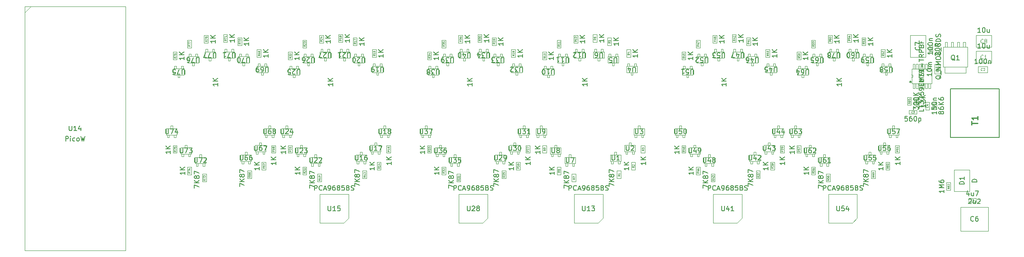
<source format=gbr>
G04 #@! TF.GenerationSoftware,KiCad,Pcbnew,8.0.5+1*
G04 #@! TF.CreationDate,2024-11-03T00:00:47+00:00*
G04 #@! TF.ProjectId,nixie_clock,6e697869-655f-4636-9c6f-636b2e6b6963,rev?*
G04 #@! TF.SameCoordinates,Original*
G04 #@! TF.FileFunction,AssemblyDrawing,Top*
%FSLAX46Y46*%
G04 Gerber Fmt 4.6, Leading zero omitted, Abs format (unit mm)*
G04 Created by KiCad (PCBNEW 8.0.5+1) date 2024-11-03 00:00:47*
%MOMM*%
%LPD*%
G01*
G04 APERTURE LIST*
%ADD10C,0.150000*%
%ADD11C,0.060000*%
%ADD12C,0.254000*%
%ADD13C,0.120000*%
%ADD14C,0.080000*%
%ADD15C,0.025400*%
%ADD16C,0.100000*%
%ADD17C,0.200000*%
G04 APERTURE END LIST*
D10*
X122688405Y-108104219D02*
X122688405Y-108913742D01*
X122688405Y-108913742D02*
X122736024Y-109008980D01*
X122736024Y-109008980D02*
X122783643Y-109056600D01*
X122783643Y-109056600D02*
X122878881Y-109104219D01*
X122878881Y-109104219D02*
X123069357Y-109104219D01*
X123069357Y-109104219D02*
X123164595Y-109056600D01*
X123164595Y-109056600D02*
X123212214Y-109008980D01*
X123212214Y-109008980D02*
X123259833Y-108913742D01*
X123259833Y-108913742D02*
X123259833Y-108104219D01*
X123640786Y-108104219D02*
X124259833Y-108104219D01*
X124259833Y-108104219D02*
X123926500Y-108485171D01*
X123926500Y-108485171D02*
X124069357Y-108485171D01*
X124069357Y-108485171D02*
X124164595Y-108532790D01*
X124164595Y-108532790D02*
X124212214Y-108580409D01*
X124212214Y-108580409D02*
X124259833Y-108675647D01*
X124259833Y-108675647D02*
X124259833Y-108913742D01*
X124259833Y-108913742D02*
X124212214Y-109008980D01*
X124212214Y-109008980D02*
X124164595Y-109056600D01*
X124164595Y-109056600D02*
X124069357Y-109104219D01*
X124069357Y-109104219D02*
X123783643Y-109104219D01*
X123783643Y-109104219D02*
X123688405Y-109056600D01*
X123688405Y-109056600D02*
X123640786Y-109008980D01*
X125116976Y-108104219D02*
X124926500Y-108104219D01*
X124926500Y-108104219D02*
X124831262Y-108151838D01*
X124831262Y-108151838D02*
X124783643Y-108199457D01*
X124783643Y-108199457D02*
X124688405Y-108342314D01*
X124688405Y-108342314D02*
X124640786Y-108532790D01*
X124640786Y-108532790D02*
X124640786Y-108913742D01*
X124640786Y-108913742D02*
X124688405Y-109008980D01*
X124688405Y-109008980D02*
X124736024Y-109056600D01*
X124736024Y-109056600D02*
X124831262Y-109104219D01*
X124831262Y-109104219D02*
X125021738Y-109104219D01*
X125021738Y-109104219D02*
X125116976Y-109056600D01*
X125116976Y-109056600D02*
X125164595Y-109008980D01*
X125164595Y-109008980D02*
X125212214Y-108913742D01*
X125212214Y-108913742D02*
X125212214Y-108675647D01*
X125212214Y-108675647D02*
X125164595Y-108580409D01*
X125164595Y-108580409D02*
X125116976Y-108532790D01*
X125116976Y-108532790D02*
X125021738Y-108485171D01*
X125021738Y-108485171D02*
X124831262Y-108485171D01*
X124831262Y-108485171D02*
X124736024Y-108532790D01*
X124736024Y-108532790D02*
X124688405Y-108580409D01*
X124688405Y-108580409D02*
X124640786Y-108675647D01*
X72679819Y-116425713D02*
X72679819Y-115759047D01*
X72679819Y-115759047D02*
X73679819Y-116187618D01*
X73679819Y-115378094D02*
X72679819Y-115378094D01*
X73679819Y-114806666D02*
X73108390Y-115235237D01*
X72679819Y-114806666D02*
X73251247Y-115378094D01*
X73108390Y-114235237D02*
X73060771Y-114330475D01*
X73060771Y-114330475D02*
X73013152Y-114378094D01*
X73013152Y-114378094D02*
X72917914Y-114425713D01*
X72917914Y-114425713D02*
X72870295Y-114425713D01*
X72870295Y-114425713D02*
X72775057Y-114378094D01*
X72775057Y-114378094D02*
X72727438Y-114330475D01*
X72727438Y-114330475D02*
X72679819Y-114235237D01*
X72679819Y-114235237D02*
X72679819Y-114044761D01*
X72679819Y-114044761D02*
X72727438Y-113949523D01*
X72727438Y-113949523D02*
X72775057Y-113901904D01*
X72775057Y-113901904D02*
X72870295Y-113854285D01*
X72870295Y-113854285D02*
X72917914Y-113854285D01*
X72917914Y-113854285D02*
X73013152Y-113901904D01*
X73013152Y-113901904D02*
X73060771Y-113949523D01*
X73060771Y-113949523D02*
X73108390Y-114044761D01*
X73108390Y-114044761D02*
X73108390Y-114235237D01*
X73108390Y-114235237D02*
X73156009Y-114330475D01*
X73156009Y-114330475D02*
X73203628Y-114378094D01*
X73203628Y-114378094D02*
X73298866Y-114425713D01*
X73298866Y-114425713D02*
X73489342Y-114425713D01*
X73489342Y-114425713D02*
X73584580Y-114378094D01*
X73584580Y-114378094D02*
X73632200Y-114330475D01*
X73632200Y-114330475D02*
X73679819Y-114235237D01*
X73679819Y-114235237D02*
X73679819Y-114044761D01*
X73679819Y-114044761D02*
X73632200Y-113949523D01*
X73632200Y-113949523D02*
X73584580Y-113901904D01*
X73584580Y-113901904D02*
X73489342Y-113854285D01*
X73489342Y-113854285D02*
X73298866Y-113854285D01*
X73298866Y-113854285D02*
X73203628Y-113901904D01*
X73203628Y-113901904D02*
X73156009Y-113949523D01*
X73156009Y-113949523D02*
X73108390Y-114044761D01*
X72679819Y-113520951D02*
X72679819Y-112854285D01*
X72679819Y-112854285D02*
X73679819Y-113282856D01*
D11*
X74906927Y-114572142D02*
X74716451Y-114705475D01*
X74906927Y-114800713D02*
X74506927Y-114800713D01*
X74506927Y-114800713D02*
X74506927Y-114648332D01*
X74506927Y-114648332D02*
X74525975Y-114610237D01*
X74525975Y-114610237D02*
X74545022Y-114591190D01*
X74545022Y-114591190D02*
X74583118Y-114572142D01*
X74583118Y-114572142D02*
X74640260Y-114572142D01*
X74640260Y-114572142D02*
X74678356Y-114591190D01*
X74678356Y-114591190D02*
X74697403Y-114610237D01*
X74697403Y-114610237D02*
X74716451Y-114648332D01*
X74716451Y-114648332D02*
X74716451Y-114800713D01*
X74506927Y-114438809D02*
X74506927Y-114172142D01*
X74506927Y-114172142D02*
X74906927Y-114343571D01*
X74506927Y-114057857D02*
X74506927Y-113810238D01*
X74506927Y-113810238D02*
X74659308Y-113943571D01*
X74659308Y-113943571D02*
X74659308Y-113886428D01*
X74659308Y-113886428D02*
X74678356Y-113848333D01*
X74678356Y-113848333D02*
X74697403Y-113829285D01*
X74697403Y-113829285D02*
X74735499Y-113810238D01*
X74735499Y-113810238D02*
X74830737Y-113810238D01*
X74830737Y-113810238D02*
X74868832Y-113829285D01*
X74868832Y-113829285D02*
X74887880Y-113848333D01*
X74887880Y-113848333D02*
X74906927Y-113886428D01*
X74906927Y-113886428D02*
X74906927Y-114000714D01*
X74906927Y-114000714D02*
X74887880Y-114038809D01*
X74887880Y-114038809D02*
X74868832Y-114057857D01*
D10*
X138188405Y-107604219D02*
X138188405Y-108413742D01*
X138188405Y-108413742D02*
X138236024Y-108508980D01*
X138236024Y-108508980D02*
X138283643Y-108556600D01*
X138283643Y-108556600D02*
X138378881Y-108604219D01*
X138378881Y-108604219D02*
X138569357Y-108604219D01*
X138569357Y-108604219D02*
X138664595Y-108556600D01*
X138664595Y-108556600D02*
X138712214Y-108508980D01*
X138712214Y-108508980D02*
X138759833Y-108413742D01*
X138759833Y-108413742D02*
X138759833Y-107604219D01*
X139140786Y-107604219D02*
X139759833Y-107604219D01*
X139759833Y-107604219D02*
X139426500Y-107985171D01*
X139426500Y-107985171D02*
X139569357Y-107985171D01*
X139569357Y-107985171D02*
X139664595Y-108032790D01*
X139664595Y-108032790D02*
X139712214Y-108080409D01*
X139712214Y-108080409D02*
X139759833Y-108175647D01*
X139759833Y-108175647D02*
X139759833Y-108413742D01*
X139759833Y-108413742D02*
X139712214Y-108508980D01*
X139712214Y-108508980D02*
X139664595Y-108556600D01*
X139664595Y-108556600D02*
X139569357Y-108604219D01*
X139569357Y-108604219D02*
X139283643Y-108604219D01*
X139283643Y-108604219D02*
X139188405Y-108556600D01*
X139188405Y-108556600D02*
X139140786Y-108508980D01*
X140378881Y-107604219D02*
X140474119Y-107604219D01*
X140474119Y-107604219D02*
X140569357Y-107651838D01*
X140569357Y-107651838D02*
X140616976Y-107699457D01*
X140616976Y-107699457D02*
X140664595Y-107794695D01*
X140664595Y-107794695D02*
X140712214Y-107985171D01*
X140712214Y-107985171D02*
X140712214Y-108223266D01*
X140712214Y-108223266D02*
X140664595Y-108413742D01*
X140664595Y-108413742D02*
X140616976Y-108508980D01*
X140616976Y-108508980D02*
X140569357Y-108556600D01*
X140569357Y-108556600D02*
X140474119Y-108604219D01*
X140474119Y-108604219D02*
X140378881Y-108604219D01*
X140378881Y-108604219D02*
X140283643Y-108556600D01*
X140283643Y-108556600D02*
X140236024Y-108508980D01*
X140236024Y-108508980D02*
X140188405Y-108413742D01*
X140188405Y-108413742D02*
X140140786Y-108223266D01*
X140140786Y-108223266D02*
X140140786Y-107985171D01*
X140140786Y-107985171D02*
X140188405Y-107794695D01*
X140188405Y-107794695D02*
X140236024Y-107699457D01*
X140236024Y-107699457D02*
X140283643Y-107651838D01*
X140283643Y-107651838D02*
X140378881Y-107604219D01*
X215188405Y-107604219D02*
X215188405Y-108413742D01*
X215188405Y-108413742D02*
X215236024Y-108508980D01*
X215236024Y-108508980D02*
X215283643Y-108556600D01*
X215283643Y-108556600D02*
X215378881Y-108604219D01*
X215378881Y-108604219D02*
X215569357Y-108604219D01*
X215569357Y-108604219D02*
X215664595Y-108556600D01*
X215664595Y-108556600D02*
X215712214Y-108508980D01*
X215712214Y-108508980D02*
X215759833Y-108413742D01*
X215759833Y-108413742D02*
X215759833Y-107604219D01*
X216712214Y-107604219D02*
X216236024Y-107604219D01*
X216236024Y-107604219D02*
X216188405Y-108080409D01*
X216188405Y-108080409D02*
X216236024Y-108032790D01*
X216236024Y-108032790D02*
X216331262Y-107985171D01*
X216331262Y-107985171D02*
X216569357Y-107985171D01*
X216569357Y-107985171D02*
X216664595Y-108032790D01*
X216664595Y-108032790D02*
X216712214Y-108080409D01*
X216712214Y-108080409D02*
X216759833Y-108175647D01*
X216759833Y-108175647D02*
X216759833Y-108413742D01*
X216759833Y-108413742D02*
X216712214Y-108508980D01*
X216712214Y-108508980D02*
X216664595Y-108556600D01*
X216664595Y-108556600D02*
X216569357Y-108604219D01*
X216569357Y-108604219D02*
X216331262Y-108604219D01*
X216331262Y-108604219D02*
X216236024Y-108556600D01*
X216236024Y-108556600D02*
X216188405Y-108508980D01*
X217616976Y-107604219D02*
X217426500Y-107604219D01*
X217426500Y-107604219D02*
X217331262Y-107651838D01*
X217331262Y-107651838D02*
X217283643Y-107699457D01*
X217283643Y-107699457D02*
X217188405Y-107842314D01*
X217188405Y-107842314D02*
X217140786Y-108032790D01*
X217140786Y-108032790D02*
X217140786Y-108413742D01*
X217140786Y-108413742D02*
X217188405Y-108508980D01*
X217188405Y-108508980D02*
X217236024Y-108556600D01*
X217236024Y-108556600D02*
X217331262Y-108604219D01*
X217331262Y-108604219D02*
X217521738Y-108604219D01*
X217521738Y-108604219D02*
X217616976Y-108556600D01*
X217616976Y-108556600D02*
X217664595Y-108508980D01*
X217664595Y-108508980D02*
X217712214Y-108413742D01*
X217712214Y-108413742D02*
X217712214Y-108175647D01*
X217712214Y-108175647D02*
X217664595Y-108080409D01*
X217664595Y-108080409D02*
X217616976Y-108032790D01*
X217616976Y-108032790D02*
X217521738Y-107985171D01*
X217521738Y-107985171D02*
X217331262Y-107985171D01*
X217331262Y-107985171D02*
X217236024Y-108032790D01*
X217236024Y-108032790D02*
X217188405Y-108080409D01*
X217188405Y-108080409D02*
X217140786Y-108175647D01*
X227080057Y-88726904D02*
X227032438Y-88679285D01*
X227032438Y-88679285D02*
X226984819Y-88584047D01*
X226984819Y-88584047D02*
X226984819Y-88345952D01*
X226984819Y-88345952D02*
X227032438Y-88250714D01*
X227032438Y-88250714D02*
X227080057Y-88203095D01*
X227080057Y-88203095D02*
X227175295Y-88155476D01*
X227175295Y-88155476D02*
X227270533Y-88155476D01*
X227270533Y-88155476D02*
X227413390Y-88203095D01*
X227413390Y-88203095D02*
X227984819Y-88774523D01*
X227984819Y-88774523D02*
X227984819Y-88155476D01*
X226984819Y-87536428D02*
X226984819Y-87441190D01*
X226984819Y-87441190D02*
X227032438Y-87345952D01*
X227032438Y-87345952D02*
X227080057Y-87298333D01*
X227080057Y-87298333D02*
X227175295Y-87250714D01*
X227175295Y-87250714D02*
X227365771Y-87203095D01*
X227365771Y-87203095D02*
X227603866Y-87203095D01*
X227603866Y-87203095D02*
X227794342Y-87250714D01*
X227794342Y-87250714D02*
X227889580Y-87298333D01*
X227889580Y-87298333D02*
X227937200Y-87345952D01*
X227937200Y-87345952D02*
X227984819Y-87441190D01*
X227984819Y-87441190D02*
X227984819Y-87536428D01*
X227984819Y-87536428D02*
X227937200Y-87631666D01*
X227937200Y-87631666D02*
X227889580Y-87679285D01*
X227889580Y-87679285D02*
X227794342Y-87726904D01*
X227794342Y-87726904D02*
X227603866Y-87774523D01*
X227603866Y-87774523D02*
X227365771Y-87774523D01*
X227365771Y-87774523D02*
X227175295Y-87726904D01*
X227175295Y-87726904D02*
X227080057Y-87679285D01*
X227080057Y-87679285D02*
X227032438Y-87631666D01*
X227032438Y-87631666D02*
X226984819Y-87536428D01*
X227984819Y-86203095D02*
X227508628Y-86536428D01*
X227984819Y-86774523D02*
X226984819Y-86774523D01*
X226984819Y-86774523D02*
X226984819Y-86393571D01*
X226984819Y-86393571D02*
X227032438Y-86298333D01*
X227032438Y-86298333D02*
X227080057Y-86250714D01*
X227080057Y-86250714D02*
X227175295Y-86203095D01*
X227175295Y-86203095D02*
X227318152Y-86203095D01*
X227318152Y-86203095D02*
X227413390Y-86250714D01*
X227413390Y-86250714D02*
X227461009Y-86298333D01*
X227461009Y-86298333D02*
X227508628Y-86393571D01*
X227508628Y-86393571D02*
X227508628Y-86774523D01*
D11*
X226281927Y-87722142D02*
X226091451Y-87855475D01*
X226281927Y-87950713D02*
X225881927Y-87950713D01*
X225881927Y-87950713D02*
X225881927Y-87798332D01*
X225881927Y-87798332D02*
X225900975Y-87760237D01*
X225900975Y-87760237D02*
X225920022Y-87741190D01*
X225920022Y-87741190D02*
X225958118Y-87722142D01*
X225958118Y-87722142D02*
X226015260Y-87722142D01*
X226015260Y-87722142D02*
X226053356Y-87741190D01*
X226053356Y-87741190D02*
X226072403Y-87760237D01*
X226072403Y-87760237D02*
X226091451Y-87798332D01*
X226091451Y-87798332D02*
X226091451Y-87950713D01*
X225881927Y-87379285D02*
X225881927Y-87455475D01*
X225881927Y-87455475D02*
X225900975Y-87493571D01*
X225900975Y-87493571D02*
X225920022Y-87512618D01*
X225920022Y-87512618D02*
X225977165Y-87550713D01*
X225977165Y-87550713D02*
X226053356Y-87569761D01*
X226053356Y-87569761D02*
X226205737Y-87569761D01*
X226205737Y-87569761D02*
X226243832Y-87550713D01*
X226243832Y-87550713D02*
X226262880Y-87531666D01*
X226262880Y-87531666D02*
X226281927Y-87493571D01*
X226281927Y-87493571D02*
X226281927Y-87417380D01*
X226281927Y-87417380D02*
X226262880Y-87379285D01*
X226262880Y-87379285D02*
X226243832Y-87360237D01*
X226243832Y-87360237D02*
X226205737Y-87341190D01*
X226205737Y-87341190D02*
X226110499Y-87341190D01*
X226110499Y-87341190D02*
X226072403Y-87360237D01*
X226072403Y-87360237D02*
X226053356Y-87379285D01*
X226053356Y-87379285D02*
X226034308Y-87417380D01*
X226034308Y-87417380D02*
X226034308Y-87493571D01*
X226034308Y-87493571D02*
X226053356Y-87531666D01*
X226053356Y-87531666D02*
X226072403Y-87550713D01*
X226072403Y-87550713D02*
X226110499Y-87569761D01*
X226015260Y-86998333D02*
X226281927Y-86998333D01*
X225862880Y-87093571D02*
X226148594Y-87188809D01*
X226148594Y-87188809D02*
X226148594Y-86941190D01*
D10*
X110179819Y-112054285D02*
X110179819Y-112625713D01*
X110179819Y-112339999D02*
X109179819Y-112339999D01*
X109179819Y-112339999D02*
X109322676Y-112435237D01*
X109322676Y-112435237D02*
X109417914Y-112530475D01*
X109417914Y-112530475D02*
X109465533Y-112625713D01*
X110179819Y-111625713D02*
X109179819Y-111625713D01*
X110179819Y-111054285D02*
X109608390Y-111482856D01*
X109179819Y-111054285D02*
X109751247Y-111625713D01*
D11*
X111306927Y-112072142D02*
X111116451Y-112205475D01*
X111306927Y-112300713D02*
X110906927Y-112300713D01*
X110906927Y-112300713D02*
X110906927Y-112148332D01*
X110906927Y-112148332D02*
X110925975Y-112110237D01*
X110925975Y-112110237D02*
X110945022Y-112091190D01*
X110945022Y-112091190D02*
X110983118Y-112072142D01*
X110983118Y-112072142D02*
X111040260Y-112072142D01*
X111040260Y-112072142D02*
X111078356Y-112091190D01*
X111078356Y-112091190D02*
X111097403Y-112110237D01*
X111097403Y-112110237D02*
X111116451Y-112148332D01*
X111116451Y-112148332D02*
X111116451Y-112300713D01*
X111306927Y-111691190D02*
X111306927Y-111919761D01*
X111306927Y-111805475D02*
X110906927Y-111805475D01*
X110906927Y-111805475D02*
X110964070Y-111843571D01*
X110964070Y-111843571D02*
X111002165Y-111881666D01*
X111002165Y-111881666D02*
X111021213Y-111919761D01*
X111040260Y-111348333D02*
X111306927Y-111348333D01*
X110887880Y-111443571D02*
X111173594Y-111538809D01*
X111173594Y-111538809D02*
X111173594Y-111291190D01*
D10*
X144164595Y-104104219D02*
X144164595Y-104913742D01*
X144164595Y-104913742D02*
X144212214Y-105008980D01*
X144212214Y-105008980D02*
X144259833Y-105056600D01*
X144259833Y-105056600D02*
X144355071Y-105104219D01*
X144355071Y-105104219D02*
X144545547Y-105104219D01*
X144545547Y-105104219D02*
X144640785Y-105056600D01*
X144640785Y-105056600D02*
X144688404Y-105008980D01*
X144688404Y-105008980D02*
X144736023Y-104913742D01*
X144736023Y-104913742D02*
X144736023Y-104104219D01*
X145259833Y-105104219D02*
X145450309Y-105104219D01*
X145450309Y-105104219D02*
X145545547Y-105056600D01*
X145545547Y-105056600D02*
X145593166Y-105008980D01*
X145593166Y-105008980D02*
X145688404Y-104866123D01*
X145688404Y-104866123D02*
X145736023Y-104675647D01*
X145736023Y-104675647D02*
X145736023Y-104294695D01*
X145736023Y-104294695D02*
X145688404Y-104199457D01*
X145688404Y-104199457D02*
X145640785Y-104151838D01*
X145640785Y-104151838D02*
X145545547Y-104104219D01*
X145545547Y-104104219D02*
X145355071Y-104104219D01*
X145355071Y-104104219D02*
X145259833Y-104151838D01*
X145259833Y-104151838D02*
X145212214Y-104199457D01*
X145212214Y-104199457D02*
X145164595Y-104294695D01*
X145164595Y-104294695D02*
X145164595Y-104532790D01*
X145164595Y-104532790D02*
X145212214Y-104628028D01*
X145212214Y-104628028D02*
X145259833Y-104675647D01*
X145259833Y-104675647D02*
X145355071Y-104723266D01*
X145355071Y-104723266D02*
X145545547Y-104723266D01*
X145545547Y-104723266D02*
X145640785Y-104675647D01*
X145640785Y-104675647D02*
X145688404Y-104628028D01*
X145688404Y-104628028D02*
X145736023Y-104532790D01*
X113679819Y-110954285D02*
X113679819Y-111525713D01*
X113679819Y-111239999D02*
X112679819Y-111239999D01*
X112679819Y-111239999D02*
X112822676Y-111335237D01*
X112822676Y-111335237D02*
X112917914Y-111430475D01*
X112917914Y-111430475D02*
X112965533Y-111525713D01*
X113679819Y-110525713D02*
X112679819Y-110525713D01*
X113679819Y-109954285D02*
X113108390Y-110382856D01*
X112679819Y-109954285D02*
X113251247Y-110525713D01*
D11*
X113306927Y-108572142D02*
X113116451Y-108705475D01*
X113306927Y-108800713D02*
X112906927Y-108800713D01*
X112906927Y-108800713D02*
X112906927Y-108648332D01*
X112906927Y-108648332D02*
X112925975Y-108610237D01*
X112925975Y-108610237D02*
X112945022Y-108591190D01*
X112945022Y-108591190D02*
X112983118Y-108572142D01*
X112983118Y-108572142D02*
X113040260Y-108572142D01*
X113040260Y-108572142D02*
X113078356Y-108591190D01*
X113078356Y-108591190D02*
X113097403Y-108610237D01*
X113097403Y-108610237D02*
X113116451Y-108648332D01*
X113116451Y-108648332D02*
X113116451Y-108800713D01*
X113306927Y-108191190D02*
X113306927Y-108419761D01*
X113306927Y-108305475D02*
X112906927Y-108305475D01*
X112906927Y-108305475D02*
X112964070Y-108343571D01*
X112964070Y-108343571D02*
X113002165Y-108381666D01*
X113002165Y-108381666D02*
X113021213Y-108419761D01*
X112906927Y-107829285D02*
X112906927Y-108019761D01*
X112906927Y-108019761D02*
X113097403Y-108038809D01*
X113097403Y-108038809D02*
X113078356Y-108019761D01*
X113078356Y-108019761D02*
X113059308Y-107981666D01*
X113059308Y-107981666D02*
X113059308Y-107886428D01*
X113059308Y-107886428D02*
X113078356Y-107848333D01*
X113078356Y-107848333D02*
X113097403Y-107829285D01*
X113097403Y-107829285D02*
X113135499Y-107810238D01*
X113135499Y-107810238D02*
X113230737Y-107810238D01*
X113230737Y-107810238D02*
X113268832Y-107829285D01*
X113268832Y-107829285D02*
X113287880Y-107848333D01*
X113287880Y-107848333D02*
X113306927Y-107886428D01*
X113306927Y-107886428D02*
X113306927Y-107981666D01*
X113306927Y-107981666D02*
X113287880Y-108019761D01*
X113287880Y-108019761D02*
X113268832Y-108038809D01*
D12*
X234604318Y-103232618D02*
X234604318Y-102506904D01*
X235874318Y-102869761D02*
X234604318Y-102869761D01*
X235874318Y-101418332D02*
X235874318Y-102144047D01*
X235874318Y-101781190D02*
X234604318Y-101781190D01*
X234604318Y-101781190D02*
X234785746Y-101902142D01*
X234785746Y-101902142D02*
X234906699Y-102023094D01*
X234906699Y-102023094D02*
X234967175Y-102144047D01*
D10*
X120679819Y-108654285D02*
X120679819Y-109225713D01*
X120679819Y-108939999D02*
X119679819Y-108939999D01*
X119679819Y-108939999D02*
X119822676Y-109035237D01*
X119822676Y-109035237D02*
X119917914Y-109130475D01*
X119917914Y-109130475D02*
X119965533Y-109225713D01*
X120679819Y-108225713D02*
X119679819Y-108225713D01*
X120679819Y-107654285D02*
X120108390Y-108082856D01*
X119679819Y-107654285D02*
X120251247Y-108225713D01*
D11*
X121806927Y-108572142D02*
X121616451Y-108705475D01*
X121806927Y-108800713D02*
X121406927Y-108800713D01*
X121406927Y-108800713D02*
X121406927Y-108648332D01*
X121406927Y-108648332D02*
X121425975Y-108610237D01*
X121425975Y-108610237D02*
X121445022Y-108591190D01*
X121445022Y-108591190D02*
X121483118Y-108572142D01*
X121483118Y-108572142D02*
X121540260Y-108572142D01*
X121540260Y-108572142D02*
X121578356Y-108591190D01*
X121578356Y-108591190D02*
X121597403Y-108610237D01*
X121597403Y-108610237D02*
X121616451Y-108648332D01*
X121616451Y-108648332D02*
X121616451Y-108800713D01*
X121406927Y-108438809D02*
X121406927Y-108191190D01*
X121406927Y-108191190D02*
X121559308Y-108324523D01*
X121559308Y-108324523D02*
X121559308Y-108267380D01*
X121559308Y-108267380D02*
X121578356Y-108229285D01*
X121578356Y-108229285D02*
X121597403Y-108210237D01*
X121597403Y-108210237D02*
X121635499Y-108191190D01*
X121635499Y-108191190D02*
X121730737Y-108191190D01*
X121730737Y-108191190D02*
X121768832Y-108210237D01*
X121768832Y-108210237D02*
X121787880Y-108229285D01*
X121787880Y-108229285D02*
X121806927Y-108267380D01*
X121806927Y-108267380D02*
X121806927Y-108381666D01*
X121806927Y-108381666D02*
X121787880Y-108419761D01*
X121787880Y-108419761D02*
X121768832Y-108438809D01*
X121406927Y-108057857D02*
X121406927Y-107810238D01*
X121406927Y-107810238D02*
X121559308Y-107943571D01*
X121559308Y-107943571D02*
X121559308Y-107886428D01*
X121559308Y-107886428D02*
X121578356Y-107848333D01*
X121578356Y-107848333D02*
X121597403Y-107829285D01*
X121597403Y-107829285D02*
X121635499Y-107810238D01*
X121635499Y-107810238D02*
X121730737Y-107810238D01*
X121730737Y-107810238D02*
X121768832Y-107829285D01*
X121768832Y-107829285D02*
X121787880Y-107848333D01*
X121787880Y-107848333D02*
X121806927Y-107886428D01*
X121806927Y-107886428D02*
X121806927Y-108000714D01*
X121806927Y-108000714D02*
X121787880Y-108038809D01*
X121787880Y-108038809D02*
X121768832Y-108057857D01*
D10*
X70509819Y-89029285D02*
X70509819Y-89600713D01*
X70509819Y-89314999D02*
X69509819Y-89314999D01*
X69509819Y-89314999D02*
X69652676Y-89410237D01*
X69652676Y-89410237D02*
X69747914Y-89505475D01*
X69747914Y-89505475D02*
X69795533Y-89600713D01*
X70509819Y-88600713D02*
X69509819Y-88600713D01*
X70509819Y-88029285D02*
X69938390Y-88457856D01*
X69509819Y-88029285D02*
X70081247Y-88600713D01*
D11*
X68806927Y-89072142D02*
X68616451Y-89205475D01*
X68806927Y-89300713D02*
X68406927Y-89300713D01*
X68406927Y-89300713D02*
X68406927Y-89148332D01*
X68406927Y-89148332D02*
X68425975Y-89110237D01*
X68425975Y-89110237D02*
X68445022Y-89091190D01*
X68445022Y-89091190D02*
X68483118Y-89072142D01*
X68483118Y-89072142D02*
X68540260Y-89072142D01*
X68540260Y-89072142D02*
X68578356Y-89091190D01*
X68578356Y-89091190D02*
X68597403Y-89110237D01*
X68597403Y-89110237D02*
X68616451Y-89148332D01*
X68616451Y-89148332D02*
X68616451Y-89300713D01*
X68406927Y-88938809D02*
X68406927Y-88672142D01*
X68406927Y-88672142D02*
X68806927Y-88843571D01*
X68406927Y-88348333D02*
X68406927Y-88424523D01*
X68406927Y-88424523D02*
X68425975Y-88462619D01*
X68425975Y-88462619D02*
X68445022Y-88481666D01*
X68445022Y-88481666D02*
X68502165Y-88519761D01*
X68502165Y-88519761D02*
X68578356Y-88538809D01*
X68578356Y-88538809D02*
X68730737Y-88538809D01*
X68730737Y-88538809D02*
X68768832Y-88519761D01*
X68768832Y-88519761D02*
X68787880Y-88500714D01*
X68787880Y-88500714D02*
X68806927Y-88462619D01*
X68806927Y-88462619D02*
X68806927Y-88386428D01*
X68806927Y-88386428D02*
X68787880Y-88348333D01*
X68787880Y-88348333D02*
X68768832Y-88329285D01*
X68768832Y-88329285D02*
X68730737Y-88310238D01*
X68730737Y-88310238D02*
X68635499Y-88310238D01*
X68635499Y-88310238D02*
X68597403Y-88329285D01*
X68597403Y-88329285D02*
X68578356Y-88348333D01*
X68578356Y-88348333D02*
X68559308Y-88386428D01*
X68559308Y-88386428D02*
X68559308Y-88462619D01*
X68559308Y-88462619D02*
X68578356Y-88500714D01*
X68578356Y-88500714D02*
X68597403Y-88519761D01*
X68597403Y-88519761D02*
X68635499Y-88538809D01*
D10*
X123649819Y-113029285D02*
X123649819Y-113600713D01*
X123649819Y-113314999D02*
X122649819Y-113314999D01*
X122649819Y-113314999D02*
X122792676Y-113410237D01*
X122792676Y-113410237D02*
X122887914Y-113505475D01*
X122887914Y-113505475D02*
X122935533Y-113600713D01*
X123649819Y-112600713D02*
X122649819Y-112600713D01*
X123649819Y-112029285D02*
X123078390Y-112457856D01*
X122649819Y-112029285D02*
X123221247Y-112600713D01*
D11*
X124806927Y-113072142D02*
X124616451Y-113205475D01*
X124806927Y-113300713D02*
X124406927Y-113300713D01*
X124406927Y-113300713D02*
X124406927Y-113148332D01*
X124406927Y-113148332D02*
X124425975Y-113110237D01*
X124425975Y-113110237D02*
X124445022Y-113091190D01*
X124445022Y-113091190D02*
X124483118Y-113072142D01*
X124483118Y-113072142D02*
X124540260Y-113072142D01*
X124540260Y-113072142D02*
X124578356Y-113091190D01*
X124578356Y-113091190D02*
X124597403Y-113110237D01*
X124597403Y-113110237D02*
X124616451Y-113148332D01*
X124616451Y-113148332D02*
X124616451Y-113300713D01*
X124406927Y-112938809D02*
X124406927Y-112691190D01*
X124406927Y-112691190D02*
X124559308Y-112824523D01*
X124559308Y-112824523D02*
X124559308Y-112767380D01*
X124559308Y-112767380D02*
X124578356Y-112729285D01*
X124578356Y-112729285D02*
X124597403Y-112710237D01*
X124597403Y-112710237D02*
X124635499Y-112691190D01*
X124635499Y-112691190D02*
X124730737Y-112691190D01*
X124730737Y-112691190D02*
X124768832Y-112710237D01*
X124768832Y-112710237D02*
X124787880Y-112729285D01*
X124787880Y-112729285D02*
X124806927Y-112767380D01*
X124806927Y-112767380D02*
X124806927Y-112881666D01*
X124806927Y-112881666D02*
X124787880Y-112919761D01*
X124787880Y-112919761D02*
X124768832Y-112938809D01*
X124445022Y-112538809D02*
X124425975Y-112519761D01*
X124425975Y-112519761D02*
X124406927Y-112481666D01*
X124406927Y-112481666D02*
X124406927Y-112386428D01*
X124406927Y-112386428D02*
X124425975Y-112348333D01*
X124425975Y-112348333D02*
X124445022Y-112329285D01*
X124445022Y-112329285D02*
X124483118Y-112310238D01*
X124483118Y-112310238D02*
X124521213Y-112310238D01*
X124521213Y-112310238D02*
X124578356Y-112329285D01*
X124578356Y-112329285D02*
X124806927Y-112557857D01*
X124806927Y-112557857D02*
X124806927Y-112310238D01*
D10*
X154009819Y-85529285D02*
X154009819Y-86100713D01*
X154009819Y-85814999D02*
X153009819Y-85814999D01*
X153009819Y-85814999D02*
X153152676Y-85910237D01*
X153152676Y-85910237D02*
X153247914Y-86005475D01*
X153247914Y-86005475D02*
X153295533Y-86100713D01*
X154009819Y-85100713D02*
X153009819Y-85100713D01*
X154009819Y-84529285D02*
X153438390Y-84957856D01*
X153009819Y-84529285D02*
X153581247Y-85100713D01*
D11*
X152306927Y-85572142D02*
X152116451Y-85705475D01*
X152306927Y-85800713D02*
X151906927Y-85800713D01*
X151906927Y-85800713D02*
X151906927Y-85648332D01*
X151906927Y-85648332D02*
X151925975Y-85610237D01*
X151925975Y-85610237D02*
X151945022Y-85591190D01*
X151945022Y-85591190D02*
X151983118Y-85572142D01*
X151983118Y-85572142D02*
X152040260Y-85572142D01*
X152040260Y-85572142D02*
X152078356Y-85591190D01*
X152078356Y-85591190D02*
X152097403Y-85610237D01*
X152097403Y-85610237D02*
X152116451Y-85648332D01*
X152116451Y-85648332D02*
X152116451Y-85800713D01*
X152306927Y-85191190D02*
X152306927Y-85419761D01*
X152306927Y-85305475D02*
X151906927Y-85305475D01*
X151906927Y-85305475D02*
X151964070Y-85343571D01*
X151964070Y-85343571D02*
X152002165Y-85381666D01*
X152002165Y-85381666D02*
X152021213Y-85419761D01*
X151945022Y-85038809D02*
X151925975Y-85019761D01*
X151925975Y-85019761D02*
X151906927Y-84981666D01*
X151906927Y-84981666D02*
X151906927Y-84886428D01*
X151906927Y-84886428D02*
X151925975Y-84848333D01*
X151925975Y-84848333D02*
X151945022Y-84829285D01*
X151945022Y-84829285D02*
X151983118Y-84810238D01*
X151983118Y-84810238D02*
X152021213Y-84810238D01*
X152021213Y-84810238D02*
X152078356Y-84829285D01*
X152078356Y-84829285D02*
X152306927Y-85057857D01*
X152306927Y-85057857D02*
X152306927Y-84810238D01*
D10*
X123664594Y-92675780D02*
X123664594Y-91866257D01*
X123664594Y-91866257D02*
X123616975Y-91771019D01*
X123616975Y-91771019D02*
X123569356Y-91723400D01*
X123569356Y-91723400D02*
X123474118Y-91675780D01*
X123474118Y-91675780D02*
X123283642Y-91675780D01*
X123283642Y-91675780D02*
X123188404Y-91723400D01*
X123188404Y-91723400D02*
X123140785Y-91771019D01*
X123140785Y-91771019D02*
X123093166Y-91866257D01*
X123093166Y-91866257D02*
X123093166Y-92675780D01*
X122712213Y-92675780D02*
X122093166Y-92675780D01*
X122093166Y-92675780D02*
X122426499Y-92294828D01*
X122426499Y-92294828D02*
X122283642Y-92294828D01*
X122283642Y-92294828D02*
X122188404Y-92247209D01*
X122188404Y-92247209D02*
X122140785Y-92199590D01*
X122140785Y-92199590D02*
X122093166Y-92104352D01*
X122093166Y-92104352D02*
X122093166Y-91866257D01*
X122093166Y-91866257D02*
X122140785Y-91771019D01*
X122140785Y-91771019D02*
X122188404Y-91723400D01*
X122188404Y-91723400D02*
X122283642Y-91675780D01*
X122283642Y-91675780D02*
X122569356Y-91675780D01*
X122569356Y-91675780D02*
X122664594Y-91723400D01*
X122664594Y-91723400D02*
X122712213Y-91771019D01*
X121521737Y-92247209D02*
X121616975Y-92294828D01*
X121616975Y-92294828D02*
X121664594Y-92342447D01*
X121664594Y-92342447D02*
X121712213Y-92437685D01*
X121712213Y-92437685D02*
X121712213Y-92485304D01*
X121712213Y-92485304D02*
X121664594Y-92580542D01*
X121664594Y-92580542D02*
X121616975Y-92628161D01*
X121616975Y-92628161D02*
X121521737Y-92675780D01*
X121521737Y-92675780D02*
X121331261Y-92675780D01*
X121331261Y-92675780D02*
X121236023Y-92628161D01*
X121236023Y-92628161D02*
X121188404Y-92580542D01*
X121188404Y-92580542D02*
X121140785Y-92485304D01*
X121140785Y-92485304D02*
X121140785Y-92437685D01*
X121140785Y-92437685D02*
X121188404Y-92342447D01*
X121188404Y-92342447D02*
X121236023Y-92294828D01*
X121236023Y-92294828D02*
X121331261Y-92247209D01*
X121331261Y-92247209D02*
X121521737Y-92247209D01*
X121521737Y-92247209D02*
X121616975Y-92199590D01*
X121616975Y-92199590D02*
X121664594Y-92151971D01*
X121664594Y-92151971D02*
X121712213Y-92056733D01*
X121712213Y-92056733D02*
X121712213Y-91866257D01*
X121712213Y-91866257D02*
X121664594Y-91771019D01*
X121664594Y-91771019D02*
X121616975Y-91723400D01*
X121616975Y-91723400D02*
X121521737Y-91675780D01*
X121521737Y-91675780D02*
X121331261Y-91675780D01*
X121331261Y-91675780D02*
X121236023Y-91723400D01*
X121236023Y-91723400D02*
X121188404Y-91771019D01*
X121188404Y-91771019D02*
X121140785Y-91866257D01*
X121140785Y-91866257D02*
X121140785Y-92056733D01*
X121140785Y-92056733D02*
X121188404Y-92151971D01*
X121188404Y-92151971D02*
X121236023Y-92199590D01*
X121236023Y-92199590D02*
X121331261Y-92247209D01*
X89679819Y-110954285D02*
X89679819Y-111525713D01*
X89679819Y-111239999D02*
X88679819Y-111239999D01*
X88679819Y-111239999D02*
X88822676Y-111335237D01*
X88822676Y-111335237D02*
X88917914Y-111430475D01*
X88917914Y-111430475D02*
X88965533Y-111525713D01*
X89679819Y-110525713D02*
X88679819Y-110525713D01*
X89679819Y-109954285D02*
X89108390Y-110382856D01*
X88679819Y-109954285D02*
X89251247Y-110525713D01*
D11*
X89306927Y-108572142D02*
X89116451Y-108705475D01*
X89306927Y-108800713D02*
X88906927Y-108800713D01*
X88906927Y-108800713D02*
X88906927Y-108648332D01*
X88906927Y-108648332D02*
X88925975Y-108610237D01*
X88925975Y-108610237D02*
X88945022Y-108591190D01*
X88945022Y-108591190D02*
X88983118Y-108572142D01*
X88983118Y-108572142D02*
X89040260Y-108572142D01*
X89040260Y-108572142D02*
X89078356Y-108591190D01*
X89078356Y-108591190D02*
X89097403Y-108610237D01*
X89097403Y-108610237D02*
X89116451Y-108648332D01*
X89116451Y-108648332D02*
X89116451Y-108800713D01*
X88906927Y-108229285D02*
X88906927Y-108305475D01*
X88906927Y-108305475D02*
X88925975Y-108343571D01*
X88925975Y-108343571D02*
X88945022Y-108362618D01*
X88945022Y-108362618D02*
X89002165Y-108400713D01*
X89002165Y-108400713D02*
X89078356Y-108419761D01*
X89078356Y-108419761D02*
X89230737Y-108419761D01*
X89230737Y-108419761D02*
X89268832Y-108400713D01*
X89268832Y-108400713D02*
X89287880Y-108381666D01*
X89287880Y-108381666D02*
X89306927Y-108343571D01*
X89306927Y-108343571D02*
X89306927Y-108267380D01*
X89306927Y-108267380D02*
X89287880Y-108229285D01*
X89287880Y-108229285D02*
X89268832Y-108210237D01*
X89268832Y-108210237D02*
X89230737Y-108191190D01*
X89230737Y-108191190D02*
X89135499Y-108191190D01*
X89135499Y-108191190D02*
X89097403Y-108210237D01*
X89097403Y-108210237D02*
X89078356Y-108229285D01*
X89078356Y-108229285D02*
X89059308Y-108267380D01*
X89059308Y-108267380D02*
X89059308Y-108343571D01*
X89059308Y-108343571D02*
X89078356Y-108381666D01*
X89078356Y-108381666D02*
X89097403Y-108400713D01*
X89097403Y-108400713D02*
X89135499Y-108419761D01*
X89078356Y-107962619D02*
X89059308Y-108000714D01*
X89059308Y-108000714D02*
X89040260Y-108019761D01*
X89040260Y-108019761D02*
X89002165Y-108038809D01*
X89002165Y-108038809D02*
X88983118Y-108038809D01*
X88983118Y-108038809D02*
X88945022Y-108019761D01*
X88945022Y-108019761D02*
X88925975Y-108000714D01*
X88925975Y-108000714D02*
X88906927Y-107962619D01*
X88906927Y-107962619D02*
X88906927Y-107886428D01*
X88906927Y-107886428D02*
X88925975Y-107848333D01*
X88925975Y-107848333D02*
X88945022Y-107829285D01*
X88945022Y-107829285D02*
X88983118Y-107810238D01*
X88983118Y-107810238D02*
X89002165Y-107810238D01*
X89002165Y-107810238D02*
X89040260Y-107829285D01*
X89040260Y-107829285D02*
X89059308Y-107848333D01*
X89059308Y-107848333D02*
X89078356Y-107886428D01*
X89078356Y-107886428D02*
X89078356Y-107962619D01*
X89078356Y-107962619D02*
X89097403Y-108000714D01*
X89097403Y-108000714D02*
X89116451Y-108019761D01*
X89116451Y-108019761D02*
X89154546Y-108038809D01*
X89154546Y-108038809D02*
X89230737Y-108038809D01*
X89230737Y-108038809D02*
X89268832Y-108019761D01*
X89268832Y-108019761D02*
X89287880Y-108000714D01*
X89287880Y-108000714D02*
X89306927Y-107962619D01*
X89306927Y-107962619D02*
X89306927Y-107886428D01*
X89306927Y-107886428D02*
X89287880Y-107848333D01*
X89287880Y-107848333D02*
X89268832Y-107829285D01*
X89268832Y-107829285D02*
X89230737Y-107810238D01*
X89230737Y-107810238D02*
X89154546Y-107810238D01*
X89154546Y-107810238D02*
X89116451Y-107829285D01*
X89116451Y-107829285D02*
X89097403Y-107848333D01*
X89097403Y-107848333D02*
X89078356Y-107886428D01*
D10*
X183509819Y-94519285D02*
X183509819Y-95090713D01*
X183509819Y-94804999D02*
X182509819Y-94804999D01*
X182509819Y-94804999D02*
X182652676Y-94900237D01*
X182652676Y-94900237D02*
X182747914Y-94995475D01*
X182747914Y-94995475D02*
X182795533Y-95090713D01*
X183509819Y-94090713D02*
X182509819Y-94090713D01*
X183509819Y-93519285D02*
X182938390Y-93947856D01*
X182509819Y-93519285D02*
X183081247Y-94090713D01*
D11*
X177806927Y-86572142D02*
X177616451Y-86705475D01*
X177806927Y-86800713D02*
X177406927Y-86800713D01*
X177406927Y-86800713D02*
X177406927Y-86648332D01*
X177406927Y-86648332D02*
X177425975Y-86610237D01*
X177425975Y-86610237D02*
X177445022Y-86591190D01*
X177445022Y-86591190D02*
X177483118Y-86572142D01*
X177483118Y-86572142D02*
X177540260Y-86572142D01*
X177540260Y-86572142D02*
X177578356Y-86591190D01*
X177578356Y-86591190D02*
X177597403Y-86610237D01*
X177597403Y-86610237D02*
X177616451Y-86648332D01*
X177616451Y-86648332D02*
X177616451Y-86800713D01*
X177540260Y-86229285D02*
X177806927Y-86229285D01*
X177387880Y-86324523D02*
X177673594Y-86419761D01*
X177673594Y-86419761D02*
X177673594Y-86172142D01*
X177406927Y-86057857D02*
X177406927Y-85791190D01*
X177406927Y-85791190D02*
X177806927Y-85962619D01*
D10*
X154509819Y-94519285D02*
X154509819Y-95090713D01*
X154509819Y-94804999D02*
X153509819Y-94804999D01*
X153509819Y-94804999D02*
X153652676Y-94900237D01*
X153652676Y-94900237D02*
X153747914Y-94995475D01*
X153747914Y-94995475D02*
X153795533Y-95090713D01*
X154509819Y-94090713D02*
X153509819Y-94090713D01*
X154509819Y-93519285D02*
X153938390Y-93947856D01*
X153509819Y-93519285D02*
X154081247Y-94090713D01*
D11*
X148806927Y-86572142D02*
X148616451Y-86705475D01*
X148806927Y-86800713D02*
X148406927Y-86800713D01*
X148406927Y-86800713D02*
X148406927Y-86648332D01*
X148406927Y-86648332D02*
X148425975Y-86610237D01*
X148425975Y-86610237D02*
X148445022Y-86591190D01*
X148445022Y-86591190D02*
X148483118Y-86572142D01*
X148483118Y-86572142D02*
X148540260Y-86572142D01*
X148540260Y-86572142D02*
X148578356Y-86591190D01*
X148578356Y-86591190D02*
X148597403Y-86610237D01*
X148597403Y-86610237D02*
X148616451Y-86648332D01*
X148616451Y-86648332D02*
X148616451Y-86800713D01*
X148806927Y-86191190D02*
X148806927Y-86419761D01*
X148806927Y-86305475D02*
X148406927Y-86305475D01*
X148406927Y-86305475D02*
X148464070Y-86343571D01*
X148464070Y-86343571D02*
X148502165Y-86381666D01*
X148502165Y-86381666D02*
X148521213Y-86419761D01*
X148806927Y-85810238D02*
X148806927Y-86038809D01*
X148806927Y-85924523D02*
X148406927Y-85924523D01*
X148406927Y-85924523D02*
X148464070Y-85962619D01*
X148464070Y-85962619D02*
X148502165Y-86000714D01*
X148502165Y-86000714D02*
X148521213Y-86038809D01*
D10*
X190009819Y-86029285D02*
X190009819Y-86600713D01*
X190009819Y-86314999D02*
X189009819Y-86314999D01*
X189009819Y-86314999D02*
X189152676Y-86410237D01*
X189152676Y-86410237D02*
X189247914Y-86505475D01*
X189247914Y-86505475D02*
X189295533Y-86600713D01*
X190009819Y-85600713D02*
X189009819Y-85600713D01*
X190009819Y-85029285D02*
X189438390Y-85457856D01*
X189009819Y-85029285D02*
X189581247Y-85600713D01*
D11*
X188306927Y-86072142D02*
X188116451Y-86205475D01*
X188306927Y-86300713D02*
X187906927Y-86300713D01*
X187906927Y-86300713D02*
X187906927Y-86148332D01*
X187906927Y-86148332D02*
X187925975Y-86110237D01*
X187925975Y-86110237D02*
X187945022Y-86091190D01*
X187945022Y-86091190D02*
X187983118Y-86072142D01*
X187983118Y-86072142D02*
X188040260Y-86072142D01*
X188040260Y-86072142D02*
X188078356Y-86091190D01*
X188078356Y-86091190D02*
X188097403Y-86110237D01*
X188097403Y-86110237D02*
X188116451Y-86148332D01*
X188116451Y-86148332D02*
X188116451Y-86300713D01*
X188040260Y-85729285D02*
X188306927Y-85729285D01*
X187887880Y-85824523D02*
X188173594Y-85919761D01*
X188173594Y-85919761D02*
X188173594Y-85672142D01*
X188306927Y-85310238D02*
X188306927Y-85538809D01*
X188306927Y-85424523D02*
X187906927Y-85424523D01*
X187906927Y-85424523D02*
X187964070Y-85462619D01*
X187964070Y-85462619D02*
X188002165Y-85500714D01*
X188002165Y-85500714D02*
X188021213Y-85538809D01*
D10*
X67679819Y-108654285D02*
X67679819Y-109225713D01*
X67679819Y-108939999D02*
X66679819Y-108939999D01*
X66679819Y-108939999D02*
X66822676Y-109035237D01*
X66822676Y-109035237D02*
X66917914Y-109130475D01*
X66917914Y-109130475D02*
X66965533Y-109225713D01*
X67679819Y-108225713D02*
X66679819Y-108225713D01*
X67679819Y-107654285D02*
X67108390Y-108082856D01*
X66679819Y-107654285D02*
X67251247Y-108225713D01*
D11*
X68806927Y-108572142D02*
X68616451Y-108705475D01*
X68806927Y-108800713D02*
X68406927Y-108800713D01*
X68406927Y-108800713D02*
X68406927Y-108648332D01*
X68406927Y-108648332D02*
X68425975Y-108610237D01*
X68425975Y-108610237D02*
X68445022Y-108591190D01*
X68445022Y-108591190D02*
X68483118Y-108572142D01*
X68483118Y-108572142D02*
X68540260Y-108572142D01*
X68540260Y-108572142D02*
X68578356Y-108591190D01*
X68578356Y-108591190D02*
X68597403Y-108610237D01*
X68597403Y-108610237D02*
X68616451Y-108648332D01*
X68616451Y-108648332D02*
X68616451Y-108800713D01*
X68406927Y-108438809D02*
X68406927Y-108172142D01*
X68406927Y-108172142D02*
X68806927Y-108343571D01*
X68406927Y-107829285D02*
X68406927Y-108019761D01*
X68406927Y-108019761D02*
X68597403Y-108038809D01*
X68597403Y-108038809D02*
X68578356Y-108019761D01*
X68578356Y-108019761D02*
X68559308Y-107981666D01*
X68559308Y-107981666D02*
X68559308Y-107886428D01*
X68559308Y-107886428D02*
X68578356Y-107848333D01*
X68578356Y-107848333D02*
X68597403Y-107829285D01*
X68597403Y-107829285D02*
X68635499Y-107810238D01*
X68635499Y-107810238D02*
X68730737Y-107810238D01*
X68730737Y-107810238D02*
X68768832Y-107829285D01*
X68768832Y-107829285D02*
X68787880Y-107848333D01*
X68787880Y-107848333D02*
X68806927Y-107886428D01*
X68806927Y-107886428D02*
X68806927Y-107981666D01*
X68806927Y-107981666D02*
X68787880Y-108019761D01*
X68787880Y-108019761D02*
X68768832Y-108038809D01*
D10*
X224984819Y-98980476D02*
X224984819Y-99551904D01*
X224984819Y-99266190D02*
X223984819Y-99266190D01*
X223984819Y-99266190D02*
X224127676Y-99361428D01*
X224127676Y-99361428D02*
X224222914Y-99456666D01*
X224222914Y-99456666D02*
X224270533Y-99551904D01*
X223984819Y-98647142D02*
X223984819Y-98028095D01*
X223984819Y-98028095D02*
X224365771Y-98361428D01*
X224365771Y-98361428D02*
X224365771Y-98218571D01*
X224365771Y-98218571D02*
X224413390Y-98123333D01*
X224413390Y-98123333D02*
X224461009Y-98075714D01*
X224461009Y-98075714D02*
X224556247Y-98028095D01*
X224556247Y-98028095D02*
X224794342Y-98028095D01*
X224794342Y-98028095D02*
X224889580Y-98075714D01*
X224889580Y-98075714D02*
X224937200Y-98123333D01*
X224937200Y-98123333D02*
X224984819Y-98218571D01*
X224984819Y-98218571D02*
X224984819Y-98504285D01*
X224984819Y-98504285D02*
X224937200Y-98599523D01*
X224937200Y-98599523D02*
X224889580Y-98647142D01*
X224984819Y-97599523D02*
X223984819Y-97599523D01*
X224984819Y-97028095D02*
X224413390Y-97456666D01*
X223984819Y-97028095D02*
X224556247Y-97599523D01*
D11*
X223281927Y-98547142D02*
X223091451Y-98680475D01*
X223281927Y-98775713D02*
X222881927Y-98775713D01*
X222881927Y-98775713D02*
X222881927Y-98623332D01*
X222881927Y-98623332D02*
X222900975Y-98585237D01*
X222900975Y-98585237D02*
X222920022Y-98566190D01*
X222920022Y-98566190D02*
X222958118Y-98547142D01*
X222958118Y-98547142D02*
X223015260Y-98547142D01*
X223015260Y-98547142D02*
X223053356Y-98566190D01*
X223053356Y-98566190D02*
X223072403Y-98585237D01*
X223072403Y-98585237D02*
X223091451Y-98623332D01*
X223091451Y-98623332D02*
X223091451Y-98775713D01*
X222881927Y-98204285D02*
X222881927Y-98280475D01*
X222881927Y-98280475D02*
X222900975Y-98318571D01*
X222900975Y-98318571D02*
X222920022Y-98337618D01*
X222920022Y-98337618D02*
X222977165Y-98375713D01*
X222977165Y-98375713D02*
X223053356Y-98394761D01*
X223053356Y-98394761D02*
X223205737Y-98394761D01*
X223205737Y-98394761D02*
X223243832Y-98375713D01*
X223243832Y-98375713D02*
X223262880Y-98356666D01*
X223262880Y-98356666D02*
X223281927Y-98318571D01*
X223281927Y-98318571D02*
X223281927Y-98242380D01*
X223281927Y-98242380D02*
X223262880Y-98204285D01*
X223262880Y-98204285D02*
X223243832Y-98185237D01*
X223243832Y-98185237D02*
X223205737Y-98166190D01*
X223205737Y-98166190D02*
X223110499Y-98166190D01*
X223110499Y-98166190D02*
X223072403Y-98185237D01*
X223072403Y-98185237D02*
X223053356Y-98204285D01*
X223053356Y-98204285D02*
X223034308Y-98242380D01*
X223034308Y-98242380D02*
X223034308Y-98318571D01*
X223034308Y-98318571D02*
X223053356Y-98356666D01*
X223053356Y-98356666D02*
X223072403Y-98375713D01*
X223072403Y-98375713D02*
X223110499Y-98394761D01*
X222881927Y-98032857D02*
X222881927Y-97785238D01*
X222881927Y-97785238D02*
X223034308Y-97918571D01*
X223034308Y-97918571D02*
X223034308Y-97861428D01*
X223034308Y-97861428D02*
X223053356Y-97823333D01*
X223053356Y-97823333D02*
X223072403Y-97804285D01*
X223072403Y-97804285D02*
X223110499Y-97785238D01*
X223110499Y-97785238D02*
X223205737Y-97785238D01*
X223205737Y-97785238D02*
X223243832Y-97804285D01*
X223243832Y-97804285D02*
X223262880Y-97823333D01*
X223262880Y-97823333D02*
X223281927Y-97861428D01*
X223281927Y-97861428D02*
X223281927Y-97975714D01*
X223281927Y-97975714D02*
X223262880Y-98013809D01*
X223262880Y-98013809D02*
X223243832Y-98032857D01*
D10*
X91679819Y-108654285D02*
X91679819Y-109225713D01*
X91679819Y-108939999D02*
X90679819Y-108939999D01*
X90679819Y-108939999D02*
X90822676Y-109035237D01*
X90822676Y-109035237D02*
X90917914Y-109130475D01*
X90917914Y-109130475D02*
X90965533Y-109225713D01*
X91679819Y-108225713D02*
X90679819Y-108225713D01*
X91679819Y-107654285D02*
X91108390Y-108082856D01*
X90679819Y-107654285D02*
X91251247Y-108225713D01*
D11*
X92806927Y-108572142D02*
X92616451Y-108705475D01*
X92806927Y-108800713D02*
X92406927Y-108800713D01*
X92406927Y-108800713D02*
X92406927Y-108648332D01*
X92406927Y-108648332D02*
X92425975Y-108610237D01*
X92425975Y-108610237D02*
X92445022Y-108591190D01*
X92445022Y-108591190D02*
X92483118Y-108572142D01*
X92483118Y-108572142D02*
X92540260Y-108572142D01*
X92540260Y-108572142D02*
X92578356Y-108591190D01*
X92578356Y-108591190D02*
X92597403Y-108610237D01*
X92597403Y-108610237D02*
X92616451Y-108648332D01*
X92616451Y-108648332D02*
X92616451Y-108800713D01*
X92445022Y-108419761D02*
X92425975Y-108400713D01*
X92425975Y-108400713D02*
X92406927Y-108362618D01*
X92406927Y-108362618D02*
X92406927Y-108267380D01*
X92406927Y-108267380D02*
X92425975Y-108229285D01*
X92425975Y-108229285D02*
X92445022Y-108210237D01*
X92445022Y-108210237D02*
X92483118Y-108191190D01*
X92483118Y-108191190D02*
X92521213Y-108191190D01*
X92521213Y-108191190D02*
X92578356Y-108210237D01*
X92578356Y-108210237D02*
X92806927Y-108438809D01*
X92806927Y-108438809D02*
X92806927Y-108191190D01*
X92806927Y-107810238D02*
X92806927Y-108038809D01*
X92806927Y-107924523D02*
X92406927Y-107924523D01*
X92406927Y-107924523D02*
X92464070Y-107962619D01*
X92464070Y-107962619D02*
X92502165Y-108000714D01*
X92502165Y-108000714D02*
X92521213Y-108038809D01*
D10*
X141061594Y-92175780D02*
X141061594Y-91366257D01*
X141061594Y-91366257D02*
X141013975Y-91271019D01*
X141013975Y-91271019D02*
X140966356Y-91223400D01*
X140966356Y-91223400D02*
X140871118Y-91175780D01*
X140871118Y-91175780D02*
X140680642Y-91175780D01*
X140680642Y-91175780D02*
X140585404Y-91223400D01*
X140585404Y-91223400D02*
X140537785Y-91271019D01*
X140537785Y-91271019D02*
X140490166Y-91366257D01*
X140490166Y-91366257D02*
X140490166Y-92175780D01*
X140109213Y-92175780D02*
X139490166Y-92175780D01*
X139490166Y-92175780D02*
X139823499Y-91794828D01*
X139823499Y-91794828D02*
X139680642Y-91794828D01*
X139680642Y-91794828D02*
X139585404Y-91747209D01*
X139585404Y-91747209D02*
X139537785Y-91699590D01*
X139537785Y-91699590D02*
X139490166Y-91604352D01*
X139490166Y-91604352D02*
X139490166Y-91366257D01*
X139490166Y-91366257D02*
X139537785Y-91271019D01*
X139537785Y-91271019D02*
X139585404Y-91223400D01*
X139585404Y-91223400D02*
X139680642Y-91175780D01*
X139680642Y-91175780D02*
X139966356Y-91175780D01*
X139966356Y-91175780D02*
X140061594Y-91223400D01*
X140061594Y-91223400D02*
X140109213Y-91271019D01*
X139109213Y-92080542D02*
X139061594Y-92128161D01*
X139061594Y-92128161D02*
X138966356Y-92175780D01*
X138966356Y-92175780D02*
X138728261Y-92175780D01*
X138728261Y-92175780D02*
X138633023Y-92128161D01*
X138633023Y-92128161D02*
X138585404Y-92080542D01*
X138585404Y-92080542D02*
X138537785Y-91985304D01*
X138537785Y-91985304D02*
X138537785Y-91890066D01*
X138537785Y-91890066D02*
X138585404Y-91747209D01*
X138585404Y-91747209D02*
X139156832Y-91175780D01*
X139156832Y-91175780D02*
X138537785Y-91175780D01*
X161009819Y-86029285D02*
X161009819Y-86600713D01*
X161009819Y-86314999D02*
X160009819Y-86314999D01*
X160009819Y-86314999D02*
X160152676Y-86410237D01*
X160152676Y-86410237D02*
X160247914Y-86505475D01*
X160247914Y-86505475D02*
X160295533Y-86600713D01*
X161009819Y-85600713D02*
X160009819Y-85600713D01*
X161009819Y-85029285D02*
X160438390Y-85457856D01*
X160009819Y-85029285D02*
X160581247Y-85600713D01*
D11*
X159306927Y-85881666D02*
X159116451Y-86014999D01*
X159306927Y-86110237D02*
X158906927Y-86110237D01*
X158906927Y-86110237D02*
X158906927Y-85957856D01*
X158906927Y-85957856D02*
X158925975Y-85919761D01*
X158925975Y-85919761D02*
X158945022Y-85900714D01*
X158945022Y-85900714D02*
X158983118Y-85881666D01*
X158983118Y-85881666D02*
X159040260Y-85881666D01*
X159040260Y-85881666D02*
X159078356Y-85900714D01*
X159078356Y-85900714D02*
X159097403Y-85919761D01*
X159097403Y-85919761D02*
X159116451Y-85957856D01*
X159116451Y-85957856D02*
X159116451Y-86110237D01*
X158906927Y-85519761D02*
X158906927Y-85710237D01*
X158906927Y-85710237D02*
X159097403Y-85729285D01*
X159097403Y-85729285D02*
X159078356Y-85710237D01*
X159078356Y-85710237D02*
X159059308Y-85672142D01*
X159059308Y-85672142D02*
X159059308Y-85576904D01*
X159059308Y-85576904D02*
X159078356Y-85538809D01*
X159078356Y-85538809D02*
X159097403Y-85519761D01*
X159097403Y-85519761D02*
X159135499Y-85500714D01*
X159135499Y-85500714D02*
X159230737Y-85500714D01*
X159230737Y-85500714D02*
X159268832Y-85519761D01*
X159268832Y-85519761D02*
X159287880Y-85538809D01*
X159287880Y-85538809D02*
X159306927Y-85576904D01*
X159306927Y-85576904D02*
X159306927Y-85672142D01*
X159306927Y-85672142D02*
X159287880Y-85710237D01*
X159287880Y-85710237D02*
X159268832Y-85729285D01*
D10*
X165009819Y-88529285D02*
X165009819Y-89100713D01*
X165009819Y-88814999D02*
X164009819Y-88814999D01*
X164009819Y-88814999D02*
X164152676Y-88910237D01*
X164152676Y-88910237D02*
X164247914Y-89005475D01*
X164247914Y-89005475D02*
X164295533Y-89100713D01*
X165009819Y-88100713D02*
X164009819Y-88100713D01*
X165009819Y-87529285D02*
X164438390Y-87957856D01*
X164009819Y-87529285D02*
X164581247Y-88100713D01*
D11*
X163306927Y-88381666D02*
X163116451Y-88514999D01*
X163306927Y-88610237D02*
X162906927Y-88610237D01*
X162906927Y-88610237D02*
X162906927Y-88457856D01*
X162906927Y-88457856D02*
X162925975Y-88419761D01*
X162925975Y-88419761D02*
X162945022Y-88400714D01*
X162945022Y-88400714D02*
X162983118Y-88381666D01*
X162983118Y-88381666D02*
X163040260Y-88381666D01*
X163040260Y-88381666D02*
X163078356Y-88400714D01*
X163078356Y-88400714D02*
X163097403Y-88419761D01*
X163097403Y-88419761D02*
X163116451Y-88457856D01*
X163116451Y-88457856D02*
X163116451Y-88610237D01*
X163040260Y-88038809D02*
X163306927Y-88038809D01*
X162887880Y-88134047D02*
X163173594Y-88229285D01*
X163173594Y-88229285D02*
X163173594Y-87981666D01*
D10*
X203664594Y-90175780D02*
X203664594Y-89366257D01*
X203664594Y-89366257D02*
X203616975Y-89271019D01*
X203616975Y-89271019D02*
X203569356Y-89223400D01*
X203569356Y-89223400D02*
X203474118Y-89175780D01*
X203474118Y-89175780D02*
X203283642Y-89175780D01*
X203283642Y-89175780D02*
X203188404Y-89223400D01*
X203188404Y-89223400D02*
X203140785Y-89271019D01*
X203140785Y-89271019D02*
X203093166Y-89366257D01*
X203093166Y-89366257D02*
X203093166Y-90175780D01*
X202188404Y-90175780D02*
X202378880Y-90175780D01*
X202378880Y-90175780D02*
X202474118Y-90128161D01*
X202474118Y-90128161D02*
X202521737Y-90080542D01*
X202521737Y-90080542D02*
X202616975Y-89937685D01*
X202616975Y-89937685D02*
X202664594Y-89747209D01*
X202664594Y-89747209D02*
X202664594Y-89366257D01*
X202664594Y-89366257D02*
X202616975Y-89271019D01*
X202616975Y-89271019D02*
X202569356Y-89223400D01*
X202569356Y-89223400D02*
X202474118Y-89175780D01*
X202474118Y-89175780D02*
X202283642Y-89175780D01*
X202283642Y-89175780D02*
X202188404Y-89223400D01*
X202188404Y-89223400D02*
X202140785Y-89271019D01*
X202140785Y-89271019D02*
X202093166Y-89366257D01*
X202093166Y-89366257D02*
X202093166Y-89604352D01*
X202093166Y-89604352D02*
X202140785Y-89699590D01*
X202140785Y-89699590D02*
X202188404Y-89747209D01*
X202188404Y-89747209D02*
X202283642Y-89794828D01*
X202283642Y-89794828D02*
X202474118Y-89794828D01*
X202474118Y-89794828D02*
X202569356Y-89747209D01*
X202569356Y-89747209D02*
X202616975Y-89699590D01*
X202616975Y-89699590D02*
X202664594Y-89604352D01*
X201188404Y-90175780D02*
X201664594Y-90175780D01*
X201664594Y-90175780D02*
X201712213Y-89699590D01*
X201712213Y-89699590D02*
X201664594Y-89747209D01*
X201664594Y-89747209D02*
X201569356Y-89794828D01*
X201569356Y-89794828D02*
X201331261Y-89794828D01*
X201331261Y-89794828D02*
X201236023Y-89747209D01*
X201236023Y-89747209D02*
X201188404Y-89699590D01*
X201188404Y-89699590D02*
X201140785Y-89604352D01*
X201140785Y-89604352D02*
X201140785Y-89366257D01*
X201140785Y-89366257D02*
X201188404Y-89271019D01*
X201188404Y-89271019D02*
X201236023Y-89223400D01*
X201236023Y-89223400D02*
X201331261Y-89175780D01*
X201331261Y-89175780D02*
X201569356Y-89175780D01*
X201569356Y-89175780D02*
X201664594Y-89223400D01*
X201664594Y-89223400D02*
X201712213Y-89271019D01*
X159079819Y-116125713D02*
X159079819Y-115459047D01*
X159079819Y-115459047D02*
X160079819Y-115887618D01*
X160079819Y-115078094D02*
X159079819Y-115078094D01*
X160079819Y-114506666D02*
X159508390Y-114935237D01*
X159079819Y-114506666D02*
X159651247Y-115078094D01*
X159508390Y-113935237D02*
X159460771Y-114030475D01*
X159460771Y-114030475D02*
X159413152Y-114078094D01*
X159413152Y-114078094D02*
X159317914Y-114125713D01*
X159317914Y-114125713D02*
X159270295Y-114125713D01*
X159270295Y-114125713D02*
X159175057Y-114078094D01*
X159175057Y-114078094D02*
X159127438Y-114030475D01*
X159127438Y-114030475D02*
X159079819Y-113935237D01*
X159079819Y-113935237D02*
X159079819Y-113744761D01*
X159079819Y-113744761D02*
X159127438Y-113649523D01*
X159127438Y-113649523D02*
X159175057Y-113601904D01*
X159175057Y-113601904D02*
X159270295Y-113554285D01*
X159270295Y-113554285D02*
X159317914Y-113554285D01*
X159317914Y-113554285D02*
X159413152Y-113601904D01*
X159413152Y-113601904D02*
X159460771Y-113649523D01*
X159460771Y-113649523D02*
X159508390Y-113744761D01*
X159508390Y-113744761D02*
X159508390Y-113935237D01*
X159508390Y-113935237D02*
X159556009Y-114030475D01*
X159556009Y-114030475D02*
X159603628Y-114078094D01*
X159603628Y-114078094D02*
X159698866Y-114125713D01*
X159698866Y-114125713D02*
X159889342Y-114125713D01*
X159889342Y-114125713D02*
X159984580Y-114078094D01*
X159984580Y-114078094D02*
X160032200Y-114030475D01*
X160032200Y-114030475D02*
X160079819Y-113935237D01*
X160079819Y-113935237D02*
X160079819Y-113744761D01*
X160079819Y-113744761D02*
X160032200Y-113649523D01*
X160032200Y-113649523D02*
X159984580Y-113601904D01*
X159984580Y-113601904D02*
X159889342Y-113554285D01*
X159889342Y-113554285D02*
X159698866Y-113554285D01*
X159698866Y-113554285D02*
X159603628Y-113601904D01*
X159603628Y-113601904D02*
X159556009Y-113649523D01*
X159556009Y-113649523D02*
X159508390Y-113744761D01*
X159079819Y-113220951D02*
X159079819Y-112554285D01*
X159079819Y-112554285D02*
X160079819Y-112982856D01*
D11*
X161306927Y-113706666D02*
X161116451Y-113839999D01*
X161306927Y-113935237D02*
X160906927Y-113935237D01*
X160906927Y-113935237D02*
X160906927Y-113782856D01*
X160906927Y-113782856D02*
X160925975Y-113744761D01*
X160925975Y-113744761D02*
X160945022Y-113725714D01*
X160945022Y-113725714D02*
X160983118Y-113706666D01*
X160983118Y-113706666D02*
X161040260Y-113706666D01*
X161040260Y-113706666D02*
X161078356Y-113725714D01*
X161078356Y-113725714D02*
X161097403Y-113744761D01*
X161097403Y-113744761D02*
X161116451Y-113782856D01*
X161116451Y-113782856D02*
X161116451Y-113935237D01*
X161306927Y-113325714D02*
X161306927Y-113554285D01*
X161306927Y-113439999D02*
X160906927Y-113439999D01*
X160906927Y-113439999D02*
X160964070Y-113478095D01*
X160964070Y-113478095D02*
X161002165Y-113516190D01*
X161002165Y-113516190D02*
X161021213Y-113554285D01*
D10*
X97701071Y-116896850D02*
X97701071Y-115896850D01*
X97701071Y-115896850D02*
X98082023Y-115896850D01*
X98082023Y-115896850D02*
X98177261Y-115944469D01*
X98177261Y-115944469D02*
X98224880Y-115992088D01*
X98224880Y-115992088D02*
X98272499Y-116087326D01*
X98272499Y-116087326D02*
X98272499Y-116230183D01*
X98272499Y-116230183D02*
X98224880Y-116325421D01*
X98224880Y-116325421D02*
X98177261Y-116373040D01*
X98177261Y-116373040D02*
X98082023Y-116420659D01*
X98082023Y-116420659D02*
X97701071Y-116420659D01*
X99272499Y-116801611D02*
X99224880Y-116849231D01*
X99224880Y-116849231D02*
X99082023Y-116896850D01*
X99082023Y-116896850D02*
X98986785Y-116896850D01*
X98986785Y-116896850D02*
X98843928Y-116849231D01*
X98843928Y-116849231D02*
X98748690Y-116753992D01*
X98748690Y-116753992D02*
X98701071Y-116658754D01*
X98701071Y-116658754D02*
X98653452Y-116468278D01*
X98653452Y-116468278D02*
X98653452Y-116325421D01*
X98653452Y-116325421D02*
X98701071Y-116134945D01*
X98701071Y-116134945D02*
X98748690Y-116039707D01*
X98748690Y-116039707D02*
X98843928Y-115944469D01*
X98843928Y-115944469D02*
X98986785Y-115896850D01*
X98986785Y-115896850D02*
X99082023Y-115896850D01*
X99082023Y-115896850D02*
X99224880Y-115944469D01*
X99224880Y-115944469D02*
X99272499Y-115992088D01*
X99653452Y-116611135D02*
X100129642Y-116611135D01*
X99558214Y-116896850D02*
X99891547Y-115896850D01*
X99891547Y-115896850D02*
X100224880Y-116896850D01*
X100605833Y-116896850D02*
X100796309Y-116896850D01*
X100796309Y-116896850D02*
X100891547Y-116849231D01*
X100891547Y-116849231D02*
X100939166Y-116801611D01*
X100939166Y-116801611D02*
X101034404Y-116658754D01*
X101034404Y-116658754D02*
X101082023Y-116468278D01*
X101082023Y-116468278D02*
X101082023Y-116087326D01*
X101082023Y-116087326D02*
X101034404Y-115992088D01*
X101034404Y-115992088D02*
X100986785Y-115944469D01*
X100986785Y-115944469D02*
X100891547Y-115896850D01*
X100891547Y-115896850D02*
X100701071Y-115896850D01*
X100701071Y-115896850D02*
X100605833Y-115944469D01*
X100605833Y-115944469D02*
X100558214Y-115992088D01*
X100558214Y-115992088D02*
X100510595Y-116087326D01*
X100510595Y-116087326D02*
X100510595Y-116325421D01*
X100510595Y-116325421D02*
X100558214Y-116420659D01*
X100558214Y-116420659D02*
X100605833Y-116468278D01*
X100605833Y-116468278D02*
X100701071Y-116515897D01*
X100701071Y-116515897D02*
X100891547Y-116515897D01*
X100891547Y-116515897D02*
X100986785Y-116468278D01*
X100986785Y-116468278D02*
X101034404Y-116420659D01*
X101034404Y-116420659D02*
X101082023Y-116325421D01*
X101939166Y-115896850D02*
X101748690Y-115896850D01*
X101748690Y-115896850D02*
X101653452Y-115944469D01*
X101653452Y-115944469D02*
X101605833Y-115992088D01*
X101605833Y-115992088D02*
X101510595Y-116134945D01*
X101510595Y-116134945D02*
X101462976Y-116325421D01*
X101462976Y-116325421D02*
X101462976Y-116706373D01*
X101462976Y-116706373D02*
X101510595Y-116801611D01*
X101510595Y-116801611D02*
X101558214Y-116849231D01*
X101558214Y-116849231D02*
X101653452Y-116896850D01*
X101653452Y-116896850D02*
X101843928Y-116896850D01*
X101843928Y-116896850D02*
X101939166Y-116849231D01*
X101939166Y-116849231D02*
X101986785Y-116801611D01*
X101986785Y-116801611D02*
X102034404Y-116706373D01*
X102034404Y-116706373D02*
X102034404Y-116468278D01*
X102034404Y-116468278D02*
X101986785Y-116373040D01*
X101986785Y-116373040D02*
X101939166Y-116325421D01*
X101939166Y-116325421D02*
X101843928Y-116277802D01*
X101843928Y-116277802D02*
X101653452Y-116277802D01*
X101653452Y-116277802D02*
X101558214Y-116325421D01*
X101558214Y-116325421D02*
X101510595Y-116373040D01*
X101510595Y-116373040D02*
X101462976Y-116468278D01*
X102605833Y-116325421D02*
X102510595Y-116277802D01*
X102510595Y-116277802D02*
X102462976Y-116230183D01*
X102462976Y-116230183D02*
X102415357Y-116134945D01*
X102415357Y-116134945D02*
X102415357Y-116087326D01*
X102415357Y-116087326D02*
X102462976Y-115992088D01*
X102462976Y-115992088D02*
X102510595Y-115944469D01*
X102510595Y-115944469D02*
X102605833Y-115896850D01*
X102605833Y-115896850D02*
X102796309Y-115896850D01*
X102796309Y-115896850D02*
X102891547Y-115944469D01*
X102891547Y-115944469D02*
X102939166Y-115992088D01*
X102939166Y-115992088D02*
X102986785Y-116087326D01*
X102986785Y-116087326D02*
X102986785Y-116134945D01*
X102986785Y-116134945D02*
X102939166Y-116230183D01*
X102939166Y-116230183D02*
X102891547Y-116277802D01*
X102891547Y-116277802D02*
X102796309Y-116325421D01*
X102796309Y-116325421D02*
X102605833Y-116325421D01*
X102605833Y-116325421D02*
X102510595Y-116373040D01*
X102510595Y-116373040D02*
X102462976Y-116420659D01*
X102462976Y-116420659D02*
X102415357Y-116515897D01*
X102415357Y-116515897D02*
X102415357Y-116706373D01*
X102415357Y-116706373D02*
X102462976Y-116801611D01*
X102462976Y-116801611D02*
X102510595Y-116849231D01*
X102510595Y-116849231D02*
X102605833Y-116896850D01*
X102605833Y-116896850D02*
X102796309Y-116896850D01*
X102796309Y-116896850D02*
X102891547Y-116849231D01*
X102891547Y-116849231D02*
X102939166Y-116801611D01*
X102939166Y-116801611D02*
X102986785Y-116706373D01*
X102986785Y-116706373D02*
X102986785Y-116515897D01*
X102986785Y-116515897D02*
X102939166Y-116420659D01*
X102939166Y-116420659D02*
X102891547Y-116373040D01*
X102891547Y-116373040D02*
X102796309Y-116325421D01*
X103891547Y-115896850D02*
X103415357Y-115896850D01*
X103415357Y-115896850D02*
X103367738Y-116373040D01*
X103367738Y-116373040D02*
X103415357Y-116325421D01*
X103415357Y-116325421D02*
X103510595Y-116277802D01*
X103510595Y-116277802D02*
X103748690Y-116277802D01*
X103748690Y-116277802D02*
X103843928Y-116325421D01*
X103843928Y-116325421D02*
X103891547Y-116373040D01*
X103891547Y-116373040D02*
X103939166Y-116468278D01*
X103939166Y-116468278D02*
X103939166Y-116706373D01*
X103939166Y-116706373D02*
X103891547Y-116801611D01*
X103891547Y-116801611D02*
X103843928Y-116849231D01*
X103843928Y-116849231D02*
X103748690Y-116896850D01*
X103748690Y-116896850D02*
X103510595Y-116896850D01*
X103510595Y-116896850D02*
X103415357Y-116849231D01*
X103415357Y-116849231D02*
X103367738Y-116801611D01*
X104701071Y-116373040D02*
X104843928Y-116420659D01*
X104843928Y-116420659D02*
X104891547Y-116468278D01*
X104891547Y-116468278D02*
X104939166Y-116563516D01*
X104939166Y-116563516D02*
X104939166Y-116706373D01*
X104939166Y-116706373D02*
X104891547Y-116801611D01*
X104891547Y-116801611D02*
X104843928Y-116849231D01*
X104843928Y-116849231D02*
X104748690Y-116896850D01*
X104748690Y-116896850D02*
X104367738Y-116896850D01*
X104367738Y-116896850D02*
X104367738Y-115896850D01*
X104367738Y-115896850D02*
X104701071Y-115896850D01*
X104701071Y-115896850D02*
X104796309Y-115944469D01*
X104796309Y-115944469D02*
X104843928Y-115992088D01*
X104843928Y-115992088D02*
X104891547Y-116087326D01*
X104891547Y-116087326D02*
X104891547Y-116182564D01*
X104891547Y-116182564D02*
X104843928Y-116277802D01*
X104843928Y-116277802D02*
X104796309Y-116325421D01*
X104796309Y-116325421D02*
X104701071Y-116373040D01*
X104701071Y-116373040D02*
X104367738Y-116373040D01*
X105320119Y-116849231D02*
X105462976Y-116896850D01*
X105462976Y-116896850D02*
X105701071Y-116896850D01*
X105701071Y-116896850D02*
X105796309Y-116849231D01*
X105796309Y-116849231D02*
X105843928Y-116801611D01*
X105843928Y-116801611D02*
X105891547Y-116706373D01*
X105891547Y-116706373D02*
X105891547Y-116611135D01*
X105891547Y-116611135D02*
X105843928Y-116515897D01*
X105843928Y-116515897D02*
X105796309Y-116468278D01*
X105796309Y-116468278D02*
X105701071Y-116420659D01*
X105701071Y-116420659D02*
X105510595Y-116373040D01*
X105510595Y-116373040D02*
X105415357Y-116325421D01*
X105415357Y-116325421D02*
X105367738Y-116277802D01*
X105367738Y-116277802D02*
X105320119Y-116182564D01*
X105320119Y-116182564D02*
X105320119Y-116087326D01*
X105320119Y-116087326D02*
X105367738Y-115992088D01*
X105367738Y-115992088D02*
X105415357Y-115944469D01*
X105415357Y-115944469D02*
X105510595Y-115896850D01*
X105510595Y-115896850D02*
X105748690Y-115896850D01*
X105748690Y-115896850D02*
X105891547Y-115944469D01*
X100534405Y-120206850D02*
X100534405Y-121016373D01*
X100534405Y-121016373D02*
X100582024Y-121111611D01*
X100582024Y-121111611D02*
X100629643Y-121159231D01*
X100629643Y-121159231D02*
X100724881Y-121206850D01*
X100724881Y-121206850D02*
X100915357Y-121206850D01*
X100915357Y-121206850D02*
X101010595Y-121159231D01*
X101010595Y-121159231D02*
X101058214Y-121111611D01*
X101058214Y-121111611D02*
X101105833Y-121016373D01*
X101105833Y-121016373D02*
X101105833Y-120206850D01*
X102105833Y-121206850D02*
X101534405Y-121206850D01*
X101820119Y-121206850D02*
X101820119Y-120206850D01*
X101820119Y-120206850D02*
X101724881Y-120349707D01*
X101724881Y-120349707D02*
X101629643Y-120444945D01*
X101629643Y-120444945D02*
X101534405Y-120492564D01*
X103010595Y-120206850D02*
X102534405Y-120206850D01*
X102534405Y-120206850D02*
X102486786Y-120683040D01*
X102486786Y-120683040D02*
X102534405Y-120635421D01*
X102534405Y-120635421D02*
X102629643Y-120587802D01*
X102629643Y-120587802D02*
X102867738Y-120587802D01*
X102867738Y-120587802D02*
X102962976Y-120635421D01*
X102962976Y-120635421D02*
X103010595Y-120683040D01*
X103010595Y-120683040D02*
X103058214Y-120778278D01*
X103058214Y-120778278D02*
X103058214Y-121016373D01*
X103058214Y-121016373D02*
X103010595Y-121111611D01*
X103010595Y-121111611D02*
X102962976Y-121159231D01*
X102962976Y-121159231D02*
X102867738Y-121206850D01*
X102867738Y-121206850D02*
X102629643Y-121206850D01*
X102629643Y-121206850D02*
X102534405Y-121159231D01*
X102534405Y-121159231D02*
X102486786Y-121111611D01*
X191188405Y-107604219D02*
X191188405Y-108413742D01*
X191188405Y-108413742D02*
X191236024Y-108508980D01*
X191236024Y-108508980D02*
X191283643Y-108556600D01*
X191283643Y-108556600D02*
X191378881Y-108604219D01*
X191378881Y-108604219D02*
X191569357Y-108604219D01*
X191569357Y-108604219D02*
X191664595Y-108556600D01*
X191664595Y-108556600D02*
X191712214Y-108508980D01*
X191712214Y-108508980D02*
X191759833Y-108413742D01*
X191759833Y-108413742D02*
X191759833Y-107604219D01*
X192664595Y-107937552D02*
X192664595Y-108604219D01*
X192426500Y-107556600D02*
X192188405Y-108270885D01*
X192188405Y-108270885D02*
X192807452Y-108270885D01*
X193093167Y-107604219D02*
X193712214Y-107604219D01*
X193712214Y-107604219D02*
X193378881Y-107985171D01*
X193378881Y-107985171D02*
X193521738Y-107985171D01*
X193521738Y-107985171D02*
X193616976Y-108032790D01*
X193616976Y-108032790D02*
X193664595Y-108080409D01*
X193664595Y-108080409D02*
X193712214Y-108175647D01*
X193712214Y-108175647D02*
X193712214Y-108413742D01*
X193712214Y-108413742D02*
X193664595Y-108508980D01*
X193664595Y-108508980D02*
X193616976Y-108556600D01*
X193616976Y-108556600D02*
X193521738Y-108604219D01*
X193521738Y-108604219D02*
X193236024Y-108604219D01*
X193236024Y-108604219D02*
X193140786Y-108556600D01*
X193140786Y-108556600D02*
X193093167Y-108508980D01*
X106188405Y-109604219D02*
X106188405Y-110413742D01*
X106188405Y-110413742D02*
X106236024Y-110508980D01*
X106236024Y-110508980D02*
X106283643Y-110556600D01*
X106283643Y-110556600D02*
X106378881Y-110604219D01*
X106378881Y-110604219D02*
X106569357Y-110604219D01*
X106569357Y-110604219D02*
X106664595Y-110556600D01*
X106664595Y-110556600D02*
X106712214Y-110508980D01*
X106712214Y-110508980D02*
X106759833Y-110413742D01*
X106759833Y-110413742D02*
X106759833Y-109604219D01*
X107759833Y-110604219D02*
X107188405Y-110604219D01*
X107474119Y-110604219D02*
X107474119Y-109604219D01*
X107474119Y-109604219D02*
X107378881Y-109747076D01*
X107378881Y-109747076D02*
X107283643Y-109842314D01*
X107283643Y-109842314D02*
X107188405Y-109889933D01*
X108616976Y-109604219D02*
X108426500Y-109604219D01*
X108426500Y-109604219D02*
X108331262Y-109651838D01*
X108331262Y-109651838D02*
X108283643Y-109699457D01*
X108283643Y-109699457D02*
X108188405Y-109842314D01*
X108188405Y-109842314D02*
X108140786Y-110032790D01*
X108140786Y-110032790D02*
X108140786Y-110413742D01*
X108140786Y-110413742D02*
X108188405Y-110508980D01*
X108188405Y-110508980D02*
X108236024Y-110556600D01*
X108236024Y-110556600D02*
X108331262Y-110604219D01*
X108331262Y-110604219D02*
X108521738Y-110604219D01*
X108521738Y-110604219D02*
X108616976Y-110556600D01*
X108616976Y-110556600D02*
X108664595Y-110508980D01*
X108664595Y-110508980D02*
X108712214Y-110413742D01*
X108712214Y-110413742D02*
X108712214Y-110175647D01*
X108712214Y-110175647D02*
X108664595Y-110080409D01*
X108664595Y-110080409D02*
X108616976Y-110032790D01*
X108616976Y-110032790D02*
X108521738Y-109985171D01*
X108521738Y-109985171D02*
X108331262Y-109985171D01*
X108331262Y-109985171D02*
X108236024Y-110032790D01*
X108236024Y-110032790D02*
X108188405Y-110080409D01*
X108188405Y-110080409D02*
X108140786Y-110175647D01*
X176509819Y-89029285D02*
X176509819Y-89600713D01*
X176509819Y-89314999D02*
X175509819Y-89314999D01*
X175509819Y-89314999D02*
X175652676Y-89410237D01*
X175652676Y-89410237D02*
X175747914Y-89505475D01*
X175747914Y-89505475D02*
X175795533Y-89600713D01*
X176509819Y-88600713D02*
X175509819Y-88600713D01*
X176509819Y-88029285D02*
X175938390Y-88457856D01*
X175509819Y-88029285D02*
X176081247Y-88600713D01*
D11*
X174806927Y-89072142D02*
X174616451Y-89205475D01*
X174806927Y-89300713D02*
X174406927Y-89300713D01*
X174406927Y-89300713D02*
X174406927Y-89148332D01*
X174406927Y-89148332D02*
X174425975Y-89110237D01*
X174425975Y-89110237D02*
X174445022Y-89091190D01*
X174445022Y-89091190D02*
X174483118Y-89072142D01*
X174483118Y-89072142D02*
X174540260Y-89072142D01*
X174540260Y-89072142D02*
X174578356Y-89091190D01*
X174578356Y-89091190D02*
X174597403Y-89110237D01*
X174597403Y-89110237D02*
X174616451Y-89148332D01*
X174616451Y-89148332D02*
X174616451Y-89300713D01*
X174540260Y-88729285D02*
X174806927Y-88729285D01*
X174387880Y-88824523D02*
X174673594Y-88919761D01*
X174673594Y-88919761D02*
X174673594Y-88672142D01*
X174406927Y-88348333D02*
X174406927Y-88424523D01*
X174406927Y-88424523D02*
X174425975Y-88462619D01*
X174425975Y-88462619D02*
X174445022Y-88481666D01*
X174445022Y-88481666D02*
X174502165Y-88519761D01*
X174502165Y-88519761D02*
X174578356Y-88538809D01*
X174578356Y-88538809D02*
X174730737Y-88538809D01*
X174730737Y-88538809D02*
X174768832Y-88519761D01*
X174768832Y-88519761D02*
X174787880Y-88500714D01*
X174787880Y-88500714D02*
X174806927Y-88462619D01*
X174806927Y-88462619D02*
X174806927Y-88386428D01*
X174806927Y-88386428D02*
X174787880Y-88348333D01*
X174787880Y-88348333D02*
X174768832Y-88329285D01*
X174768832Y-88329285D02*
X174730737Y-88310238D01*
X174730737Y-88310238D02*
X174635499Y-88310238D01*
X174635499Y-88310238D02*
X174597403Y-88329285D01*
X174597403Y-88329285D02*
X174578356Y-88348333D01*
X174578356Y-88348333D02*
X174559308Y-88386428D01*
X174559308Y-88386428D02*
X174559308Y-88462619D01*
X174559308Y-88462619D02*
X174578356Y-88500714D01*
X174578356Y-88500714D02*
X174597403Y-88519761D01*
X174597403Y-88519761D02*
X174635499Y-88538809D01*
D10*
X82188405Y-109604219D02*
X82188405Y-110413742D01*
X82188405Y-110413742D02*
X82236024Y-110508980D01*
X82236024Y-110508980D02*
X82283643Y-110556600D01*
X82283643Y-110556600D02*
X82378881Y-110604219D01*
X82378881Y-110604219D02*
X82569357Y-110604219D01*
X82569357Y-110604219D02*
X82664595Y-110556600D01*
X82664595Y-110556600D02*
X82712214Y-110508980D01*
X82712214Y-110508980D02*
X82759833Y-110413742D01*
X82759833Y-110413742D02*
X82759833Y-109604219D01*
X83664595Y-109604219D02*
X83474119Y-109604219D01*
X83474119Y-109604219D02*
X83378881Y-109651838D01*
X83378881Y-109651838D02*
X83331262Y-109699457D01*
X83331262Y-109699457D02*
X83236024Y-109842314D01*
X83236024Y-109842314D02*
X83188405Y-110032790D01*
X83188405Y-110032790D02*
X83188405Y-110413742D01*
X83188405Y-110413742D02*
X83236024Y-110508980D01*
X83236024Y-110508980D02*
X83283643Y-110556600D01*
X83283643Y-110556600D02*
X83378881Y-110604219D01*
X83378881Y-110604219D02*
X83569357Y-110604219D01*
X83569357Y-110604219D02*
X83664595Y-110556600D01*
X83664595Y-110556600D02*
X83712214Y-110508980D01*
X83712214Y-110508980D02*
X83759833Y-110413742D01*
X83759833Y-110413742D02*
X83759833Y-110175647D01*
X83759833Y-110175647D02*
X83712214Y-110080409D01*
X83712214Y-110080409D02*
X83664595Y-110032790D01*
X83664595Y-110032790D02*
X83569357Y-109985171D01*
X83569357Y-109985171D02*
X83378881Y-109985171D01*
X83378881Y-109985171D02*
X83283643Y-110032790D01*
X83283643Y-110032790D02*
X83236024Y-110080409D01*
X83236024Y-110080409D02*
X83188405Y-110175647D01*
X84616976Y-109604219D02*
X84426500Y-109604219D01*
X84426500Y-109604219D02*
X84331262Y-109651838D01*
X84331262Y-109651838D02*
X84283643Y-109699457D01*
X84283643Y-109699457D02*
X84188405Y-109842314D01*
X84188405Y-109842314D02*
X84140786Y-110032790D01*
X84140786Y-110032790D02*
X84140786Y-110413742D01*
X84140786Y-110413742D02*
X84188405Y-110508980D01*
X84188405Y-110508980D02*
X84236024Y-110556600D01*
X84236024Y-110556600D02*
X84331262Y-110604219D01*
X84331262Y-110604219D02*
X84521738Y-110604219D01*
X84521738Y-110604219D02*
X84616976Y-110556600D01*
X84616976Y-110556600D02*
X84664595Y-110508980D01*
X84664595Y-110508980D02*
X84712214Y-110413742D01*
X84712214Y-110413742D02*
X84712214Y-110175647D01*
X84712214Y-110175647D02*
X84664595Y-110080409D01*
X84664595Y-110080409D02*
X84616976Y-110032790D01*
X84616976Y-110032790D02*
X84521738Y-109985171D01*
X84521738Y-109985171D02*
X84331262Y-109985171D01*
X84331262Y-109985171D02*
X84236024Y-110032790D01*
X84236024Y-110032790D02*
X84188405Y-110080409D01*
X84188405Y-110080409D02*
X84140786Y-110175647D01*
X81009819Y-85354285D02*
X81009819Y-85925713D01*
X81009819Y-85639999D02*
X80009819Y-85639999D01*
X80009819Y-85639999D02*
X80152676Y-85735237D01*
X80152676Y-85735237D02*
X80247914Y-85830475D01*
X80247914Y-85830475D02*
X80295533Y-85925713D01*
X81009819Y-84925713D02*
X80009819Y-84925713D01*
X81009819Y-84354285D02*
X80438390Y-84782856D01*
X80009819Y-84354285D02*
X80581247Y-84925713D01*
D11*
X79306927Y-85397142D02*
X79116451Y-85530475D01*
X79306927Y-85625713D02*
X78906927Y-85625713D01*
X78906927Y-85625713D02*
X78906927Y-85473332D01*
X78906927Y-85473332D02*
X78925975Y-85435237D01*
X78925975Y-85435237D02*
X78945022Y-85416190D01*
X78945022Y-85416190D02*
X78983118Y-85397142D01*
X78983118Y-85397142D02*
X79040260Y-85397142D01*
X79040260Y-85397142D02*
X79078356Y-85416190D01*
X79078356Y-85416190D02*
X79097403Y-85435237D01*
X79097403Y-85435237D02*
X79116451Y-85473332D01*
X79116451Y-85473332D02*
X79116451Y-85625713D01*
X78906927Y-85263809D02*
X78906927Y-84997142D01*
X78906927Y-84997142D02*
X79306927Y-85168571D01*
X79306927Y-84635238D02*
X79306927Y-84863809D01*
X79306927Y-84749523D02*
X78906927Y-84749523D01*
X78906927Y-84749523D02*
X78964070Y-84787619D01*
X78964070Y-84787619D02*
X79002165Y-84825714D01*
X79002165Y-84825714D02*
X79021213Y-84863809D01*
D10*
X84009819Y-86029285D02*
X84009819Y-86600713D01*
X84009819Y-86314999D02*
X83009819Y-86314999D01*
X83009819Y-86314999D02*
X83152676Y-86410237D01*
X83152676Y-86410237D02*
X83247914Y-86505475D01*
X83247914Y-86505475D02*
X83295533Y-86600713D01*
X84009819Y-85600713D02*
X83009819Y-85600713D01*
X84009819Y-85029285D02*
X83438390Y-85457856D01*
X83009819Y-85029285D02*
X83581247Y-85600713D01*
D11*
X82306927Y-86072142D02*
X82116451Y-86205475D01*
X82306927Y-86300713D02*
X81906927Y-86300713D01*
X81906927Y-86300713D02*
X81906927Y-86148332D01*
X81906927Y-86148332D02*
X81925975Y-86110237D01*
X81925975Y-86110237D02*
X81945022Y-86091190D01*
X81945022Y-86091190D02*
X81983118Y-86072142D01*
X81983118Y-86072142D02*
X82040260Y-86072142D01*
X82040260Y-86072142D02*
X82078356Y-86091190D01*
X82078356Y-86091190D02*
X82097403Y-86110237D01*
X82097403Y-86110237D02*
X82116451Y-86148332D01*
X82116451Y-86148332D02*
X82116451Y-86300713D01*
X81906927Y-85938809D02*
X81906927Y-85672142D01*
X81906927Y-85672142D02*
X82306927Y-85843571D01*
X81906927Y-85443571D02*
X81906927Y-85405476D01*
X81906927Y-85405476D02*
X81925975Y-85367380D01*
X81925975Y-85367380D02*
X81945022Y-85348333D01*
X81945022Y-85348333D02*
X81983118Y-85329285D01*
X81983118Y-85329285D02*
X82059308Y-85310238D01*
X82059308Y-85310238D02*
X82154546Y-85310238D01*
X82154546Y-85310238D02*
X82230737Y-85329285D01*
X82230737Y-85329285D02*
X82268832Y-85348333D01*
X82268832Y-85348333D02*
X82287880Y-85367380D01*
X82287880Y-85367380D02*
X82306927Y-85405476D01*
X82306927Y-85405476D02*
X82306927Y-85443571D01*
X82306927Y-85443571D02*
X82287880Y-85481666D01*
X82287880Y-85481666D02*
X82268832Y-85500714D01*
X82268832Y-85500714D02*
X82230737Y-85519761D01*
X82230737Y-85519761D02*
X82154546Y-85538809D01*
X82154546Y-85538809D02*
X82059308Y-85538809D01*
X82059308Y-85538809D02*
X81983118Y-85519761D01*
X81983118Y-85519761D02*
X81945022Y-85500714D01*
X81945022Y-85500714D02*
X81925975Y-85481666D01*
X81925975Y-85481666D02*
X81906927Y-85443571D01*
D10*
X200664594Y-92675780D02*
X200664594Y-91866257D01*
X200664594Y-91866257D02*
X200616975Y-91771019D01*
X200616975Y-91771019D02*
X200569356Y-91723400D01*
X200569356Y-91723400D02*
X200474118Y-91675780D01*
X200474118Y-91675780D02*
X200283642Y-91675780D01*
X200283642Y-91675780D02*
X200188404Y-91723400D01*
X200188404Y-91723400D02*
X200140785Y-91771019D01*
X200140785Y-91771019D02*
X200093166Y-91866257D01*
X200093166Y-91866257D02*
X200093166Y-92675780D01*
X199188404Y-92675780D02*
X199378880Y-92675780D01*
X199378880Y-92675780D02*
X199474118Y-92628161D01*
X199474118Y-92628161D02*
X199521737Y-92580542D01*
X199521737Y-92580542D02*
X199616975Y-92437685D01*
X199616975Y-92437685D02*
X199664594Y-92247209D01*
X199664594Y-92247209D02*
X199664594Y-91866257D01*
X199664594Y-91866257D02*
X199616975Y-91771019D01*
X199616975Y-91771019D02*
X199569356Y-91723400D01*
X199569356Y-91723400D02*
X199474118Y-91675780D01*
X199474118Y-91675780D02*
X199283642Y-91675780D01*
X199283642Y-91675780D02*
X199188404Y-91723400D01*
X199188404Y-91723400D02*
X199140785Y-91771019D01*
X199140785Y-91771019D02*
X199093166Y-91866257D01*
X199093166Y-91866257D02*
X199093166Y-92104352D01*
X199093166Y-92104352D02*
X199140785Y-92199590D01*
X199140785Y-92199590D02*
X199188404Y-92247209D01*
X199188404Y-92247209D02*
X199283642Y-92294828D01*
X199283642Y-92294828D02*
X199474118Y-92294828D01*
X199474118Y-92294828D02*
X199569356Y-92247209D01*
X199569356Y-92247209D02*
X199616975Y-92199590D01*
X199616975Y-92199590D02*
X199664594Y-92104352D01*
X198236023Y-92342447D02*
X198236023Y-91675780D01*
X198474118Y-92723400D02*
X198712213Y-92009114D01*
X198712213Y-92009114D02*
X198093166Y-92009114D01*
X93688405Y-108104219D02*
X93688405Y-108913742D01*
X93688405Y-108913742D02*
X93736024Y-109008980D01*
X93736024Y-109008980D02*
X93783643Y-109056600D01*
X93783643Y-109056600D02*
X93878881Y-109104219D01*
X93878881Y-109104219D02*
X94069357Y-109104219D01*
X94069357Y-109104219D02*
X94164595Y-109056600D01*
X94164595Y-109056600D02*
X94212214Y-109008980D01*
X94212214Y-109008980D02*
X94259833Y-108913742D01*
X94259833Y-108913742D02*
X94259833Y-108104219D01*
X94688405Y-108199457D02*
X94736024Y-108151838D01*
X94736024Y-108151838D02*
X94831262Y-108104219D01*
X94831262Y-108104219D02*
X95069357Y-108104219D01*
X95069357Y-108104219D02*
X95164595Y-108151838D01*
X95164595Y-108151838D02*
X95212214Y-108199457D01*
X95212214Y-108199457D02*
X95259833Y-108294695D01*
X95259833Y-108294695D02*
X95259833Y-108389933D01*
X95259833Y-108389933D02*
X95212214Y-108532790D01*
X95212214Y-108532790D02*
X94640786Y-109104219D01*
X94640786Y-109104219D02*
X95259833Y-109104219D01*
X95593167Y-108104219D02*
X96212214Y-108104219D01*
X96212214Y-108104219D02*
X95878881Y-108485171D01*
X95878881Y-108485171D02*
X96021738Y-108485171D01*
X96021738Y-108485171D02*
X96116976Y-108532790D01*
X96116976Y-108532790D02*
X96164595Y-108580409D01*
X96164595Y-108580409D02*
X96212214Y-108675647D01*
X96212214Y-108675647D02*
X96212214Y-108913742D01*
X96212214Y-108913742D02*
X96164595Y-109008980D01*
X96164595Y-109008980D02*
X96116976Y-109056600D01*
X96116976Y-109056600D02*
X96021738Y-109104219D01*
X96021738Y-109104219D02*
X95736024Y-109104219D01*
X95736024Y-109104219D02*
X95640786Y-109056600D01*
X95640786Y-109056600D02*
X95593167Y-109008980D01*
X195679819Y-110954285D02*
X195679819Y-111525713D01*
X195679819Y-111239999D02*
X194679819Y-111239999D01*
X194679819Y-111239999D02*
X194822676Y-111335237D01*
X194822676Y-111335237D02*
X194917914Y-111430475D01*
X194917914Y-111430475D02*
X194965533Y-111525713D01*
X195679819Y-110525713D02*
X194679819Y-110525713D01*
X195679819Y-109954285D02*
X195108390Y-110382856D01*
X194679819Y-109954285D02*
X195251247Y-110525713D01*
D11*
X195306927Y-108572142D02*
X195116451Y-108705475D01*
X195306927Y-108800713D02*
X194906927Y-108800713D01*
X194906927Y-108800713D02*
X194906927Y-108648332D01*
X194906927Y-108648332D02*
X194925975Y-108610237D01*
X194925975Y-108610237D02*
X194945022Y-108591190D01*
X194945022Y-108591190D02*
X194983118Y-108572142D01*
X194983118Y-108572142D02*
X195040260Y-108572142D01*
X195040260Y-108572142D02*
X195078356Y-108591190D01*
X195078356Y-108591190D02*
X195097403Y-108610237D01*
X195097403Y-108610237D02*
X195116451Y-108648332D01*
X195116451Y-108648332D02*
X195116451Y-108800713D01*
X194906927Y-108438809D02*
X194906927Y-108191190D01*
X194906927Y-108191190D02*
X195059308Y-108324523D01*
X195059308Y-108324523D02*
X195059308Y-108267380D01*
X195059308Y-108267380D02*
X195078356Y-108229285D01*
X195078356Y-108229285D02*
X195097403Y-108210237D01*
X195097403Y-108210237D02*
X195135499Y-108191190D01*
X195135499Y-108191190D02*
X195230737Y-108191190D01*
X195230737Y-108191190D02*
X195268832Y-108210237D01*
X195268832Y-108210237D02*
X195287880Y-108229285D01*
X195287880Y-108229285D02*
X195306927Y-108267380D01*
X195306927Y-108267380D02*
X195306927Y-108381666D01*
X195306927Y-108381666D02*
X195287880Y-108419761D01*
X195287880Y-108419761D02*
X195268832Y-108438809D01*
X195306927Y-108000714D02*
X195306927Y-107924523D01*
X195306927Y-107924523D02*
X195287880Y-107886428D01*
X195287880Y-107886428D02*
X195268832Y-107867380D01*
X195268832Y-107867380D02*
X195211689Y-107829285D01*
X195211689Y-107829285D02*
X195135499Y-107810238D01*
X195135499Y-107810238D02*
X194983118Y-107810238D01*
X194983118Y-107810238D02*
X194945022Y-107829285D01*
X194945022Y-107829285D02*
X194925975Y-107848333D01*
X194925975Y-107848333D02*
X194906927Y-107886428D01*
X194906927Y-107886428D02*
X194906927Y-107962619D01*
X194906927Y-107962619D02*
X194925975Y-108000714D01*
X194925975Y-108000714D02*
X194945022Y-108019761D01*
X194945022Y-108019761D02*
X194983118Y-108038809D01*
X194983118Y-108038809D02*
X195078356Y-108038809D01*
X195078356Y-108038809D02*
X195116451Y-108019761D01*
X195116451Y-108019761D02*
X195135499Y-108000714D01*
X195135499Y-108000714D02*
X195154546Y-107962619D01*
X195154546Y-107962619D02*
X195154546Y-107886428D01*
X195154546Y-107886428D02*
X195135499Y-107848333D01*
X195135499Y-107848333D02*
X195116451Y-107829285D01*
X195116451Y-107829285D02*
X195078356Y-107810238D01*
D10*
X84164594Y-90175780D02*
X84164594Y-89366257D01*
X84164594Y-89366257D02*
X84116975Y-89271019D01*
X84116975Y-89271019D02*
X84069356Y-89223400D01*
X84069356Y-89223400D02*
X83974118Y-89175780D01*
X83974118Y-89175780D02*
X83783642Y-89175780D01*
X83783642Y-89175780D02*
X83688404Y-89223400D01*
X83688404Y-89223400D02*
X83640785Y-89271019D01*
X83640785Y-89271019D02*
X83593166Y-89366257D01*
X83593166Y-89366257D02*
X83593166Y-90175780D01*
X83212213Y-90175780D02*
X82545547Y-90175780D01*
X82545547Y-90175780D02*
X82974118Y-89175780D01*
X81974118Y-90175780D02*
X81878880Y-90175780D01*
X81878880Y-90175780D02*
X81783642Y-90128161D01*
X81783642Y-90128161D02*
X81736023Y-90080542D01*
X81736023Y-90080542D02*
X81688404Y-89985304D01*
X81688404Y-89985304D02*
X81640785Y-89794828D01*
X81640785Y-89794828D02*
X81640785Y-89556733D01*
X81640785Y-89556733D02*
X81688404Y-89366257D01*
X81688404Y-89366257D02*
X81736023Y-89271019D01*
X81736023Y-89271019D02*
X81783642Y-89223400D01*
X81783642Y-89223400D02*
X81878880Y-89175780D01*
X81878880Y-89175780D02*
X81974118Y-89175780D01*
X81974118Y-89175780D02*
X82069356Y-89223400D01*
X82069356Y-89223400D02*
X82116975Y-89271019D01*
X82116975Y-89271019D02*
X82164594Y-89366257D01*
X82164594Y-89366257D02*
X82212213Y-89556733D01*
X82212213Y-89556733D02*
X82212213Y-89794828D01*
X82212213Y-89794828D02*
X82164594Y-89985304D01*
X82164594Y-89985304D02*
X82116975Y-90080542D01*
X82116975Y-90080542D02*
X82069356Y-90128161D01*
X82069356Y-90128161D02*
X81974118Y-90175780D01*
X130509819Y-94519285D02*
X130509819Y-95090713D01*
X130509819Y-94804999D02*
X129509819Y-94804999D01*
X129509819Y-94804999D02*
X129652676Y-94900237D01*
X129652676Y-94900237D02*
X129747914Y-94995475D01*
X129747914Y-94995475D02*
X129795533Y-95090713D01*
X130509819Y-94090713D02*
X129509819Y-94090713D01*
X130509819Y-93519285D02*
X129938390Y-93947856D01*
X129509819Y-93519285D02*
X130081247Y-94090713D01*
D11*
X124806927Y-86572142D02*
X124616451Y-86705475D01*
X124806927Y-86800713D02*
X124406927Y-86800713D01*
X124406927Y-86800713D02*
X124406927Y-86648332D01*
X124406927Y-86648332D02*
X124425975Y-86610237D01*
X124425975Y-86610237D02*
X124445022Y-86591190D01*
X124445022Y-86591190D02*
X124483118Y-86572142D01*
X124483118Y-86572142D02*
X124540260Y-86572142D01*
X124540260Y-86572142D02*
X124578356Y-86591190D01*
X124578356Y-86591190D02*
X124597403Y-86610237D01*
X124597403Y-86610237D02*
X124616451Y-86648332D01*
X124616451Y-86648332D02*
X124616451Y-86800713D01*
X124406927Y-86438809D02*
X124406927Y-86191190D01*
X124406927Y-86191190D02*
X124559308Y-86324523D01*
X124559308Y-86324523D02*
X124559308Y-86267380D01*
X124559308Y-86267380D02*
X124578356Y-86229285D01*
X124578356Y-86229285D02*
X124597403Y-86210237D01*
X124597403Y-86210237D02*
X124635499Y-86191190D01*
X124635499Y-86191190D02*
X124730737Y-86191190D01*
X124730737Y-86191190D02*
X124768832Y-86210237D01*
X124768832Y-86210237D02*
X124787880Y-86229285D01*
X124787880Y-86229285D02*
X124806927Y-86267380D01*
X124806927Y-86267380D02*
X124806927Y-86381666D01*
X124806927Y-86381666D02*
X124787880Y-86419761D01*
X124787880Y-86419761D02*
X124768832Y-86438809D01*
X124406927Y-85829285D02*
X124406927Y-86019761D01*
X124406927Y-86019761D02*
X124597403Y-86038809D01*
X124597403Y-86038809D02*
X124578356Y-86019761D01*
X124578356Y-86019761D02*
X124559308Y-85981666D01*
X124559308Y-85981666D02*
X124559308Y-85886428D01*
X124559308Y-85886428D02*
X124578356Y-85848333D01*
X124578356Y-85848333D02*
X124597403Y-85829285D01*
X124597403Y-85829285D02*
X124635499Y-85810238D01*
X124635499Y-85810238D02*
X124730737Y-85810238D01*
X124730737Y-85810238D02*
X124768832Y-85829285D01*
X124768832Y-85829285D02*
X124787880Y-85848333D01*
X124787880Y-85848333D02*
X124806927Y-85886428D01*
X124806927Y-85886428D02*
X124806927Y-85981666D01*
X124806927Y-85981666D02*
X124787880Y-86019761D01*
X124787880Y-86019761D02*
X124768832Y-86038809D01*
D10*
X158009819Y-85354285D02*
X158009819Y-85925713D01*
X158009819Y-85639999D02*
X157009819Y-85639999D01*
X157009819Y-85639999D02*
X157152676Y-85735237D01*
X157152676Y-85735237D02*
X157247914Y-85830475D01*
X157247914Y-85830475D02*
X157295533Y-85925713D01*
X158009819Y-84925713D02*
X157009819Y-84925713D01*
X158009819Y-84354285D02*
X157438390Y-84782856D01*
X157009819Y-84354285D02*
X157581247Y-84925713D01*
D11*
X156306927Y-85206666D02*
X156116451Y-85339999D01*
X156306927Y-85435237D02*
X155906927Y-85435237D01*
X155906927Y-85435237D02*
X155906927Y-85282856D01*
X155906927Y-85282856D02*
X155925975Y-85244761D01*
X155925975Y-85244761D02*
X155945022Y-85225714D01*
X155945022Y-85225714D02*
X155983118Y-85206666D01*
X155983118Y-85206666D02*
X156040260Y-85206666D01*
X156040260Y-85206666D02*
X156078356Y-85225714D01*
X156078356Y-85225714D02*
X156097403Y-85244761D01*
X156097403Y-85244761D02*
X156116451Y-85282856D01*
X156116451Y-85282856D02*
X156116451Y-85435237D01*
X155906927Y-84863809D02*
X155906927Y-84939999D01*
X155906927Y-84939999D02*
X155925975Y-84978095D01*
X155925975Y-84978095D02*
X155945022Y-84997142D01*
X155945022Y-84997142D02*
X156002165Y-85035237D01*
X156002165Y-85035237D02*
X156078356Y-85054285D01*
X156078356Y-85054285D02*
X156230737Y-85054285D01*
X156230737Y-85054285D02*
X156268832Y-85035237D01*
X156268832Y-85035237D02*
X156287880Y-85016190D01*
X156287880Y-85016190D02*
X156306927Y-84978095D01*
X156306927Y-84978095D02*
X156306927Y-84901904D01*
X156306927Y-84901904D02*
X156287880Y-84863809D01*
X156287880Y-84863809D02*
X156268832Y-84844761D01*
X156268832Y-84844761D02*
X156230737Y-84825714D01*
X156230737Y-84825714D02*
X156135499Y-84825714D01*
X156135499Y-84825714D02*
X156097403Y-84844761D01*
X156097403Y-84844761D02*
X156078356Y-84863809D01*
X156078356Y-84863809D02*
X156059308Y-84901904D01*
X156059308Y-84901904D02*
X156059308Y-84978095D01*
X156059308Y-84978095D02*
X156078356Y-85016190D01*
X156078356Y-85016190D02*
X156097403Y-85035237D01*
X156097403Y-85035237D02*
X156135499Y-85054285D01*
D10*
X109188405Y-107604219D02*
X109188405Y-108413742D01*
X109188405Y-108413742D02*
X109236024Y-108508980D01*
X109236024Y-108508980D02*
X109283643Y-108556600D01*
X109283643Y-108556600D02*
X109378881Y-108604219D01*
X109378881Y-108604219D02*
X109569357Y-108604219D01*
X109569357Y-108604219D02*
X109664595Y-108556600D01*
X109664595Y-108556600D02*
X109712214Y-108508980D01*
X109712214Y-108508980D02*
X109759833Y-108413742D01*
X109759833Y-108413742D02*
X109759833Y-107604219D01*
X110759833Y-108604219D02*
X110188405Y-108604219D01*
X110474119Y-108604219D02*
X110474119Y-107604219D01*
X110474119Y-107604219D02*
X110378881Y-107747076D01*
X110378881Y-107747076D02*
X110283643Y-107842314D01*
X110283643Y-107842314D02*
X110188405Y-107889933D01*
X111093167Y-107604219D02*
X111759833Y-107604219D01*
X111759833Y-107604219D02*
X111331262Y-108604219D01*
X147649819Y-113029285D02*
X147649819Y-113600713D01*
X147649819Y-113314999D02*
X146649819Y-113314999D01*
X146649819Y-113314999D02*
X146792676Y-113410237D01*
X146792676Y-113410237D02*
X146887914Y-113505475D01*
X146887914Y-113505475D02*
X146935533Y-113600713D01*
X147649819Y-112600713D02*
X146649819Y-112600713D01*
X147649819Y-112029285D02*
X147078390Y-112457856D01*
X146649819Y-112029285D02*
X147221247Y-112600713D01*
D11*
X148806927Y-112881666D02*
X148616451Y-113014999D01*
X148806927Y-113110237D02*
X148406927Y-113110237D01*
X148406927Y-113110237D02*
X148406927Y-112957856D01*
X148406927Y-112957856D02*
X148425975Y-112919761D01*
X148425975Y-112919761D02*
X148445022Y-112900714D01*
X148445022Y-112900714D02*
X148483118Y-112881666D01*
X148483118Y-112881666D02*
X148540260Y-112881666D01*
X148540260Y-112881666D02*
X148578356Y-112900714D01*
X148578356Y-112900714D02*
X148597403Y-112919761D01*
X148597403Y-112919761D02*
X148616451Y-112957856D01*
X148616451Y-112957856D02*
X148616451Y-113110237D01*
X148578356Y-112653095D02*
X148559308Y-112691190D01*
X148559308Y-112691190D02*
X148540260Y-112710237D01*
X148540260Y-112710237D02*
X148502165Y-112729285D01*
X148502165Y-112729285D02*
X148483118Y-112729285D01*
X148483118Y-112729285D02*
X148445022Y-112710237D01*
X148445022Y-112710237D02*
X148425975Y-112691190D01*
X148425975Y-112691190D02*
X148406927Y-112653095D01*
X148406927Y-112653095D02*
X148406927Y-112576904D01*
X148406927Y-112576904D02*
X148425975Y-112538809D01*
X148425975Y-112538809D02*
X148445022Y-112519761D01*
X148445022Y-112519761D02*
X148483118Y-112500714D01*
X148483118Y-112500714D02*
X148502165Y-112500714D01*
X148502165Y-112500714D02*
X148540260Y-112519761D01*
X148540260Y-112519761D02*
X148559308Y-112538809D01*
X148559308Y-112538809D02*
X148578356Y-112576904D01*
X148578356Y-112576904D02*
X148578356Y-112653095D01*
X148578356Y-112653095D02*
X148597403Y-112691190D01*
X148597403Y-112691190D02*
X148616451Y-112710237D01*
X148616451Y-112710237D02*
X148654546Y-112729285D01*
X148654546Y-112729285D02*
X148730737Y-112729285D01*
X148730737Y-112729285D02*
X148768832Y-112710237D01*
X148768832Y-112710237D02*
X148787880Y-112691190D01*
X148787880Y-112691190D02*
X148806927Y-112653095D01*
X148806927Y-112653095D02*
X148806927Y-112576904D01*
X148806927Y-112576904D02*
X148787880Y-112538809D01*
X148787880Y-112538809D02*
X148768832Y-112519761D01*
X148768832Y-112519761D02*
X148730737Y-112500714D01*
X148730737Y-112500714D02*
X148654546Y-112500714D01*
X148654546Y-112500714D02*
X148616451Y-112519761D01*
X148616451Y-112519761D02*
X148597403Y-112538809D01*
X148597403Y-112538809D02*
X148578356Y-112576904D01*
D10*
X172688405Y-104104219D02*
X172688405Y-104913742D01*
X172688405Y-104913742D02*
X172736024Y-105008980D01*
X172736024Y-105008980D02*
X172783643Y-105056600D01*
X172783643Y-105056600D02*
X172878881Y-105104219D01*
X172878881Y-105104219D02*
X173069357Y-105104219D01*
X173069357Y-105104219D02*
X173164595Y-105056600D01*
X173164595Y-105056600D02*
X173212214Y-105008980D01*
X173212214Y-105008980D02*
X173259833Y-104913742D01*
X173259833Y-104913742D02*
X173259833Y-104104219D01*
X174212214Y-104104219D02*
X173736024Y-104104219D01*
X173736024Y-104104219D02*
X173688405Y-104580409D01*
X173688405Y-104580409D02*
X173736024Y-104532790D01*
X173736024Y-104532790D02*
X173831262Y-104485171D01*
X173831262Y-104485171D02*
X174069357Y-104485171D01*
X174069357Y-104485171D02*
X174164595Y-104532790D01*
X174164595Y-104532790D02*
X174212214Y-104580409D01*
X174212214Y-104580409D02*
X174259833Y-104675647D01*
X174259833Y-104675647D02*
X174259833Y-104913742D01*
X174259833Y-104913742D02*
X174212214Y-105008980D01*
X174212214Y-105008980D02*
X174164595Y-105056600D01*
X174164595Y-105056600D02*
X174069357Y-105104219D01*
X174069357Y-105104219D02*
X173831262Y-105104219D01*
X173831262Y-105104219D02*
X173736024Y-105056600D01*
X173736024Y-105056600D02*
X173688405Y-105008980D01*
X174878881Y-104104219D02*
X174974119Y-104104219D01*
X174974119Y-104104219D02*
X175069357Y-104151838D01*
X175069357Y-104151838D02*
X175116976Y-104199457D01*
X175116976Y-104199457D02*
X175164595Y-104294695D01*
X175164595Y-104294695D02*
X175212214Y-104485171D01*
X175212214Y-104485171D02*
X175212214Y-104723266D01*
X175212214Y-104723266D02*
X175164595Y-104913742D01*
X175164595Y-104913742D02*
X175116976Y-105008980D01*
X175116976Y-105008980D02*
X175069357Y-105056600D01*
X175069357Y-105056600D02*
X174974119Y-105104219D01*
X174974119Y-105104219D02*
X174878881Y-105104219D01*
X174878881Y-105104219D02*
X174783643Y-105056600D01*
X174783643Y-105056600D02*
X174736024Y-105008980D01*
X174736024Y-105008980D02*
X174688405Y-104913742D01*
X174688405Y-104913742D02*
X174640786Y-104723266D01*
X174640786Y-104723266D02*
X174640786Y-104485171D01*
X174640786Y-104485171D02*
X174688405Y-104294695D01*
X174688405Y-104294695D02*
X174736024Y-104199457D01*
X174736024Y-104199457D02*
X174783643Y-104151838D01*
X174783643Y-104151838D02*
X174878881Y-104104219D01*
X221208333Y-101449819D02*
X220732143Y-101449819D01*
X220732143Y-101449819D02*
X220684524Y-101926009D01*
X220684524Y-101926009D02*
X220732143Y-101878390D01*
X220732143Y-101878390D02*
X220827381Y-101830771D01*
X220827381Y-101830771D02*
X221065476Y-101830771D01*
X221065476Y-101830771D02*
X221160714Y-101878390D01*
X221160714Y-101878390D02*
X221208333Y-101926009D01*
X221208333Y-101926009D02*
X221255952Y-102021247D01*
X221255952Y-102021247D02*
X221255952Y-102259342D01*
X221255952Y-102259342D02*
X221208333Y-102354580D01*
X221208333Y-102354580D02*
X221160714Y-102402200D01*
X221160714Y-102402200D02*
X221065476Y-102449819D01*
X221065476Y-102449819D02*
X220827381Y-102449819D01*
X220827381Y-102449819D02*
X220732143Y-102402200D01*
X220732143Y-102402200D02*
X220684524Y-102354580D01*
X222113095Y-101449819D02*
X221922619Y-101449819D01*
X221922619Y-101449819D02*
X221827381Y-101497438D01*
X221827381Y-101497438D02*
X221779762Y-101545057D01*
X221779762Y-101545057D02*
X221684524Y-101687914D01*
X221684524Y-101687914D02*
X221636905Y-101878390D01*
X221636905Y-101878390D02*
X221636905Y-102259342D01*
X221636905Y-102259342D02*
X221684524Y-102354580D01*
X221684524Y-102354580D02*
X221732143Y-102402200D01*
X221732143Y-102402200D02*
X221827381Y-102449819D01*
X221827381Y-102449819D02*
X222017857Y-102449819D01*
X222017857Y-102449819D02*
X222113095Y-102402200D01*
X222113095Y-102402200D02*
X222160714Y-102354580D01*
X222160714Y-102354580D02*
X222208333Y-102259342D01*
X222208333Y-102259342D02*
X222208333Y-102021247D01*
X222208333Y-102021247D02*
X222160714Y-101926009D01*
X222160714Y-101926009D02*
X222113095Y-101878390D01*
X222113095Y-101878390D02*
X222017857Y-101830771D01*
X222017857Y-101830771D02*
X221827381Y-101830771D01*
X221827381Y-101830771D02*
X221732143Y-101878390D01*
X221732143Y-101878390D02*
X221684524Y-101926009D01*
X221684524Y-101926009D02*
X221636905Y-102021247D01*
X222827381Y-101449819D02*
X222922619Y-101449819D01*
X222922619Y-101449819D02*
X223017857Y-101497438D01*
X223017857Y-101497438D02*
X223065476Y-101545057D01*
X223065476Y-101545057D02*
X223113095Y-101640295D01*
X223113095Y-101640295D02*
X223160714Y-101830771D01*
X223160714Y-101830771D02*
X223160714Y-102068866D01*
X223160714Y-102068866D02*
X223113095Y-102259342D01*
X223113095Y-102259342D02*
X223065476Y-102354580D01*
X223065476Y-102354580D02*
X223017857Y-102402200D01*
X223017857Y-102402200D02*
X222922619Y-102449819D01*
X222922619Y-102449819D02*
X222827381Y-102449819D01*
X222827381Y-102449819D02*
X222732143Y-102402200D01*
X222732143Y-102402200D02*
X222684524Y-102354580D01*
X222684524Y-102354580D02*
X222636905Y-102259342D01*
X222636905Y-102259342D02*
X222589286Y-102068866D01*
X222589286Y-102068866D02*
X222589286Y-101830771D01*
X222589286Y-101830771D02*
X222636905Y-101640295D01*
X222636905Y-101640295D02*
X222684524Y-101545057D01*
X222684524Y-101545057D02*
X222732143Y-101497438D01*
X222732143Y-101497438D02*
X222827381Y-101449819D01*
X223589286Y-101783152D02*
X223589286Y-102783152D01*
X223589286Y-101830771D02*
X223684524Y-101783152D01*
X223684524Y-101783152D02*
X223875000Y-101783152D01*
X223875000Y-101783152D02*
X223970238Y-101830771D01*
X223970238Y-101830771D02*
X224017857Y-101878390D01*
X224017857Y-101878390D02*
X224065476Y-101973628D01*
X224065476Y-101973628D02*
X224065476Y-102259342D01*
X224065476Y-102259342D02*
X224017857Y-102354580D01*
X224017857Y-102354580D02*
X223970238Y-102402200D01*
X223970238Y-102402200D02*
X223875000Y-102449819D01*
X223875000Y-102449819D02*
X223684524Y-102449819D01*
X223684524Y-102449819D02*
X223589286Y-102402200D01*
D11*
X222308333Y-100708832D02*
X222289285Y-100727880D01*
X222289285Y-100727880D02*
X222232143Y-100746927D01*
X222232143Y-100746927D02*
X222194047Y-100746927D01*
X222194047Y-100746927D02*
X222136904Y-100727880D01*
X222136904Y-100727880D02*
X222098809Y-100689784D01*
X222098809Y-100689784D02*
X222079762Y-100651689D01*
X222079762Y-100651689D02*
X222060714Y-100575499D01*
X222060714Y-100575499D02*
X222060714Y-100518356D01*
X222060714Y-100518356D02*
X222079762Y-100442165D01*
X222079762Y-100442165D02*
X222098809Y-100404070D01*
X222098809Y-100404070D02*
X222136904Y-100365975D01*
X222136904Y-100365975D02*
X222194047Y-100346927D01*
X222194047Y-100346927D02*
X222232143Y-100346927D01*
X222232143Y-100346927D02*
X222289285Y-100365975D01*
X222289285Y-100365975D02*
X222308333Y-100385022D01*
X222441666Y-100346927D02*
X222689285Y-100346927D01*
X222689285Y-100346927D02*
X222555952Y-100499308D01*
X222555952Y-100499308D02*
X222613095Y-100499308D01*
X222613095Y-100499308D02*
X222651190Y-100518356D01*
X222651190Y-100518356D02*
X222670238Y-100537403D01*
X222670238Y-100537403D02*
X222689285Y-100575499D01*
X222689285Y-100575499D02*
X222689285Y-100670737D01*
X222689285Y-100670737D02*
X222670238Y-100708832D01*
X222670238Y-100708832D02*
X222651190Y-100727880D01*
X222651190Y-100727880D02*
X222613095Y-100746927D01*
X222613095Y-100746927D02*
X222498809Y-100746927D01*
X222498809Y-100746927D02*
X222460714Y-100727880D01*
X222460714Y-100727880D02*
X222441666Y-100708832D01*
D10*
X101509819Y-94519285D02*
X101509819Y-95090713D01*
X101509819Y-94804999D02*
X100509819Y-94804999D01*
X100509819Y-94804999D02*
X100652676Y-94900237D01*
X100652676Y-94900237D02*
X100747914Y-94995475D01*
X100747914Y-94995475D02*
X100795533Y-95090713D01*
X101509819Y-94090713D02*
X100509819Y-94090713D01*
X101509819Y-93519285D02*
X100938390Y-93947856D01*
X100509819Y-93519285D02*
X101081247Y-94090713D01*
D11*
X95806927Y-86572142D02*
X95616451Y-86705475D01*
X95806927Y-86800713D02*
X95406927Y-86800713D01*
X95406927Y-86800713D02*
X95406927Y-86648332D01*
X95406927Y-86648332D02*
X95425975Y-86610237D01*
X95425975Y-86610237D02*
X95445022Y-86591190D01*
X95445022Y-86591190D02*
X95483118Y-86572142D01*
X95483118Y-86572142D02*
X95540260Y-86572142D01*
X95540260Y-86572142D02*
X95578356Y-86591190D01*
X95578356Y-86591190D02*
X95597403Y-86610237D01*
X95597403Y-86610237D02*
X95616451Y-86648332D01*
X95616451Y-86648332D02*
X95616451Y-86800713D01*
X95445022Y-86419761D02*
X95425975Y-86400713D01*
X95425975Y-86400713D02*
X95406927Y-86362618D01*
X95406927Y-86362618D02*
X95406927Y-86267380D01*
X95406927Y-86267380D02*
X95425975Y-86229285D01*
X95425975Y-86229285D02*
X95445022Y-86210237D01*
X95445022Y-86210237D02*
X95483118Y-86191190D01*
X95483118Y-86191190D02*
X95521213Y-86191190D01*
X95521213Y-86191190D02*
X95578356Y-86210237D01*
X95578356Y-86210237D02*
X95806927Y-86438809D01*
X95806927Y-86438809D02*
X95806927Y-86191190D01*
X95406927Y-86057857D02*
X95406927Y-85810238D01*
X95406927Y-85810238D02*
X95559308Y-85943571D01*
X95559308Y-85943571D02*
X95559308Y-85886428D01*
X95559308Y-85886428D02*
X95578356Y-85848333D01*
X95578356Y-85848333D02*
X95597403Y-85829285D01*
X95597403Y-85829285D02*
X95635499Y-85810238D01*
X95635499Y-85810238D02*
X95730737Y-85810238D01*
X95730737Y-85810238D02*
X95768832Y-85829285D01*
X95768832Y-85829285D02*
X95787880Y-85848333D01*
X95787880Y-85848333D02*
X95806927Y-85886428D01*
X95806927Y-85886428D02*
X95806927Y-86000714D01*
X95806927Y-86000714D02*
X95787880Y-86038809D01*
X95787880Y-86038809D02*
X95768832Y-86057857D01*
D10*
X96688405Y-110104219D02*
X96688405Y-110913742D01*
X96688405Y-110913742D02*
X96736024Y-111008980D01*
X96736024Y-111008980D02*
X96783643Y-111056600D01*
X96783643Y-111056600D02*
X96878881Y-111104219D01*
X96878881Y-111104219D02*
X97069357Y-111104219D01*
X97069357Y-111104219D02*
X97164595Y-111056600D01*
X97164595Y-111056600D02*
X97212214Y-111008980D01*
X97212214Y-111008980D02*
X97259833Y-110913742D01*
X97259833Y-110913742D02*
X97259833Y-110104219D01*
X97688405Y-110199457D02*
X97736024Y-110151838D01*
X97736024Y-110151838D02*
X97831262Y-110104219D01*
X97831262Y-110104219D02*
X98069357Y-110104219D01*
X98069357Y-110104219D02*
X98164595Y-110151838D01*
X98164595Y-110151838D02*
X98212214Y-110199457D01*
X98212214Y-110199457D02*
X98259833Y-110294695D01*
X98259833Y-110294695D02*
X98259833Y-110389933D01*
X98259833Y-110389933D02*
X98212214Y-110532790D01*
X98212214Y-110532790D02*
X97640786Y-111104219D01*
X97640786Y-111104219D02*
X98259833Y-111104219D01*
X98640786Y-110199457D02*
X98688405Y-110151838D01*
X98688405Y-110151838D02*
X98783643Y-110104219D01*
X98783643Y-110104219D02*
X99021738Y-110104219D01*
X99021738Y-110104219D02*
X99116976Y-110151838D01*
X99116976Y-110151838D02*
X99164595Y-110199457D01*
X99164595Y-110199457D02*
X99212214Y-110294695D01*
X99212214Y-110294695D02*
X99212214Y-110389933D01*
X99212214Y-110389933D02*
X99164595Y-110532790D01*
X99164595Y-110532790D02*
X98593167Y-111104219D01*
X98593167Y-111104219D02*
X99212214Y-111104219D01*
X203701071Y-116896850D02*
X203701071Y-115896850D01*
X203701071Y-115896850D02*
X204082023Y-115896850D01*
X204082023Y-115896850D02*
X204177261Y-115944469D01*
X204177261Y-115944469D02*
X204224880Y-115992088D01*
X204224880Y-115992088D02*
X204272499Y-116087326D01*
X204272499Y-116087326D02*
X204272499Y-116230183D01*
X204272499Y-116230183D02*
X204224880Y-116325421D01*
X204224880Y-116325421D02*
X204177261Y-116373040D01*
X204177261Y-116373040D02*
X204082023Y-116420659D01*
X204082023Y-116420659D02*
X203701071Y-116420659D01*
X205272499Y-116801611D02*
X205224880Y-116849231D01*
X205224880Y-116849231D02*
X205082023Y-116896850D01*
X205082023Y-116896850D02*
X204986785Y-116896850D01*
X204986785Y-116896850D02*
X204843928Y-116849231D01*
X204843928Y-116849231D02*
X204748690Y-116753992D01*
X204748690Y-116753992D02*
X204701071Y-116658754D01*
X204701071Y-116658754D02*
X204653452Y-116468278D01*
X204653452Y-116468278D02*
X204653452Y-116325421D01*
X204653452Y-116325421D02*
X204701071Y-116134945D01*
X204701071Y-116134945D02*
X204748690Y-116039707D01*
X204748690Y-116039707D02*
X204843928Y-115944469D01*
X204843928Y-115944469D02*
X204986785Y-115896850D01*
X204986785Y-115896850D02*
X205082023Y-115896850D01*
X205082023Y-115896850D02*
X205224880Y-115944469D01*
X205224880Y-115944469D02*
X205272499Y-115992088D01*
X205653452Y-116611135D02*
X206129642Y-116611135D01*
X205558214Y-116896850D02*
X205891547Y-115896850D01*
X205891547Y-115896850D02*
X206224880Y-116896850D01*
X206605833Y-116896850D02*
X206796309Y-116896850D01*
X206796309Y-116896850D02*
X206891547Y-116849231D01*
X206891547Y-116849231D02*
X206939166Y-116801611D01*
X206939166Y-116801611D02*
X207034404Y-116658754D01*
X207034404Y-116658754D02*
X207082023Y-116468278D01*
X207082023Y-116468278D02*
X207082023Y-116087326D01*
X207082023Y-116087326D02*
X207034404Y-115992088D01*
X207034404Y-115992088D02*
X206986785Y-115944469D01*
X206986785Y-115944469D02*
X206891547Y-115896850D01*
X206891547Y-115896850D02*
X206701071Y-115896850D01*
X206701071Y-115896850D02*
X206605833Y-115944469D01*
X206605833Y-115944469D02*
X206558214Y-115992088D01*
X206558214Y-115992088D02*
X206510595Y-116087326D01*
X206510595Y-116087326D02*
X206510595Y-116325421D01*
X206510595Y-116325421D02*
X206558214Y-116420659D01*
X206558214Y-116420659D02*
X206605833Y-116468278D01*
X206605833Y-116468278D02*
X206701071Y-116515897D01*
X206701071Y-116515897D02*
X206891547Y-116515897D01*
X206891547Y-116515897D02*
X206986785Y-116468278D01*
X206986785Y-116468278D02*
X207034404Y-116420659D01*
X207034404Y-116420659D02*
X207082023Y-116325421D01*
X207939166Y-115896850D02*
X207748690Y-115896850D01*
X207748690Y-115896850D02*
X207653452Y-115944469D01*
X207653452Y-115944469D02*
X207605833Y-115992088D01*
X207605833Y-115992088D02*
X207510595Y-116134945D01*
X207510595Y-116134945D02*
X207462976Y-116325421D01*
X207462976Y-116325421D02*
X207462976Y-116706373D01*
X207462976Y-116706373D02*
X207510595Y-116801611D01*
X207510595Y-116801611D02*
X207558214Y-116849231D01*
X207558214Y-116849231D02*
X207653452Y-116896850D01*
X207653452Y-116896850D02*
X207843928Y-116896850D01*
X207843928Y-116896850D02*
X207939166Y-116849231D01*
X207939166Y-116849231D02*
X207986785Y-116801611D01*
X207986785Y-116801611D02*
X208034404Y-116706373D01*
X208034404Y-116706373D02*
X208034404Y-116468278D01*
X208034404Y-116468278D02*
X207986785Y-116373040D01*
X207986785Y-116373040D02*
X207939166Y-116325421D01*
X207939166Y-116325421D02*
X207843928Y-116277802D01*
X207843928Y-116277802D02*
X207653452Y-116277802D01*
X207653452Y-116277802D02*
X207558214Y-116325421D01*
X207558214Y-116325421D02*
X207510595Y-116373040D01*
X207510595Y-116373040D02*
X207462976Y-116468278D01*
X208605833Y-116325421D02*
X208510595Y-116277802D01*
X208510595Y-116277802D02*
X208462976Y-116230183D01*
X208462976Y-116230183D02*
X208415357Y-116134945D01*
X208415357Y-116134945D02*
X208415357Y-116087326D01*
X208415357Y-116087326D02*
X208462976Y-115992088D01*
X208462976Y-115992088D02*
X208510595Y-115944469D01*
X208510595Y-115944469D02*
X208605833Y-115896850D01*
X208605833Y-115896850D02*
X208796309Y-115896850D01*
X208796309Y-115896850D02*
X208891547Y-115944469D01*
X208891547Y-115944469D02*
X208939166Y-115992088D01*
X208939166Y-115992088D02*
X208986785Y-116087326D01*
X208986785Y-116087326D02*
X208986785Y-116134945D01*
X208986785Y-116134945D02*
X208939166Y-116230183D01*
X208939166Y-116230183D02*
X208891547Y-116277802D01*
X208891547Y-116277802D02*
X208796309Y-116325421D01*
X208796309Y-116325421D02*
X208605833Y-116325421D01*
X208605833Y-116325421D02*
X208510595Y-116373040D01*
X208510595Y-116373040D02*
X208462976Y-116420659D01*
X208462976Y-116420659D02*
X208415357Y-116515897D01*
X208415357Y-116515897D02*
X208415357Y-116706373D01*
X208415357Y-116706373D02*
X208462976Y-116801611D01*
X208462976Y-116801611D02*
X208510595Y-116849231D01*
X208510595Y-116849231D02*
X208605833Y-116896850D01*
X208605833Y-116896850D02*
X208796309Y-116896850D01*
X208796309Y-116896850D02*
X208891547Y-116849231D01*
X208891547Y-116849231D02*
X208939166Y-116801611D01*
X208939166Y-116801611D02*
X208986785Y-116706373D01*
X208986785Y-116706373D02*
X208986785Y-116515897D01*
X208986785Y-116515897D02*
X208939166Y-116420659D01*
X208939166Y-116420659D02*
X208891547Y-116373040D01*
X208891547Y-116373040D02*
X208796309Y-116325421D01*
X209891547Y-115896850D02*
X209415357Y-115896850D01*
X209415357Y-115896850D02*
X209367738Y-116373040D01*
X209367738Y-116373040D02*
X209415357Y-116325421D01*
X209415357Y-116325421D02*
X209510595Y-116277802D01*
X209510595Y-116277802D02*
X209748690Y-116277802D01*
X209748690Y-116277802D02*
X209843928Y-116325421D01*
X209843928Y-116325421D02*
X209891547Y-116373040D01*
X209891547Y-116373040D02*
X209939166Y-116468278D01*
X209939166Y-116468278D02*
X209939166Y-116706373D01*
X209939166Y-116706373D02*
X209891547Y-116801611D01*
X209891547Y-116801611D02*
X209843928Y-116849231D01*
X209843928Y-116849231D02*
X209748690Y-116896850D01*
X209748690Y-116896850D02*
X209510595Y-116896850D01*
X209510595Y-116896850D02*
X209415357Y-116849231D01*
X209415357Y-116849231D02*
X209367738Y-116801611D01*
X210701071Y-116373040D02*
X210843928Y-116420659D01*
X210843928Y-116420659D02*
X210891547Y-116468278D01*
X210891547Y-116468278D02*
X210939166Y-116563516D01*
X210939166Y-116563516D02*
X210939166Y-116706373D01*
X210939166Y-116706373D02*
X210891547Y-116801611D01*
X210891547Y-116801611D02*
X210843928Y-116849231D01*
X210843928Y-116849231D02*
X210748690Y-116896850D01*
X210748690Y-116896850D02*
X210367738Y-116896850D01*
X210367738Y-116896850D02*
X210367738Y-115896850D01*
X210367738Y-115896850D02*
X210701071Y-115896850D01*
X210701071Y-115896850D02*
X210796309Y-115944469D01*
X210796309Y-115944469D02*
X210843928Y-115992088D01*
X210843928Y-115992088D02*
X210891547Y-116087326D01*
X210891547Y-116087326D02*
X210891547Y-116182564D01*
X210891547Y-116182564D02*
X210843928Y-116277802D01*
X210843928Y-116277802D02*
X210796309Y-116325421D01*
X210796309Y-116325421D02*
X210701071Y-116373040D01*
X210701071Y-116373040D02*
X210367738Y-116373040D01*
X211320119Y-116849231D02*
X211462976Y-116896850D01*
X211462976Y-116896850D02*
X211701071Y-116896850D01*
X211701071Y-116896850D02*
X211796309Y-116849231D01*
X211796309Y-116849231D02*
X211843928Y-116801611D01*
X211843928Y-116801611D02*
X211891547Y-116706373D01*
X211891547Y-116706373D02*
X211891547Y-116611135D01*
X211891547Y-116611135D02*
X211843928Y-116515897D01*
X211843928Y-116515897D02*
X211796309Y-116468278D01*
X211796309Y-116468278D02*
X211701071Y-116420659D01*
X211701071Y-116420659D02*
X211510595Y-116373040D01*
X211510595Y-116373040D02*
X211415357Y-116325421D01*
X211415357Y-116325421D02*
X211367738Y-116277802D01*
X211367738Y-116277802D02*
X211320119Y-116182564D01*
X211320119Y-116182564D02*
X211320119Y-116087326D01*
X211320119Y-116087326D02*
X211367738Y-115992088D01*
X211367738Y-115992088D02*
X211415357Y-115944469D01*
X211415357Y-115944469D02*
X211510595Y-115896850D01*
X211510595Y-115896850D02*
X211748690Y-115896850D01*
X211748690Y-115896850D02*
X211891547Y-115944469D01*
X206534405Y-120206850D02*
X206534405Y-121016373D01*
X206534405Y-121016373D02*
X206582024Y-121111611D01*
X206582024Y-121111611D02*
X206629643Y-121159231D01*
X206629643Y-121159231D02*
X206724881Y-121206850D01*
X206724881Y-121206850D02*
X206915357Y-121206850D01*
X206915357Y-121206850D02*
X207010595Y-121159231D01*
X207010595Y-121159231D02*
X207058214Y-121111611D01*
X207058214Y-121111611D02*
X207105833Y-121016373D01*
X207105833Y-121016373D02*
X207105833Y-120206850D01*
X208058214Y-120206850D02*
X207582024Y-120206850D01*
X207582024Y-120206850D02*
X207534405Y-120683040D01*
X207534405Y-120683040D02*
X207582024Y-120635421D01*
X207582024Y-120635421D02*
X207677262Y-120587802D01*
X207677262Y-120587802D02*
X207915357Y-120587802D01*
X207915357Y-120587802D02*
X208010595Y-120635421D01*
X208010595Y-120635421D02*
X208058214Y-120683040D01*
X208058214Y-120683040D02*
X208105833Y-120778278D01*
X208105833Y-120778278D02*
X208105833Y-121016373D01*
X208105833Y-121016373D02*
X208058214Y-121111611D01*
X208058214Y-121111611D02*
X208010595Y-121159231D01*
X208010595Y-121159231D02*
X207915357Y-121206850D01*
X207915357Y-121206850D02*
X207677262Y-121206850D01*
X207677262Y-121206850D02*
X207582024Y-121159231D01*
X207582024Y-121159231D02*
X207534405Y-121111611D01*
X208962976Y-120540183D02*
X208962976Y-121206850D01*
X208724881Y-120159231D02*
X208486786Y-120873516D01*
X208486786Y-120873516D02*
X209105833Y-120873516D01*
X160688404Y-90175780D02*
X160688404Y-89366257D01*
X160688404Y-89366257D02*
X160640785Y-89271019D01*
X160640785Y-89271019D02*
X160593166Y-89223400D01*
X160593166Y-89223400D02*
X160497928Y-89175780D01*
X160497928Y-89175780D02*
X160307452Y-89175780D01*
X160307452Y-89175780D02*
X160212214Y-89223400D01*
X160212214Y-89223400D02*
X160164595Y-89271019D01*
X160164595Y-89271019D02*
X160116976Y-89366257D01*
X160116976Y-89366257D02*
X160116976Y-90175780D01*
X159164595Y-90175780D02*
X159640785Y-90175780D01*
X159640785Y-90175780D02*
X159688404Y-89699590D01*
X159688404Y-89699590D02*
X159640785Y-89747209D01*
X159640785Y-89747209D02*
X159545547Y-89794828D01*
X159545547Y-89794828D02*
X159307452Y-89794828D01*
X159307452Y-89794828D02*
X159212214Y-89747209D01*
X159212214Y-89747209D02*
X159164595Y-89699590D01*
X159164595Y-89699590D02*
X159116976Y-89604352D01*
X159116976Y-89604352D02*
X159116976Y-89366257D01*
X159116976Y-89366257D02*
X159164595Y-89271019D01*
X159164595Y-89271019D02*
X159212214Y-89223400D01*
X159212214Y-89223400D02*
X159307452Y-89175780D01*
X159307452Y-89175780D02*
X159545547Y-89175780D01*
X159545547Y-89175780D02*
X159640785Y-89223400D01*
X159640785Y-89223400D02*
X159688404Y-89271019D01*
X137009819Y-86029285D02*
X137009819Y-86600713D01*
X137009819Y-86314999D02*
X136009819Y-86314999D01*
X136009819Y-86314999D02*
X136152676Y-86410237D01*
X136152676Y-86410237D02*
X136247914Y-86505475D01*
X136247914Y-86505475D02*
X136295533Y-86600713D01*
X137009819Y-85600713D02*
X136009819Y-85600713D01*
X137009819Y-85029285D02*
X136438390Y-85457856D01*
X136009819Y-85029285D02*
X136581247Y-85600713D01*
D11*
X135306927Y-86072142D02*
X135116451Y-86205475D01*
X135306927Y-86300713D02*
X134906927Y-86300713D01*
X134906927Y-86300713D02*
X134906927Y-86148332D01*
X134906927Y-86148332D02*
X134925975Y-86110237D01*
X134925975Y-86110237D02*
X134945022Y-86091190D01*
X134945022Y-86091190D02*
X134983118Y-86072142D01*
X134983118Y-86072142D02*
X135040260Y-86072142D01*
X135040260Y-86072142D02*
X135078356Y-86091190D01*
X135078356Y-86091190D02*
X135097403Y-86110237D01*
X135097403Y-86110237D02*
X135116451Y-86148332D01*
X135116451Y-86148332D02*
X135116451Y-86300713D01*
X134945022Y-85919761D02*
X134925975Y-85900713D01*
X134925975Y-85900713D02*
X134906927Y-85862618D01*
X134906927Y-85862618D02*
X134906927Y-85767380D01*
X134906927Y-85767380D02*
X134925975Y-85729285D01*
X134925975Y-85729285D02*
X134945022Y-85710237D01*
X134945022Y-85710237D02*
X134983118Y-85691190D01*
X134983118Y-85691190D02*
X135021213Y-85691190D01*
X135021213Y-85691190D02*
X135078356Y-85710237D01*
X135078356Y-85710237D02*
X135306927Y-85938809D01*
X135306927Y-85938809D02*
X135306927Y-85691190D01*
X135306927Y-85500714D02*
X135306927Y-85424523D01*
X135306927Y-85424523D02*
X135287880Y-85386428D01*
X135287880Y-85386428D02*
X135268832Y-85367380D01*
X135268832Y-85367380D02*
X135211689Y-85329285D01*
X135211689Y-85329285D02*
X135135499Y-85310238D01*
X135135499Y-85310238D02*
X134983118Y-85310238D01*
X134983118Y-85310238D02*
X134945022Y-85329285D01*
X134945022Y-85329285D02*
X134925975Y-85348333D01*
X134925975Y-85348333D02*
X134906927Y-85386428D01*
X134906927Y-85386428D02*
X134906927Y-85462619D01*
X134906927Y-85462619D02*
X134925975Y-85500714D01*
X134925975Y-85500714D02*
X134945022Y-85519761D01*
X134945022Y-85519761D02*
X134983118Y-85538809D01*
X134983118Y-85538809D02*
X135078356Y-85538809D01*
X135078356Y-85538809D02*
X135116451Y-85519761D01*
X135116451Y-85519761D02*
X135135499Y-85500714D01*
X135135499Y-85500714D02*
X135154546Y-85462619D01*
X135154546Y-85462619D02*
X135154546Y-85386428D01*
X135154546Y-85386428D02*
X135135499Y-85348333D01*
X135135499Y-85348333D02*
X135116451Y-85329285D01*
X135116451Y-85329285D02*
X135078356Y-85310238D01*
D10*
X194061594Y-92175780D02*
X194061594Y-91366257D01*
X194061594Y-91366257D02*
X194013975Y-91271019D01*
X194013975Y-91271019D02*
X193966356Y-91223400D01*
X193966356Y-91223400D02*
X193871118Y-91175780D01*
X193871118Y-91175780D02*
X193680642Y-91175780D01*
X193680642Y-91175780D02*
X193585404Y-91223400D01*
X193585404Y-91223400D02*
X193537785Y-91271019D01*
X193537785Y-91271019D02*
X193490166Y-91366257D01*
X193490166Y-91366257D02*
X193490166Y-92175780D01*
X192585404Y-91842447D02*
X192585404Y-91175780D01*
X192823499Y-92223400D02*
X193061594Y-91509114D01*
X193061594Y-91509114D02*
X192442547Y-91509114D01*
X191585404Y-92175780D02*
X192061594Y-92175780D01*
X192061594Y-92175780D02*
X192109213Y-91699590D01*
X192109213Y-91699590D02*
X192061594Y-91747209D01*
X192061594Y-91747209D02*
X191966356Y-91794828D01*
X191966356Y-91794828D02*
X191728261Y-91794828D01*
X191728261Y-91794828D02*
X191633023Y-91747209D01*
X191633023Y-91747209D02*
X191585404Y-91699590D01*
X191585404Y-91699590D02*
X191537785Y-91604352D01*
X191537785Y-91604352D02*
X191537785Y-91366257D01*
X191537785Y-91366257D02*
X191585404Y-91271019D01*
X191585404Y-91271019D02*
X191633023Y-91223400D01*
X191633023Y-91223400D02*
X191728261Y-91175780D01*
X191728261Y-91175780D02*
X191966356Y-91175780D01*
X191966356Y-91175780D02*
X192061594Y-91223400D01*
X192061594Y-91223400D02*
X192109213Y-91271019D01*
X216179819Y-112054285D02*
X216179819Y-112625713D01*
X216179819Y-112339999D02*
X215179819Y-112339999D01*
X215179819Y-112339999D02*
X215322676Y-112435237D01*
X215322676Y-112435237D02*
X215417914Y-112530475D01*
X215417914Y-112530475D02*
X215465533Y-112625713D01*
X216179819Y-111625713D02*
X215179819Y-111625713D01*
X216179819Y-111054285D02*
X215608390Y-111482856D01*
X215179819Y-111054285D02*
X215751247Y-111625713D01*
D11*
X217306927Y-112072142D02*
X217116451Y-112205475D01*
X217306927Y-112300713D02*
X216906927Y-112300713D01*
X216906927Y-112300713D02*
X216906927Y-112148332D01*
X216906927Y-112148332D02*
X216925975Y-112110237D01*
X216925975Y-112110237D02*
X216945022Y-112091190D01*
X216945022Y-112091190D02*
X216983118Y-112072142D01*
X216983118Y-112072142D02*
X217040260Y-112072142D01*
X217040260Y-112072142D02*
X217078356Y-112091190D01*
X217078356Y-112091190D02*
X217097403Y-112110237D01*
X217097403Y-112110237D02*
X217116451Y-112148332D01*
X217116451Y-112148332D02*
X217116451Y-112300713D01*
X216906927Y-111710237D02*
X216906927Y-111900713D01*
X216906927Y-111900713D02*
X217097403Y-111919761D01*
X217097403Y-111919761D02*
X217078356Y-111900713D01*
X217078356Y-111900713D02*
X217059308Y-111862618D01*
X217059308Y-111862618D02*
X217059308Y-111767380D01*
X217059308Y-111767380D02*
X217078356Y-111729285D01*
X217078356Y-111729285D02*
X217097403Y-111710237D01*
X217097403Y-111710237D02*
X217135499Y-111691190D01*
X217135499Y-111691190D02*
X217230737Y-111691190D01*
X217230737Y-111691190D02*
X217268832Y-111710237D01*
X217268832Y-111710237D02*
X217287880Y-111729285D01*
X217287880Y-111729285D02*
X217306927Y-111767380D01*
X217306927Y-111767380D02*
X217306927Y-111862618D01*
X217306927Y-111862618D02*
X217287880Y-111900713D01*
X217287880Y-111900713D02*
X217268832Y-111919761D01*
X216906927Y-111443571D02*
X216906927Y-111405476D01*
X216906927Y-111405476D02*
X216925975Y-111367380D01*
X216925975Y-111367380D02*
X216945022Y-111348333D01*
X216945022Y-111348333D02*
X216983118Y-111329285D01*
X216983118Y-111329285D02*
X217059308Y-111310238D01*
X217059308Y-111310238D02*
X217154546Y-111310238D01*
X217154546Y-111310238D02*
X217230737Y-111329285D01*
X217230737Y-111329285D02*
X217268832Y-111348333D01*
X217268832Y-111348333D02*
X217287880Y-111367380D01*
X217287880Y-111367380D02*
X217306927Y-111405476D01*
X217306927Y-111405476D02*
X217306927Y-111443571D01*
X217306927Y-111443571D02*
X217287880Y-111481666D01*
X217287880Y-111481666D02*
X217268832Y-111500714D01*
X217268832Y-111500714D02*
X217230737Y-111519761D01*
X217230737Y-111519761D02*
X217154546Y-111538809D01*
X217154546Y-111538809D02*
X217059308Y-111538809D01*
X217059308Y-111538809D02*
X216983118Y-111519761D01*
X216983118Y-111519761D02*
X216945022Y-111500714D01*
X216945022Y-111500714D02*
X216925975Y-111481666D01*
X216925975Y-111481666D02*
X216906927Y-111443571D01*
D10*
X236482142Y-83919819D02*
X235910714Y-83919819D01*
X236196428Y-83919819D02*
X236196428Y-82919819D01*
X236196428Y-82919819D02*
X236101190Y-83062676D01*
X236101190Y-83062676D02*
X236005952Y-83157914D01*
X236005952Y-83157914D02*
X235910714Y-83205533D01*
X237101190Y-82919819D02*
X237196428Y-82919819D01*
X237196428Y-82919819D02*
X237291666Y-82967438D01*
X237291666Y-82967438D02*
X237339285Y-83015057D01*
X237339285Y-83015057D02*
X237386904Y-83110295D01*
X237386904Y-83110295D02*
X237434523Y-83300771D01*
X237434523Y-83300771D02*
X237434523Y-83538866D01*
X237434523Y-83538866D02*
X237386904Y-83729342D01*
X237386904Y-83729342D02*
X237339285Y-83824580D01*
X237339285Y-83824580D02*
X237291666Y-83872200D01*
X237291666Y-83872200D02*
X237196428Y-83919819D01*
X237196428Y-83919819D02*
X237101190Y-83919819D01*
X237101190Y-83919819D02*
X237005952Y-83872200D01*
X237005952Y-83872200D02*
X236958333Y-83824580D01*
X236958333Y-83824580D02*
X236910714Y-83729342D01*
X236910714Y-83729342D02*
X236863095Y-83538866D01*
X236863095Y-83538866D02*
X236863095Y-83300771D01*
X236863095Y-83300771D02*
X236910714Y-83110295D01*
X236910714Y-83110295D02*
X236958333Y-83015057D01*
X236958333Y-83015057D02*
X237005952Y-82967438D01*
X237005952Y-82967438D02*
X237101190Y-82919819D01*
X238291666Y-83253152D02*
X238291666Y-83919819D01*
X237863095Y-83253152D02*
X237863095Y-83776961D01*
X237863095Y-83776961D02*
X237910714Y-83872200D01*
X237910714Y-83872200D02*
X238005952Y-83919819D01*
X238005952Y-83919819D02*
X238148809Y-83919819D01*
X238148809Y-83919819D02*
X238244047Y-83872200D01*
X238244047Y-83872200D02*
X238291666Y-83824580D01*
D13*
X236991667Y-86052664D02*
X236953571Y-86090760D01*
X236953571Y-86090760D02*
X236839286Y-86128855D01*
X236839286Y-86128855D02*
X236763095Y-86128855D01*
X236763095Y-86128855D02*
X236648809Y-86090760D01*
X236648809Y-86090760D02*
X236572619Y-86014569D01*
X236572619Y-86014569D02*
X236534524Y-85938379D01*
X236534524Y-85938379D02*
X236496428Y-85785998D01*
X236496428Y-85785998D02*
X236496428Y-85671712D01*
X236496428Y-85671712D02*
X236534524Y-85519331D01*
X236534524Y-85519331D02*
X236572619Y-85443140D01*
X236572619Y-85443140D02*
X236648809Y-85366950D01*
X236648809Y-85366950D02*
X236763095Y-85328855D01*
X236763095Y-85328855D02*
X236839286Y-85328855D01*
X236839286Y-85328855D02*
X236953571Y-85366950D01*
X236953571Y-85366950D02*
X236991667Y-85405045D01*
X237448809Y-85671712D02*
X237372619Y-85633617D01*
X237372619Y-85633617D02*
X237334524Y-85595521D01*
X237334524Y-85595521D02*
X237296428Y-85519331D01*
X237296428Y-85519331D02*
X237296428Y-85481236D01*
X237296428Y-85481236D02*
X237334524Y-85405045D01*
X237334524Y-85405045D02*
X237372619Y-85366950D01*
X237372619Y-85366950D02*
X237448809Y-85328855D01*
X237448809Y-85328855D02*
X237601190Y-85328855D01*
X237601190Y-85328855D02*
X237677381Y-85366950D01*
X237677381Y-85366950D02*
X237715476Y-85405045D01*
X237715476Y-85405045D02*
X237753571Y-85481236D01*
X237753571Y-85481236D02*
X237753571Y-85519331D01*
X237753571Y-85519331D02*
X237715476Y-85595521D01*
X237715476Y-85595521D02*
X237677381Y-85633617D01*
X237677381Y-85633617D02*
X237601190Y-85671712D01*
X237601190Y-85671712D02*
X237448809Y-85671712D01*
X237448809Y-85671712D02*
X237372619Y-85709807D01*
X237372619Y-85709807D02*
X237334524Y-85747902D01*
X237334524Y-85747902D02*
X237296428Y-85824093D01*
X237296428Y-85824093D02*
X237296428Y-85976474D01*
X237296428Y-85976474D02*
X237334524Y-86052664D01*
X237334524Y-86052664D02*
X237372619Y-86090760D01*
X237372619Y-86090760D02*
X237448809Y-86128855D01*
X237448809Y-86128855D02*
X237601190Y-86128855D01*
X237601190Y-86128855D02*
X237677381Y-86090760D01*
X237677381Y-86090760D02*
X237715476Y-86052664D01*
X237715476Y-86052664D02*
X237753571Y-85976474D01*
X237753571Y-85976474D02*
X237753571Y-85824093D01*
X237753571Y-85824093D02*
X237715476Y-85747902D01*
X237715476Y-85747902D02*
X237677381Y-85709807D01*
X237677381Y-85709807D02*
X237601190Y-85671712D01*
D10*
X228824819Y-116826904D02*
X228824819Y-117398332D01*
X228824819Y-117112618D02*
X227824819Y-117112618D01*
X227824819Y-117112618D02*
X227967676Y-117207856D01*
X227967676Y-117207856D02*
X228062914Y-117303094D01*
X228062914Y-117303094D02*
X228110533Y-117398332D01*
X228824819Y-116398332D02*
X227824819Y-116398332D01*
X227824819Y-116398332D02*
X228539104Y-116064999D01*
X228539104Y-116064999D02*
X227824819Y-115731666D01*
X227824819Y-115731666D02*
X228824819Y-115731666D01*
X227824819Y-114826904D02*
X227824819Y-115017380D01*
X227824819Y-115017380D02*
X227872438Y-115112618D01*
X227872438Y-115112618D02*
X227920057Y-115160237D01*
X227920057Y-115160237D02*
X228062914Y-115255475D01*
X228062914Y-115255475D02*
X228253390Y-115303094D01*
X228253390Y-115303094D02*
X228634342Y-115303094D01*
X228634342Y-115303094D02*
X228729580Y-115255475D01*
X228729580Y-115255475D02*
X228777200Y-115207856D01*
X228777200Y-115207856D02*
X228824819Y-115112618D01*
X228824819Y-115112618D02*
X228824819Y-114922142D01*
X228824819Y-114922142D02*
X228777200Y-114826904D01*
X228777200Y-114826904D02*
X228729580Y-114779285D01*
X228729580Y-114779285D02*
X228634342Y-114731666D01*
X228634342Y-114731666D02*
X228396247Y-114731666D01*
X228396247Y-114731666D02*
X228301009Y-114779285D01*
X228301009Y-114779285D02*
X228253390Y-114826904D01*
X228253390Y-114826904D02*
X228205771Y-114922142D01*
X228205771Y-114922142D02*
X228205771Y-115112618D01*
X228205771Y-115112618D02*
X228253390Y-115207856D01*
X228253390Y-115207856D02*
X228301009Y-115255475D01*
X228301009Y-115255475D02*
X228396247Y-115303094D01*
D11*
X229981927Y-116322142D02*
X229791451Y-116455475D01*
X229981927Y-116550713D02*
X229581927Y-116550713D01*
X229581927Y-116550713D02*
X229581927Y-116398332D01*
X229581927Y-116398332D02*
X229600975Y-116360237D01*
X229600975Y-116360237D02*
X229620022Y-116341190D01*
X229620022Y-116341190D02*
X229658118Y-116322142D01*
X229658118Y-116322142D02*
X229715260Y-116322142D01*
X229715260Y-116322142D02*
X229753356Y-116341190D01*
X229753356Y-116341190D02*
X229772403Y-116360237D01*
X229772403Y-116360237D02*
X229791451Y-116398332D01*
X229791451Y-116398332D02*
X229791451Y-116550713D01*
X229581927Y-115979285D02*
X229581927Y-116055475D01*
X229581927Y-116055475D02*
X229600975Y-116093571D01*
X229600975Y-116093571D02*
X229620022Y-116112618D01*
X229620022Y-116112618D02*
X229677165Y-116150713D01*
X229677165Y-116150713D02*
X229753356Y-116169761D01*
X229753356Y-116169761D02*
X229905737Y-116169761D01*
X229905737Y-116169761D02*
X229943832Y-116150713D01*
X229943832Y-116150713D02*
X229962880Y-116131666D01*
X229962880Y-116131666D02*
X229981927Y-116093571D01*
X229981927Y-116093571D02*
X229981927Y-116017380D01*
X229981927Y-116017380D02*
X229962880Y-115979285D01*
X229962880Y-115979285D02*
X229943832Y-115960237D01*
X229943832Y-115960237D02*
X229905737Y-115941190D01*
X229905737Y-115941190D02*
X229810499Y-115941190D01*
X229810499Y-115941190D02*
X229772403Y-115960237D01*
X229772403Y-115960237D02*
X229753356Y-115979285D01*
X229753356Y-115979285D02*
X229734308Y-116017380D01*
X229734308Y-116017380D02*
X229734308Y-116093571D01*
X229734308Y-116093571D02*
X229753356Y-116131666D01*
X229753356Y-116131666D02*
X229772403Y-116150713D01*
X229772403Y-116150713D02*
X229810499Y-116169761D01*
X229620022Y-115788809D02*
X229600975Y-115769761D01*
X229600975Y-115769761D02*
X229581927Y-115731666D01*
X229581927Y-115731666D02*
X229581927Y-115636428D01*
X229581927Y-115636428D02*
X229600975Y-115598333D01*
X229600975Y-115598333D02*
X229620022Y-115579285D01*
X229620022Y-115579285D02*
X229658118Y-115560238D01*
X229658118Y-115560238D02*
X229696213Y-115560238D01*
X229696213Y-115560238D02*
X229753356Y-115579285D01*
X229753356Y-115579285D02*
X229981927Y-115807857D01*
X229981927Y-115807857D02*
X229981927Y-115560238D01*
D10*
X77509819Y-94519285D02*
X77509819Y-95090713D01*
X77509819Y-94804999D02*
X76509819Y-94804999D01*
X76509819Y-94804999D02*
X76652676Y-94900237D01*
X76652676Y-94900237D02*
X76747914Y-94995475D01*
X76747914Y-94995475D02*
X76795533Y-95090713D01*
X77509819Y-94090713D02*
X76509819Y-94090713D01*
X77509819Y-93519285D02*
X76938390Y-93947856D01*
X76509819Y-93519285D02*
X77081247Y-94090713D01*
D11*
X71806927Y-86572142D02*
X71616451Y-86705475D01*
X71806927Y-86800713D02*
X71406927Y-86800713D01*
X71406927Y-86800713D02*
X71406927Y-86648332D01*
X71406927Y-86648332D02*
X71425975Y-86610237D01*
X71425975Y-86610237D02*
X71445022Y-86591190D01*
X71445022Y-86591190D02*
X71483118Y-86572142D01*
X71483118Y-86572142D02*
X71540260Y-86572142D01*
X71540260Y-86572142D02*
X71578356Y-86591190D01*
X71578356Y-86591190D02*
X71597403Y-86610237D01*
X71597403Y-86610237D02*
X71616451Y-86648332D01*
X71616451Y-86648332D02*
X71616451Y-86800713D01*
X71406927Y-86438809D02*
X71406927Y-86172142D01*
X71406927Y-86172142D02*
X71806927Y-86343571D01*
X71406927Y-86057857D02*
X71406927Y-85791190D01*
X71406927Y-85791190D02*
X71806927Y-85962619D01*
D10*
X179664594Y-90175780D02*
X179664594Y-89366257D01*
X179664594Y-89366257D02*
X179616975Y-89271019D01*
X179616975Y-89271019D02*
X179569356Y-89223400D01*
X179569356Y-89223400D02*
X179474118Y-89175780D01*
X179474118Y-89175780D02*
X179283642Y-89175780D01*
X179283642Y-89175780D02*
X179188404Y-89223400D01*
X179188404Y-89223400D02*
X179140785Y-89271019D01*
X179140785Y-89271019D02*
X179093166Y-89366257D01*
X179093166Y-89366257D02*
X179093166Y-90175780D01*
X178140785Y-90175780D02*
X178616975Y-90175780D01*
X178616975Y-90175780D02*
X178664594Y-89699590D01*
X178664594Y-89699590D02*
X178616975Y-89747209D01*
X178616975Y-89747209D02*
X178521737Y-89794828D01*
X178521737Y-89794828D02*
X178283642Y-89794828D01*
X178283642Y-89794828D02*
X178188404Y-89747209D01*
X178188404Y-89747209D02*
X178140785Y-89699590D01*
X178140785Y-89699590D02*
X178093166Y-89604352D01*
X178093166Y-89604352D02*
X178093166Y-89366257D01*
X178093166Y-89366257D02*
X178140785Y-89271019D01*
X178140785Y-89271019D02*
X178188404Y-89223400D01*
X178188404Y-89223400D02*
X178283642Y-89175780D01*
X178283642Y-89175780D02*
X178521737Y-89175780D01*
X178521737Y-89175780D02*
X178616975Y-89223400D01*
X178616975Y-89223400D02*
X178664594Y-89271019D01*
X177712213Y-90080542D02*
X177664594Y-90128161D01*
X177664594Y-90128161D02*
X177569356Y-90175780D01*
X177569356Y-90175780D02*
X177331261Y-90175780D01*
X177331261Y-90175780D02*
X177236023Y-90128161D01*
X177236023Y-90128161D02*
X177188404Y-90080542D01*
X177188404Y-90080542D02*
X177140785Y-89985304D01*
X177140785Y-89985304D02*
X177140785Y-89890066D01*
X177140785Y-89890066D02*
X177188404Y-89747209D01*
X177188404Y-89747209D02*
X177759832Y-89175780D01*
X177759832Y-89175780D02*
X177140785Y-89175780D01*
X112009819Y-88529285D02*
X112009819Y-89100713D01*
X112009819Y-88814999D02*
X111009819Y-88814999D01*
X111009819Y-88814999D02*
X111152676Y-88910237D01*
X111152676Y-88910237D02*
X111247914Y-89005475D01*
X111247914Y-89005475D02*
X111295533Y-89100713D01*
X112009819Y-88100713D02*
X111009819Y-88100713D01*
X112009819Y-87529285D02*
X111438390Y-87957856D01*
X111009819Y-87529285D02*
X111581247Y-88100713D01*
D11*
X110306927Y-88572142D02*
X110116451Y-88705475D01*
X110306927Y-88800713D02*
X109906927Y-88800713D01*
X109906927Y-88800713D02*
X109906927Y-88648332D01*
X109906927Y-88648332D02*
X109925975Y-88610237D01*
X109925975Y-88610237D02*
X109945022Y-88591190D01*
X109945022Y-88591190D02*
X109983118Y-88572142D01*
X109983118Y-88572142D02*
X110040260Y-88572142D01*
X110040260Y-88572142D02*
X110078356Y-88591190D01*
X110078356Y-88591190D02*
X110097403Y-88610237D01*
X110097403Y-88610237D02*
X110116451Y-88648332D01*
X110116451Y-88648332D02*
X110116451Y-88800713D01*
X110306927Y-88191190D02*
X110306927Y-88419761D01*
X110306927Y-88305475D02*
X109906927Y-88305475D01*
X109906927Y-88305475D02*
X109964070Y-88343571D01*
X109964070Y-88343571D02*
X110002165Y-88381666D01*
X110002165Y-88381666D02*
X110021213Y-88419761D01*
X109906927Y-87848333D02*
X109906927Y-87924523D01*
X109906927Y-87924523D02*
X109925975Y-87962619D01*
X109925975Y-87962619D02*
X109945022Y-87981666D01*
X109945022Y-87981666D02*
X110002165Y-88019761D01*
X110002165Y-88019761D02*
X110078356Y-88038809D01*
X110078356Y-88038809D02*
X110230737Y-88038809D01*
X110230737Y-88038809D02*
X110268832Y-88019761D01*
X110268832Y-88019761D02*
X110287880Y-88000714D01*
X110287880Y-88000714D02*
X110306927Y-87962619D01*
X110306927Y-87962619D02*
X110306927Y-87886428D01*
X110306927Y-87886428D02*
X110287880Y-87848333D01*
X110287880Y-87848333D02*
X110268832Y-87829285D01*
X110268832Y-87829285D02*
X110230737Y-87810238D01*
X110230737Y-87810238D02*
X110135499Y-87810238D01*
X110135499Y-87810238D02*
X110097403Y-87829285D01*
X110097403Y-87829285D02*
X110078356Y-87848333D01*
X110078356Y-87848333D02*
X110059308Y-87886428D01*
X110059308Y-87886428D02*
X110059308Y-87962619D01*
X110059308Y-87962619D02*
X110078356Y-88000714D01*
X110078356Y-88000714D02*
X110097403Y-88019761D01*
X110097403Y-88019761D02*
X110135499Y-88038809D01*
D10*
X187009819Y-85354285D02*
X187009819Y-85925713D01*
X187009819Y-85639999D02*
X186009819Y-85639999D01*
X186009819Y-85639999D02*
X186152676Y-85735237D01*
X186152676Y-85735237D02*
X186247914Y-85830475D01*
X186247914Y-85830475D02*
X186295533Y-85925713D01*
X187009819Y-84925713D02*
X186009819Y-84925713D01*
X187009819Y-84354285D02*
X186438390Y-84782856D01*
X186009819Y-84354285D02*
X186581247Y-84925713D01*
D11*
X185306927Y-85397142D02*
X185116451Y-85530475D01*
X185306927Y-85625713D02*
X184906927Y-85625713D01*
X184906927Y-85625713D02*
X184906927Y-85473332D01*
X184906927Y-85473332D02*
X184925975Y-85435237D01*
X184925975Y-85435237D02*
X184945022Y-85416190D01*
X184945022Y-85416190D02*
X184983118Y-85397142D01*
X184983118Y-85397142D02*
X185040260Y-85397142D01*
X185040260Y-85397142D02*
X185078356Y-85416190D01*
X185078356Y-85416190D02*
X185097403Y-85435237D01*
X185097403Y-85435237D02*
X185116451Y-85473332D01*
X185116451Y-85473332D02*
X185116451Y-85625713D01*
X185040260Y-85054285D02*
X185306927Y-85054285D01*
X184887880Y-85149523D02*
X185173594Y-85244761D01*
X185173594Y-85244761D02*
X185173594Y-84997142D01*
X184945022Y-84863809D02*
X184925975Y-84844761D01*
X184925975Y-84844761D02*
X184906927Y-84806666D01*
X184906927Y-84806666D02*
X184906927Y-84711428D01*
X184906927Y-84711428D02*
X184925975Y-84673333D01*
X184925975Y-84673333D02*
X184945022Y-84654285D01*
X184945022Y-84654285D02*
X184983118Y-84635238D01*
X184983118Y-84635238D02*
X185021213Y-84635238D01*
X185021213Y-84635238D02*
X185078356Y-84654285D01*
X185078356Y-84654285D02*
X185306927Y-84882857D01*
X185306927Y-84882857D02*
X185306927Y-84635238D01*
D10*
X226304819Y-92434642D02*
X226304819Y-93006070D01*
X226304819Y-92720356D02*
X225304819Y-92720356D01*
X225304819Y-92720356D02*
X225447676Y-92815594D01*
X225447676Y-92815594D02*
X225542914Y-92910832D01*
X225542914Y-92910832D02*
X225590533Y-93006070D01*
X225304819Y-91815594D02*
X225304819Y-91720356D01*
X225304819Y-91720356D02*
X225352438Y-91625118D01*
X225352438Y-91625118D02*
X225400057Y-91577499D01*
X225400057Y-91577499D02*
X225495295Y-91529880D01*
X225495295Y-91529880D02*
X225685771Y-91482261D01*
X225685771Y-91482261D02*
X225923866Y-91482261D01*
X225923866Y-91482261D02*
X226114342Y-91529880D01*
X226114342Y-91529880D02*
X226209580Y-91577499D01*
X226209580Y-91577499D02*
X226257200Y-91625118D01*
X226257200Y-91625118D02*
X226304819Y-91720356D01*
X226304819Y-91720356D02*
X226304819Y-91815594D01*
X226304819Y-91815594D02*
X226257200Y-91910832D01*
X226257200Y-91910832D02*
X226209580Y-91958451D01*
X226209580Y-91958451D02*
X226114342Y-92006070D01*
X226114342Y-92006070D02*
X225923866Y-92053689D01*
X225923866Y-92053689D02*
X225685771Y-92053689D01*
X225685771Y-92053689D02*
X225495295Y-92006070D01*
X225495295Y-92006070D02*
X225400057Y-91958451D01*
X225400057Y-91958451D02*
X225352438Y-91910832D01*
X225352438Y-91910832D02*
X225304819Y-91815594D01*
X226304819Y-91053689D02*
X225638152Y-91053689D01*
X225733390Y-91053689D02*
X225685771Y-91006070D01*
X225685771Y-91006070D02*
X225638152Y-90910832D01*
X225638152Y-90910832D02*
X225638152Y-90767975D01*
X225638152Y-90767975D02*
X225685771Y-90672737D01*
X225685771Y-90672737D02*
X225781009Y-90625118D01*
X225781009Y-90625118D02*
X226304819Y-90625118D01*
X225781009Y-90625118D02*
X225685771Y-90577499D01*
X225685771Y-90577499D02*
X225638152Y-90482261D01*
X225638152Y-90482261D02*
X225638152Y-90339404D01*
X225638152Y-90339404D02*
X225685771Y-90244165D01*
X225685771Y-90244165D02*
X225781009Y-90196546D01*
X225781009Y-90196546D02*
X226304819Y-90196546D01*
D14*
X227727149Y-91898928D02*
X227489054Y-92065594D01*
X227727149Y-92184642D02*
X227227149Y-92184642D01*
X227227149Y-92184642D02*
X227227149Y-91994166D01*
X227227149Y-91994166D02*
X227250959Y-91946547D01*
X227250959Y-91946547D02*
X227274768Y-91922737D01*
X227274768Y-91922737D02*
X227322387Y-91898928D01*
X227322387Y-91898928D02*
X227393816Y-91898928D01*
X227393816Y-91898928D02*
X227441435Y-91922737D01*
X227441435Y-91922737D02*
X227465244Y-91946547D01*
X227465244Y-91946547D02*
X227489054Y-91994166D01*
X227489054Y-91994166D02*
X227489054Y-92184642D01*
X227227149Y-91470356D02*
X227227149Y-91565594D01*
X227227149Y-91565594D02*
X227250959Y-91613213D01*
X227250959Y-91613213D02*
X227274768Y-91637023D01*
X227274768Y-91637023D02*
X227346197Y-91684642D01*
X227346197Y-91684642D02*
X227441435Y-91708451D01*
X227441435Y-91708451D02*
X227631911Y-91708451D01*
X227631911Y-91708451D02*
X227679530Y-91684642D01*
X227679530Y-91684642D02*
X227703340Y-91660832D01*
X227703340Y-91660832D02*
X227727149Y-91613213D01*
X227727149Y-91613213D02*
X227727149Y-91517975D01*
X227727149Y-91517975D02*
X227703340Y-91470356D01*
X227703340Y-91470356D02*
X227679530Y-91446547D01*
X227679530Y-91446547D02*
X227631911Y-91422737D01*
X227631911Y-91422737D02*
X227512863Y-91422737D01*
X227512863Y-91422737D02*
X227465244Y-91446547D01*
X227465244Y-91446547D02*
X227441435Y-91470356D01*
X227441435Y-91470356D02*
X227417625Y-91517975D01*
X227417625Y-91517975D02*
X227417625Y-91613213D01*
X227417625Y-91613213D02*
X227441435Y-91660832D01*
X227441435Y-91660832D02*
X227465244Y-91684642D01*
X227465244Y-91684642D02*
X227512863Y-91708451D01*
X227727149Y-90946547D02*
X227727149Y-91232261D01*
X227727149Y-91089404D02*
X227227149Y-91089404D01*
X227227149Y-91089404D02*
X227298578Y-91137023D01*
X227298578Y-91137023D02*
X227346197Y-91184642D01*
X227346197Y-91184642D02*
X227370006Y-91232261D01*
D10*
X183164594Y-89175780D02*
X183164594Y-88366257D01*
X183164594Y-88366257D02*
X183116975Y-88271019D01*
X183116975Y-88271019D02*
X183069356Y-88223400D01*
X183069356Y-88223400D02*
X182974118Y-88175780D01*
X182974118Y-88175780D02*
X182783642Y-88175780D01*
X182783642Y-88175780D02*
X182688404Y-88223400D01*
X182688404Y-88223400D02*
X182640785Y-88271019D01*
X182640785Y-88271019D02*
X182593166Y-88366257D01*
X182593166Y-88366257D02*
X182593166Y-89175780D01*
X181640785Y-89175780D02*
X182116975Y-89175780D01*
X182116975Y-89175780D02*
X182164594Y-88699590D01*
X182164594Y-88699590D02*
X182116975Y-88747209D01*
X182116975Y-88747209D02*
X182021737Y-88794828D01*
X182021737Y-88794828D02*
X181783642Y-88794828D01*
X181783642Y-88794828D02*
X181688404Y-88747209D01*
X181688404Y-88747209D02*
X181640785Y-88699590D01*
X181640785Y-88699590D02*
X181593166Y-88604352D01*
X181593166Y-88604352D02*
X181593166Y-88366257D01*
X181593166Y-88366257D02*
X181640785Y-88271019D01*
X181640785Y-88271019D02*
X181688404Y-88223400D01*
X181688404Y-88223400D02*
X181783642Y-88175780D01*
X181783642Y-88175780D02*
X182021737Y-88175780D01*
X182021737Y-88175780D02*
X182116975Y-88223400D01*
X182116975Y-88223400D02*
X182164594Y-88271019D01*
X181259832Y-89175780D02*
X180640785Y-89175780D01*
X180640785Y-89175780D02*
X180974118Y-88794828D01*
X180974118Y-88794828D02*
X180831261Y-88794828D01*
X180831261Y-88794828D02*
X180736023Y-88747209D01*
X180736023Y-88747209D02*
X180688404Y-88699590D01*
X180688404Y-88699590D02*
X180640785Y-88604352D01*
X180640785Y-88604352D02*
X180640785Y-88366257D01*
X180640785Y-88366257D02*
X180688404Y-88271019D01*
X180688404Y-88271019D02*
X180736023Y-88223400D01*
X180736023Y-88223400D02*
X180831261Y-88175780D01*
X180831261Y-88175780D02*
X181116975Y-88175780D01*
X181116975Y-88175780D02*
X181212213Y-88223400D01*
X181212213Y-88223400D02*
X181259832Y-88271019D01*
X214009819Y-86029285D02*
X214009819Y-86600713D01*
X214009819Y-86314999D02*
X213009819Y-86314999D01*
X213009819Y-86314999D02*
X213152676Y-86410237D01*
X213152676Y-86410237D02*
X213247914Y-86505475D01*
X213247914Y-86505475D02*
X213295533Y-86600713D01*
X214009819Y-85600713D02*
X213009819Y-85600713D01*
X214009819Y-85029285D02*
X213438390Y-85457856D01*
X213009819Y-85029285D02*
X213581247Y-85600713D01*
D11*
X212306927Y-86072142D02*
X212116451Y-86205475D01*
X212306927Y-86300713D02*
X211906927Y-86300713D01*
X211906927Y-86300713D02*
X211906927Y-86148332D01*
X211906927Y-86148332D02*
X211925975Y-86110237D01*
X211925975Y-86110237D02*
X211945022Y-86091190D01*
X211945022Y-86091190D02*
X211983118Y-86072142D01*
X211983118Y-86072142D02*
X212040260Y-86072142D01*
X212040260Y-86072142D02*
X212078356Y-86091190D01*
X212078356Y-86091190D02*
X212097403Y-86110237D01*
X212097403Y-86110237D02*
X212116451Y-86148332D01*
X212116451Y-86148332D02*
X212116451Y-86300713D01*
X211906927Y-85710237D02*
X211906927Y-85900713D01*
X211906927Y-85900713D02*
X212097403Y-85919761D01*
X212097403Y-85919761D02*
X212078356Y-85900713D01*
X212078356Y-85900713D02*
X212059308Y-85862618D01*
X212059308Y-85862618D02*
X212059308Y-85767380D01*
X212059308Y-85767380D02*
X212078356Y-85729285D01*
X212078356Y-85729285D02*
X212097403Y-85710237D01*
X212097403Y-85710237D02*
X212135499Y-85691190D01*
X212135499Y-85691190D02*
X212230737Y-85691190D01*
X212230737Y-85691190D02*
X212268832Y-85710237D01*
X212268832Y-85710237D02*
X212287880Y-85729285D01*
X212287880Y-85729285D02*
X212306927Y-85767380D01*
X212306927Y-85767380D02*
X212306927Y-85862618D01*
X212306927Y-85862618D02*
X212287880Y-85900713D01*
X212287880Y-85900713D02*
X212268832Y-85919761D01*
X211906927Y-85557857D02*
X211906927Y-85310238D01*
X211906927Y-85310238D02*
X212059308Y-85443571D01*
X212059308Y-85443571D02*
X212059308Y-85386428D01*
X212059308Y-85386428D02*
X212078356Y-85348333D01*
X212078356Y-85348333D02*
X212097403Y-85329285D01*
X212097403Y-85329285D02*
X212135499Y-85310238D01*
X212135499Y-85310238D02*
X212230737Y-85310238D01*
X212230737Y-85310238D02*
X212268832Y-85329285D01*
X212268832Y-85329285D02*
X212287880Y-85348333D01*
X212287880Y-85348333D02*
X212306927Y-85386428D01*
X212306927Y-85386428D02*
X212306927Y-85500714D01*
X212306927Y-85500714D02*
X212287880Y-85538809D01*
X212287880Y-85538809D02*
X212268832Y-85557857D01*
D10*
X111085405Y-104104219D02*
X111085405Y-104913742D01*
X111085405Y-104913742D02*
X111133024Y-105008980D01*
X111133024Y-105008980D02*
X111180643Y-105056600D01*
X111180643Y-105056600D02*
X111275881Y-105104219D01*
X111275881Y-105104219D02*
X111466357Y-105104219D01*
X111466357Y-105104219D02*
X111561595Y-105056600D01*
X111561595Y-105056600D02*
X111609214Y-105008980D01*
X111609214Y-105008980D02*
X111656833Y-104913742D01*
X111656833Y-104913742D02*
X111656833Y-104104219D01*
X112656833Y-105104219D02*
X112085405Y-105104219D01*
X112371119Y-105104219D02*
X112371119Y-104104219D01*
X112371119Y-104104219D02*
X112275881Y-104247076D01*
X112275881Y-104247076D02*
X112180643Y-104342314D01*
X112180643Y-104342314D02*
X112085405Y-104389933D01*
X113228262Y-104532790D02*
X113133024Y-104485171D01*
X113133024Y-104485171D02*
X113085405Y-104437552D01*
X113085405Y-104437552D02*
X113037786Y-104342314D01*
X113037786Y-104342314D02*
X113037786Y-104294695D01*
X113037786Y-104294695D02*
X113085405Y-104199457D01*
X113085405Y-104199457D02*
X113133024Y-104151838D01*
X113133024Y-104151838D02*
X113228262Y-104104219D01*
X113228262Y-104104219D02*
X113418738Y-104104219D01*
X113418738Y-104104219D02*
X113513976Y-104151838D01*
X113513976Y-104151838D02*
X113561595Y-104199457D01*
X113561595Y-104199457D02*
X113609214Y-104294695D01*
X113609214Y-104294695D02*
X113609214Y-104342314D01*
X113609214Y-104342314D02*
X113561595Y-104437552D01*
X113561595Y-104437552D02*
X113513976Y-104485171D01*
X113513976Y-104485171D02*
X113418738Y-104532790D01*
X113418738Y-104532790D02*
X113228262Y-104532790D01*
X113228262Y-104532790D02*
X113133024Y-104580409D01*
X113133024Y-104580409D02*
X113085405Y-104628028D01*
X113085405Y-104628028D02*
X113037786Y-104723266D01*
X113037786Y-104723266D02*
X113037786Y-104913742D01*
X113037786Y-104913742D02*
X113085405Y-105008980D01*
X113085405Y-105008980D02*
X113133024Y-105056600D01*
X113133024Y-105056600D02*
X113228262Y-105104219D01*
X113228262Y-105104219D02*
X113418738Y-105104219D01*
X113418738Y-105104219D02*
X113513976Y-105056600D01*
X113513976Y-105056600D02*
X113561595Y-105008980D01*
X113561595Y-105008980D02*
X113609214Y-104913742D01*
X113609214Y-104913742D02*
X113609214Y-104723266D01*
X113609214Y-104723266D02*
X113561595Y-104628028D01*
X113561595Y-104628028D02*
X113513976Y-104580409D01*
X113513976Y-104580409D02*
X113418738Y-104532790D01*
X166679819Y-110954285D02*
X166679819Y-111525713D01*
X166679819Y-111239999D02*
X165679819Y-111239999D01*
X165679819Y-111239999D02*
X165822676Y-111335237D01*
X165822676Y-111335237D02*
X165917914Y-111430475D01*
X165917914Y-111430475D02*
X165965533Y-111525713D01*
X166679819Y-110525713D02*
X165679819Y-110525713D01*
X166679819Y-109954285D02*
X166108390Y-110382856D01*
X165679819Y-109954285D02*
X166251247Y-110525713D01*
D11*
X166306927Y-108381666D02*
X166116451Y-108514999D01*
X166306927Y-108610237D02*
X165906927Y-108610237D01*
X165906927Y-108610237D02*
X165906927Y-108457856D01*
X165906927Y-108457856D02*
X165925975Y-108419761D01*
X165925975Y-108419761D02*
X165945022Y-108400714D01*
X165945022Y-108400714D02*
X165983118Y-108381666D01*
X165983118Y-108381666D02*
X166040260Y-108381666D01*
X166040260Y-108381666D02*
X166078356Y-108400714D01*
X166078356Y-108400714D02*
X166097403Y-108419761D01*
X166097403Y-108419761D02*
X166116451Y-108457856D01*
X166116451Y-108457856D02*
X166116451Y-108610237D01*
X165906927Y-108248333D02*
X165906927Y-108000714D01*
X165906927Y-108000714D02*
X166059308Y-108134047D01*
X166059308Y-108134047D02*
X166059308Y-108076904D01*
X166059308Y-108076904D02*
X166078356Y-108038809D01*
X166078356Y-108038809D02*
X166097403Y-108019761D01*
X166097403Y-108019761D02*
X166135499Y-108000714D01*
X166135499Y-108000714D02*
X166230737Y-108000714D01*
X166230737Y-108000714D02*
X166268832Y-108019761D01*
X166268832Y-108019761D02*
X166287880Y-108038809D01*
X166287880Y-108038809D02*
X166306927Y-108076904D01*
X166306927Y-108076904D02*
X166306927Y-108191190D01*
X166306927Y-108191190D02*
X166287880Y-108229285D01*
X166287880Y-108229285D02*
X166268832Y-108248333D01*
D10*
X142679819Y-110954285D02*
X142679819Y-111525713D01*
X142679819Y-111239999D02*
X141679819Y-111239999D01*
X141679819Y-111239999D02*
X141822676Y-111335237D01*
X141822676Y-111335237D02*
X141917914Y-111430475D01*
X141917914Y-111430475D02*
X141965533Y-111525713D01*
X142679819Y-110525713D02*
X141679819Y-110525713D01*
X142679819Y-109954285D02*
X142108390Y-110382856D01*
X141679819Y-109954285D02*
X142251247Y-110525713D01*
D11*
X142306927Y-108572142D02*
X142116451Y-108705475D01*
X142306927Y-108800713D02*
X141906927Y-108800713D01*
X141906927Y-108800713D02*
X141906927Y-108648332D01*
X141906927Y-108648332D02*
X141925975Y-108610237D01*
X141925975Y-108610237D02*
X141945022Y-108591190D01*
X141945022Y-108591190D02*
X141983118Y-108572142D01*
X141983118Y-108572142D02*
X142040260Y-108572142D01*
X142040260Y-108572142D02*
X142078356Y-108591190D01*
X142078356Y-108591190D02*
X142097403Y-108610237D01*
X142097403Y-108610237D02*
X142116451Y-108648332D01*
X142116451Y-108648332D02*
X142116451Y-108800713D01*
X141945022Y-108419761D02*
X141925975Y-108400713D01*
X141925975Y-108400713D02*
X141906927Y-108362618D01*
X141906927Y-108362618D02*
X141906927Y-108267380D01*
X141906927Y-108267380D02*
X141925975Y-108229285D01*
X141925975Y-108229285D02*
X141945022Y-108210237D01*
X141945022Y-108210237D02*
X141983118Y-108191190D01*
X141983118Y-108191190D02*
X142021213Y-108191190D01*
X142021213Y-108191190D02*
X142078356Y-108210237D01*
X142078356Y-108210237D02*
X142306927Y-108438809D01*
X142306927Y-108438809D02*
X142306927Y-108191190D01*
X141906927Y-108057857D02*
X141906927Y-107791190D01*
X141906927Y-107791190D02*
X142306927Y-107962619D01*
D10*
X77164594Y-89175780D02*
X77164594Y-88366257D01*
X77164594Y-88366257D02*
X77116975Y-88271019D01*
X77116975Y-88271019D02*
X77069356Y-88223400D01*
X77069356Y-88223400D02*
X76974118Y-88175780D01*
X76974118Y-88175780D02*
X76783642Y-88175780D01*
X76783642Y-88175780D02*
X76688404Y-88223400D01*
X76688404Y-88223400D02*
X76640785Y-88271019D01*
X76640785Y-88271019D02*
X76593166Y-88366257D01*
X76593166Y-88366257D02*
X76593166Y-89175780D01*
X76212213Y-89175780D02*
X75545547Y-89175780D01*
X75545547Y-89175780D02*
X75974118Y-88175780D01*
X75259832Y-89175780D02*
X74593166Y-89175780D01*
X74593166Y-89175780D02*
X75021737Y-88175780D01*
X212079819Y-116125713D02*
X212079819Y-115459047D01*
X212079819Y-115459047D02*
X213079819Y-115887618D01*
X213079819Y-115078094D02*
X212079819Y-115078094D01*
X213079819Y-114506666D02*
X212508390Y-114935237D01*
X212079819Y-114506666D02*
X212651247Y-115078094D01*
X212508390Y-113935237D02*
X212460771Y-114030475D01*
X212460771Y-114030475D02*
X212413152Y-114078094D01*
X212413152Y-114078094D02*
X212317914Y-114125713D01*
X212317914Y-114125713D02*
X212270295Y-114125713D01*
X212270295Y-114125713D02*
X212175057Y-114078094D01*
X212175057Y-114078094D02*
X212127438Y-114030475D01*
X212127438Y-114030475D02*
X212079819Y-113935237D01*
X212079819Y-113935237D02*
X212079819Y-113744761D01*
X212079819Y-113744761D02*
X212127438Y-113649523D01*
X212127438Y-113649523D02*
X212175057Y-113601904D01*
X212175057Y-113601904D02*
X212270295Y-113554285D01*
X212270295Y-113554285D02*
X212317914Y-113554285D01*
X212317914Y-113554285D02*
X212413152Y-113601904D01*
X212413152Y-113601904D02*
X212460771Y-113649523D01*
X212460771Y-113649523D02*
X212508390Y-113744761D01*
X212508390Y-113744761D02*
X212508390Y-113935237D01*
X212508390Y-113935237D02*
X212556009Y-114030475D01*
X212556009Y-114030475D02*
X212603628Y-114078094D01*
X212603628Y-114078094D02*
X212698866Y-114125713D01*
X212698866Y-114125713D02*
X212889342Y-114125713D01*
X212889342Y-114125713D02*
X212984580Y-114078094D01*
X212984580Y-114078094D02*
X213032200Y-114030475D01*
X213032200Y-114030475D02*
X213079819Y-113935237D01*
X213079819Y-113935237D02*
X213079819Y-113744761D01*
X213079819Y-113744761D02*
X213032200Y-113649523D01*
X213032200Y-113649523D02*
X212984580Y-113601904D01*
X212984580Y-113601904D02*
X212889342Y-113554285D01*
X212889342Y-113554285D02*
X212698866Y-113554285D01*
X212698866Y-113554285D02*
X212603628Y-113601904D01*
X212603628Y-113601904D02*
X212556009Y-113649523D01*
X212556009Y-113649523D02*
X212508390Y-113744761D01*
X212079819Y-113220951D02*
X212079819Y-112554285D01*
X212079819Y-112554285D02*
X213079819Y-112982856D01*
D11*
X214306927Y-113897142D02*
X214116451Y-114030475D01*
X214306927Y-114125713D02*
X213906927Y-114125713D01*
X213906927Y-114125713D02*
X213906927Y-113973332D01*
X213906927Y-113973332D02*
X213925975Y-113935237D01*
X213925975Y-113935237D02*
X213945022Y-113916190D01*
X213945022Y-113916190D02*
X213983118Y-113897142D01*
X213983118Y-113897142D02*
X214040260Y-113897142D01*
X214040260Y-113897142D02*
X214078356Y-113916190D01*
X214078356Y-113916190D02*
X214097403Y-113935237D01*
X214097403Y-113935237D02*
X214116451Y-113973332D01*
X214116451Y-113973332D02*
X214116451Y-114125713D01*
X214040260Y-113554285D02*
X214306927Y-113554285D01*
X213887880Y-113649523D02*
X214173594Y-113744761D01*
X214173594Y-113744761D02*
X214173594Y-113497142D01*
X214306927Y-113325714D02*
X214306927Y-113249523D01*
X214306927Y-113249523D02*
X214287880Y-113211428D01*
X214287880Y-113211428D02*
X214268832Y-113192380D01*
X214268832Y-113192380D02*
X214211689Y-113154285D01*
X214211689Y-113154285D02*
X214135499Y-113135238D01*
X214135499Y-113135238D02*
X213983118Y-113135238D01*
X213983118Y-113135238D02*
X213945022Y-113154285D01*
X213945022Y-113154285D02*
X213925975Y-113173333D01*
X213925975Y-113173333D02*
X213906927Y-113211428D01*
X213906927Y-113211428D02*
X213906927Y-113287619D01*
X213906927Y-113287619D02*
X213925975Y-113325714D01*
X213925975Y-113325714D02*
X213945022Y-113344761D01*
X213945022Y-113344761D02*
X213983118Y-113363809D01*
X213983118Y-113363809D02*
X214078356Y-113363809D01*
X214078356Y-113363809D02*
X214116451Y-113344761D01*
X214116451Y-113344761D02*
X214135499Y-113325714D01*
X214135499Y-113325714D02*
X214154546Y-113287619D01*
X214154546Y-113287619D02*
X214154546Y-113211428D01*
X214154546Y-113211428D02*
X214135499Y-113173333D01*
X214135499Y-113173333D02*
X214116451Y-113154285D01*
X214116451Y-113154285D02*
X214078356Y-113135238D01*
D10*
X147164595Y-108104219D02*
X147164595Y-108913742D01*
X147164595Y-108913742D02*
X147212214Y-109008980D01*
X147212214Y-109008980D02*
X147259833Y-109056600D01*
X147259833Y-109056600D02*
X147355071Y-109104219D01*
X147355071Y-109104219D02*
X147545547Y-109104219D01*
X147545547Y-109104219D02*
X147640785Y-109056600D01*
X147640785Y-109056600D02*
X147688404Y-109008980D01*
X147688404Y-109008980D02*
X147736023Y-108913742D01*
X147736023Y-108913742D02*
X147736023Y-108104219D01*
X148355071Y-108532790D02*
X148259833Y-108485171D01*
X148259833Y-108485171D02*
X148212214Y-108437552D01*
X148212214Y-108437552D02*
X148164595Y-108342314D01*
X148164595Y-108342314D02*
X148164595Y-108294695D01*
X148164595Y-108294695D02*
X148212214Y-108199457D01*
X148212214Y-108199457D02*
X148259833Y-108151838D01*
X148259833Y-108151838D02*
X148355071Y-108104219D01*
X148355071Y-108104219D02*
X148545547Y-108104219D01*
X148545547Y-108104219D02*
X148640785Y-108151838D01*
X148640785Y-108151838D02*
X148688404Y-108199457D01*
X148688404Y-108199457D02*
X148736023Y-108294695D01*
X148736023Y-108294695D02*
X148736023Y-108342314D01*
X148736023Y-108342314D02*
X148688404Y-108437552D01*
X148688404Y-108437552D02*
X148640785Y-108485171D01*
X148640785Y-108485171D02*
X148545547Y-108532790D01*
X148545547Y-108532790D02*
X148355071Y-108532790D01*
X148355071Y-108532790D02*
X148259833Y-108580409D01*
X148259833Y-108580409D02*
X148212214Y-108628028D01*
X148212214Y-108628028D02*
X148164595Y-108723266D01*
X148164595Y-108723266D02*
X148164595Y-108913742D01*
X148164595Y-108913742D02*
X148212214Y-109008980D01*
X148212214Y-109008980D02*
X148259833Y-109056600D01*
X148259833Y-109056600D02*
X148355071Y-109104219D01*
X148355071Y-109104219D02*
X148545547Y-109104219D01*
X148545547Y-109104219D02*
X148640785Y-109056600D01*
X148640785Y-109056600D02*
X148688404Y-109008980D01*
X148688404Y-109008980D02*
X148736023Y-108913742D01*
X148736023Y-108913742D02*
X148736023Y-108723266D01*
X148736023Y-108723266D02*
X148688404Y-108628028D01*
X148688404Y-108628028D02*
X148640785Y-108580409D01*
X148640785Y-108580409D02*
X148545547Y-108532790D01*
X147509819Y-89029285D02*
X147509819Y-89600713D01*
X147509819Y-89314999D02*
X146509819Y-89314999D01*
X146509819Y-89314999D02*
X146652676Y-89410237D01*
X146652676Y-89410237D02*
X146747914Y-89505475D01*
X146747914Y-89505475D02*
X146795533Y-89600713D01*
X147509819Y-88600713D02*
X146509819Y-88600713D01*
X147509819Y-88029285D02*
X146938390Y-88457856D01*
X146509819Y-88029285D02*
X147081247Y-88600713D01*
D11*
X145806927Y-89072142D02*
X145616451Y-89205475D01*
X145806927Y-89300713D02*
X145406927Y-89300713D01*
X145406927Y-89300713D02*
X145406927Y-89148332D01*
X145406927Y-89148332D02*
X145425975Y-89110237D01*
X145425975Y-89110237D02*
X145445022Y-89091190D01*
X145445022Y-89091190D02*
X145483118Y-89072142D01*
X145483118Y-89072142D02*
X145540260Y-89072142D01*
X145540260Y-89072142D02*
X145578356Y-89091190D01*
X145578356Y-89091190D02*
X145597403Y-89110237D01*
X145597403Y-89110237D02*
X145616451Y-89148332D01*
X145616451Y-89148332D02*
X145616451Y-89300713D01*
X145806927Y-88691190D02*
X145806927Y-88919761D01*
X145806927Y-88805475D02*
X145406927Y-88805475D01*
X145406927Y-88805475D02*
X145464070Y-88843571D01*
X145464070Y-88843571D02*
X145502165Y-88881666D01*
X145502165Y-88881666D02*
X145521213Y-88919761D01*
X145406927Y-88443571D02*
X145406927Y-88405476D01*
X145406927Y-88405476D02*
X145425975Y-88367380D01*
X145425975Y-88367380D02*
X145445022Y-88348333D01*
X145445022Y-88348333D02*
X145483118Y-88329285D01*
X145483118Y-88329285D02*
X145559308Y-88310238D01*
X145559308Y-88310238D02*
X145654546Y-88310238D01*
X145654546Y-88310238D02*
X145730737Y-88329285D01*
X145730737Y-88329285D02*
X145768832Y-88348333D01*
X145768832Y-88348333D02*
X145787880Y-88367380D01*
X145787880Y-88367380D02*
X145806927Y-88405476D01*
X145806927Y-88405476D02*
X145806927Y-88443571D01*
X145806927Y-88443571D02*
X145787880Y-88481666D01*
X145787880Y-88481666D02*
X145768832Y-88500714D01*
X145768832Y-88500714D02*
X145730737Y-88519761D01*
X145730737Y-88519761D02*
X145654546Y-88538809D01*
X145654546Y-88538809D02*
X145559308Y-88538809D01*
X145559308Y-88538809D02*
X145483118Y-88519761D01*
X145483118Y-88519761D02*
X145445022Y-88500714D01*
X145445022Y-88500714D02*
X145425975Y-88481666D01*
X145425975Y-88481666D02*
X145406927Y-88443571D01*
D10*
X219679819Y-110954285D02*
X219679819Y-111525713D01*
X219679819Y-111239999D02*
X218679819Y-111239999D01*
X218679819Y-111239999D02*
X218822676Y-111335237D01*
X218822676Y-111335237D02*
X218917914Y-111430475D01*
X218917914Y-111430475D02*
X218965533Y-111525713D01*
X219679819Y-110525713D02*
X218679819Y-110525713D01*
X219679819Y-109954285D02*
X219108390Y-110382856D01*
X218679819Y-109954285D02*
X219251247Y-110525713D01*
D11*
X219306927Y-108572142D02*
X219116451Y-108705475D01*
X219306927Y-108800713D02*
X218906927Y-108800713D01*
X218906927Y-108800713D02*
X218906927Y-108648332D01*
X218906927Y-108648332D02*
X218925975Y-108610237D01*
X218925975Y-108610237D02*
X218945022Y-108591190D01*
X218945022Y-108591190D02*
X218983118Y-108572142D01*
X218983118Y-108572142D02*
X219040260Y-108572142D01*
X219040260Y-108572142D02*
X219078356Y-108591190D01*
X219078356Y-108591190D02*
X219097403Y-108610237D01*
X219097403Y-108610237D02*
X219116451Y-108648332D01*
X219116451Y-108648332D02*
X219116451Y-108800713D01*
X218906927Y-108210237D02*
X218906927Y-108400713D01*
X218906927Y-108400713D02*
X219097403Y-108419761D01*
X219097403Y-108419761D02*
X219078356Y-108400713D01*
X219078356Y-108400713D02*
X219059308Y-108362618D01*
X219059308Y-108362618D02*
X219059308Y-108267380D01*
X219059308Y-108267380D02*
X219078356Y-108229285D01*
X219078356Y-108229285D02*
X219097403Y-108210237D01*
X219097403Y-108210237D02*
X219135499Y-108191190D01*
X219135499Y-108191190D02*
X219230737Y-108191190D01*
X219230737Y-108191190D02*
X219268832Y-108210237D01*
X219268832Y-108210237D02*
X219287880Y-108229285D01*
X219287880Y-108229285D02*
X219306927Y-108267380D01*
X219306927Y-108267380D02*
X219306927Y-108362618D01*
X219306927Y-108362618D02*
X219287880Y-108400713D01*
X219287880Y-108400713D02*
X219268832Y-108419761D01*
X219306927Y-107810238D02*
X219306927Y-108038809D01*
X219306927Y-107924523D02*
X218906927Y-107924523D01*
X218906927Y-107924523D02*
X218964070Y-107962619D01*
X218964070Y-107962619D02*
X219002165Y-108000714D01*
X219002165Y-108000714D02*
X219021213Y-108038809D01*
D10*
X224654819Y-99922143D02*
X224654819Y-100398333D01*
X224654819Y-100398333D02*
X223654819Y-100398333D01*
X223654819Y-99731666D02*
X223654819Y-99160238D01*
X224654819Y-99445952D02*
X223654819Y-99445952D01*
X223654819Y-98922142D02*
X223654819Y-98303095D01*
X223654819Y-98303095D02*
X224035771Y-98636428D01*
X224035771Y-98636428D02*
X224035771Y-98493571D01*
X224035771Y-98493571D02*
X224083390Y-98398333D01*
X224083390Y-98398333D02*
X224131009Y-98350714D01*
X224131009Y-98350714D02*
X224226247Y-98303095D01*
X224226247Y-98303095D02*
X224464342Y-98303095D01*
X224464342Y-98303095D02*
X224559580Y-98350714D01*
X224559580Y-98350714D02*
X224607200Y-98398333D01*
X224607200Y-98398333D02*
X224654819Y-98493571D01*
X224654819Y-98493571D02*
X224654819Y-98779285D01*
X224654819Y-98779285D02*
X224607200Y-98874523D01*
X224607200Y-98874523D02*
X224559580Y-98922142D01*
X223654819Y-97969761D02*
X223654819Y-97303095D01*
X223654819Y-97303095D02*
X224654819Y-97731666D01*
X223654819Y-96445952D02*
X223654819Y-96922142D01*
X223654819Y-96922142D02*
X224131009Y-96969761D01*
X224131009Y-96969761D02*
X224083390Y-96922142D01*
X224083390Y-96922142D02*
X224035771Y-96826904D01*
X224035771Y-96826904D02*
X224035771Y-96588809D01*
X224035771Y-96588809D02*
X224083390Y-96493571D01*
X224083390Y-96493571D02*
X224131009Y-96445952D01*
X224131009Y-96445952D02*
X224226247Y-96398333D01*
X224226247Y-96398333D02*
X224464342Y-96398333D01*
X224464342Y-96398333D02*
X224559580Y-96445952D01*
X224559580Y-96445952D02*
X224607200Y-96493571D01*
X224607200Y-96493571D02*
X224654819Y-96588809D01*
X224654819Y-96588809D02*
X224654819Y-96826904D01*
X224654819Y-96826904D02*
X224607200Y-96922142D01*
X224607200Y-96922142D02*
X224559580Y-96969761D01*
X224654819Y-95922142D02*
X224654819Y-95731666D01*
X224654819Y-95731666D02*
X224607200Y-95636428D01*
X224607200Y-95636428D02*
X224559580Y-95588809D01*
X224559580Y-95588809D02*
X224416723Y-95493571D01*
X224416723Y-95493571D02*
X224226247Y-95445952D01*
X224226247Y-95445952D02*
X223845295Y-95445952D01*
X223845295Y-95445952D02*
X223750057Y-95493571D01*
X223750057Y-95493571D02*
X223702438Y-95541190D01*
X223702438Y-95541190D02*
X223654819Y-95636428D01*
X223654819Y-95636428D02*
X223654819Y-95826904D01*
X223654819Y-95826904D02*
X223702438Y-95922142D01*
X223702438Y-95922142D02*
X223750057Y-95969761D01*
X223750057Y-95969761D02*
X223845295Y-96017380D01*
X223845295Y-96017380D02*
X224083390Y-96017380D01*
X224083390Y-96017380D02*
X224178628Y-95969761D01*
X224178628Y-95969761D02*
X224226247Y-95922142D01*
X224226247Y-95922142D02*
X224273866Y-95826904D01*
X224273866Y-95826904D02*
X224273866Y-95636428D01*
X224273866Y-95636428D02*
X224226247Y-95541190D01*
X224226247Y-95541190D02*
X224178628Y-95493571D01*
X224178628Y-95493571D02*
X224083390Y-95445952D01*
X224131009Y-95017380D02*
X224131009Y-94684047D01*
X224654819Y-94541190D02*
X224654819Y-95017380D01*
X224654819Y-95017380D02*
X223654819Y-95017380D01*
X223654819Y-95017380D02*
X223654819Y-94541190D01*
X224654819Y-94112618D02*
X223654819Y-94112618D01*
X223654819Y-94112618D02*
X224369104Y-93779285D01*
X224369104Y-93779285D02*
X223654819Y-93445952D01*
X223654819Y-93445952D02*
X224654819Y-93445952D01*
X224607200Y-93017380D02*
X224654819Y-92874523D01*
X224654819Y-92874523D02*
X224654819Y-92636428D01*
X224654819Y-92636428D02*
X224607200Y-92541190D01*
X224607200Y-92541190D02*
X224559580Y-92493571D01*
X224559580Y-92493571D02*
X224464342Y-92445952D01*
X224464342Y-92445952D02*
X224369104Y-92445952D01*
X224369104Y-92445952D02*
X224273866Y-92493571D01*
X224273866Y-92493571D02*
X224226247Y-92541190D01*
X224226247Y-92541190D02*
X224178628Y-92636428D01*
X224178628Y-92636428D02*
X224131009Y-92826904D01*
X224131009Y-92826904D02*
X224083390Y-92922142D01*
X224083390Y-92922142D02*
X224035771Y-92969761D01*
X224035771Y-92969761D02*
X223940533Y-93017380D01*
X223940533Y-93017380D02*
X223845295Y-93017380D01*
X223845295Y-93017380D02*
X223750057Y-92969761D01*
X223750057Y-92969761D02*
X223702438Y-92922142D01*
X223702438Y-92922142D02*
X223654819Y-92826904D01*
X223654819Y-92826904D02*
X223654819Y-92588809D01*
X223654819Y-92588809D02*
X223702438Y-92445952D01*
X224131009Y-92017380D02*
X224131009Y-91684047D01*
X224654819Y-91541190D02*
X224654819Y-92017380D01*
X224654819Y-92017380D02*
X223654819Y-92017380D01*
X223654819Y-92017380D02*
X223654819Y-91541190D01*
X224273866Y-91112618D02*
X224273866Y-90350714D01*
X223654819Y-90017380D02*
X223654819Y-89445952D01*
X224654819Y-89731666D02*
X223654819Y-89731666D01*
X224654819Y-88541190D02*
X224178628Y-88874523D01*
X224654819Y-89112618D02*
X223654819Y-89112618D01*
X223654819Y-89112618D02*
X223654819Y-88731666D01*
X223654819Y-88731666D02*
X223702438Y-88636428D01*
X223702438Y-88636428D02*
X223750057Y-88588809D01*
X223750057Y-88588809D02*
X223845295Y-88541190D01*
X223845295Y-88541190D02*
X223988152Y-88541190D01*
X223988152Y-88541190D02*
X224083390Y-88588809D01*
X224083390Y-88588809D02*
X224131009Y-88636428D01*
X224131009Y-88636428D02*
X224178628Y-88731666D01*
X224178628Y-88731666D02*
X224178628Y-89112618D01*
X224654819Y-88112618D02*
X223654819Y-88112618D01*
X223654819Y-88112618D02*
X223654819Y-87731666D01*
X223654819Y-87731666D02*
X223702438Y-87636428D01*
X223702438Y-87636428D02*
X223750057Y-87588809D01*
X223750057Y-87588809D02*
X223845295Y-87541190D01*
X223845295Y-87541190D02*
X223988152Y-87541190D01*
X223988152Y-87541190D02*
X224083390Y-87588809D01*
X224083390Y-87588809D02*
X224131009Y-87636428D01*
X224131009Y-87636428D02*
X224178628Y-87731666D01*
X224178628Y-87731666D02*
X224178628Y-88112618D01*
X224131009Y-86779285D02*
X224178628Y-86636428D01*
X224178628Y-86636428D02*
X224226247Y-86588809D01*
X224226247Y-86588809D02*
X224321485Y-86541190D01*
X224321485Y-86541190D02*
X224464342Y-86541190D01*
X224464342Y-86541190D02*
X224559580Y-86588809D01*
X224559580Y-86588809D02*
X224607200Y-86636428D01*
X224607200Y-86636428D02*
X224654819Y-86731666D01*
X224654819Y-86731666D02*
X224654819Y-87112618D01*
X224654819Y-87112618D02*
X223654819Y-87112618D01*
X223654819Y-87112618D02*
X223654819Y-86779285D01*
X223654819Y-86779285D02*
X223702438Y-86684047D01*
X223702438Y-86684047D02*
X223750057Y-86636428D01*
X223750057Y-86636428D02*
X223845295Y-86588809D01*
X223845295Y-86588809D02*
X223940533Y-86588809D01*
X223940533Y-86588809D02*
X224035771Y-86636428D01*
X224035771Y-86636428D02*
X224083390Y-86684047D01*
X224083390Y-86684047D02*
X224131009Y-86779285D01*
X224131009Y-86779285D02*
X224131009Y-87112618D01*
X224131009Y-85779285D02*
X224131009Y-86112618D01*
X224654819Y-86112618D02*
X223654819Y-86112618D01*
X223654819Y-86112618D02*
X223654819Y-85636428D01*
X221660919Y-94233399D02*
X221899014Y-94233399D01*
X221803776Y-94471494D02*
X221899014Y-94233399D01*
X221899014Y-94233399D02*
X221803776Y-93995304D01*
X222089490Y-94376256D02*
X221899014Y-94233399D01*
X221899014Y-94233399D02*
X222089490Y-94090542D01*
X221660919Y-94233399D02*
X221899014Y-94233399D01*
X221803776Y-94471494D02*
X221899014Y-94233399D01*
X221899014Y-94233399D02*
X221803776Y-93995304D01*
X222089490Y-94376256D02*
X221899014Y-94233399D01*
X221899014Y-94233399D02*
X222089490Y-94090542D01*
X223654819Y-94303094D02*
X224464342Y-94303094D01*
X224464342Y-94303094D02*
X224559580Y-94255475D01*
X224559580Y-94255475D02*
X224607200Y-94207856D01*
X224607200Y-94207856D02*
X224654819Y-94112618D01*
X224654819Y-94112618D02*
X224654819Y-93922142D01*
X224654819Y-93922142D02*
X224607200Y-93826904D01*
X224607200Y-93826904D02*
X224559580Y-93779285D01*
X224559580Y-93779285D02*
X224464342Y-93731666D01*
X224464342Y-93731666D02*
X223654819Y-93731666D01*
X223654819Y-93350713D02*
X223654819Y-92684047D01*
X223654819Y-92684047D02*
X224654819Y-93112618D01*
X224654819Y-92255475D02*
X224654819Y-92064999D01*
X224654819Y-92064999D02*
X224607200Y-91969761D01*
X224607200Y-91969761D02*
X224559580Y-91922142D01*
X224559580Y-91922142D02*
X224416723Y-91826904D01*
X224416723Y-91826904D02*
X224226247Y-91779285D01*
X224226247Y-91779285D02*
X223845295Y-91779285D01*
X223845295Y-91779285D02*
X223750057Y-91826904D01*
X223750057Y-91826904D02*
X223702438Y-91874523D01*
X223702438Y-91874523D02*
X223654819Y-91969761D01*
X223654819Y-91969761D02*
X223654819Y-92160237D01*
X223654819Y-92160237D02*
X223702438Y-92255475D01*
X223702438Y-92255475D02*
X223750057Y-92303094D01*
X223750057Y-92303094D02*
X223845295Y-92350713D01*
X223845295Y-92350713D02*
X224083390Y-92350713D01*
X224083390Y-92350713D02*
X224178628Y-92303094D01*
X224178628Y-92303094D02*
X224226247Y-92255475D01*
X224226247Y-92255475D02*
X224273866Y-92160237D01*
X224273866Y-92160237D02*
X224273866Y-91969761D01*
X224273866Y-91969761D02*
X224226247Y-91874523D01*
X224226247Y-91874523D02*
X224178628Y-91826904D01*
X224178628Y-91826904D02*
X224083390Y-91779285D01*
X70649819Y-113029285D02*
X70649819Y-113600713D01*
X70649819Y-113314999D02*
X69649819Y-113314999D01*
X69649819Y-113314999D02*
X69792676Y-113410237D01*
X69792676Y-113410237D02*
X69887914Y-113505475D01*
X69887914Y-113505475D02*
X69935533Y-113600713D01*
X70649819Y-112600713D02*
X69649819Y-112600713D01*
X70649819Y-112029285D02*
X70078390Y-112457856D01*
X69649819Y-112029285D02*
X70221247Y-112600713D01*
D11*
X71806927Y-113072142D02*
X71616451Y-113205475D01*
X71806927Y-113300713D02*
X71406927Y-113300713D01*
X71406927Y-113300713D02*
X71406927Y-113148332D01*
X71406927Y-113148332D02*
X71425975Y-113110237D01*
X71425975Y-113110237D02*
X71445022Y-113091190D01*
X71445022Y-113091190D02*
X71483118Y-113072142D01*
X71483118Y-113072142D02*
X71540260Y-113072142D01*
X71540260Y-113072142D02*
X71578356Y-113091190D01*
X71578356Y-113091190D02*
X71597403Y-113110237D01*
X71597403Y-113110237D02*
X71616451Y-113148332D01*
X71616451Y-113148332D02*
X71616451Y-113300713D01*
X71406927Y-112938809D02*
X71406927Y-112672142D01*
X71406927Y-112672142D02*
X71806927Y-112843571D01*
X71540260Y-112348333D02*
X71806927Y-112348333D01*
X71387880Y-112443571D02*
X71673594Y-112538809D01*
X71673594Y-112538809D02*
X71673594Y-112291190D01*
D10*
X202679819Y-116425713D02*
X202679819Y-115759047D01*
X202679819Y-115759047D02*
X203679819Y-116187618D01*
X203679819Y-115378094D02*
X202679819Y-115378094D01*
X203679819Y-114806666D02*
X203108390Y-115235237D01*
X202679819Y-114806666D02*
X203251247Y-115378094D01*
X203108390Y-114235237D02*
X203060771Y-114330475D01*
X203060771Y-114330475D02*
X203013152Y-114378094D01*
X203013152Y-114378094D02*
X202917914Y-114425713D01*
X202917914Y-114425713D02*
X202870295Y-114425713D01*
X202870295Y-114425713D02*
X202775057Y-114378094D01*
X202775057Y-114378094D02*
X202727438Y-114330475D01*
X202727438Y-114330475D02*
X202679819Y-114235237D01*
X202679819Y-114235237D02*
X202679819Y-114044761D01*
X202679819Y-114044761D02*
X202727438Y-113949523D01*
X202727438Y-113949523D02*
X202775057Y-113901904D01*
X202775057Y-113901904D02*
X202870295Y-113854285D01*
X202870295Y-113854285D02*
X202917914Y-113854285D01*
X202917914Y-113854285D02*
X203013152Y-113901904D01*
X203013152Y-113901904D02*
X203060771Y-113949523D01*
X203060771Y-113949523D02*
X203108390Y-114044761D01*
X203108390Y-114044761D02*
X203108390Y-114235237D01*
X203108390Y-114235237D02*
X203156009Y-114330475D01*
X203156009Y-114330475D02*
X203203628Y-114378094D01*
X203203628Y-114378094D02*
X203298866Y-114425713D01*
X203298866Y-114425713D02*
X203489342Y-114425713D01*
X203489342Y-114425713D02*
X203584580Y-114378094D01*
X203584580Y-114378094D02*
X203632200Y-114330475D01*
X203632200Y-114330475D02*
X203679819Y-114235237D01*
X203679819Y-114235237D02*
X203679819Y-114044761D01*
X203679819Y-114044761D02*
X203632200Y-113949523D01*
X203632200Y-113949523D02*
X203584580Y-113901904D01*
X203584580Y-113901904D02*
X203489342Y-113854285D01*
X203489342Y-113854285D02*
X203298866Y-113854285D01*
X203298866Y-113854285D02*
X203203628Y-113901904D01*
X203203628Y-113901904D02*
X203156009Y-113949523D01*
X203156009Y-113949523D02*
X203108390Y-114044761D01*
X202679819Y-113520951D02*
X202679819Y-112854285D01*
X202679819Y-112854285D02*
X203679819Y-113282856D01*
D11*
X204906927Y-114572142D02*
X204716451Y-114705475D01*
X204906927Y-114800713D02*
X204506927Y-114800713D01*
X204506927Y-114800713D02*
X204506927Y-114648332D01*
X204506927Y-114648332D02*
X204525975Y-114610237D01*
X204525975Y-114610237D02*
X204545022Y-114591190D01*
X204545022Y-114591190D02*
X204583118Y-114572142D01*
X204583118Y-114572142D02*
X204640260Y-114572142D01*
X204640260Y-114572142D02*
X204678356Y-114591190D01*
X204678356Y-114591190D02*
X204697403Y-114610237D01*
X204697403Y-114610237D02*
X204716451Y-114648332D01*
X204716451Y-114648332D02*
X204716451Y-114800713D01*
X204506927Y-114210237D02*
X204506927Y-114400713D01*
X204506927Y-114400713D02*
X204697403Y-114419761D01*
X204697403Y-114419761D02*
X204678356Y-114400713D01*
X204678356Y-114400713D02*
X204659308Y-114362618D01*
X204659308Y-114362618D02*
X204659308Y-114267380D01*
X204659308Y-114267380D02*
X204678356Y-114229285D01*
X204678356Y-114229285D02*
X204697403Y-114210237D01*
X204697403Y-114210237D02*
X204735499Y-114191190D01*
X204735499Y-114191190D02*
X204830737Y-114191190D01*
X204830737Y-114191190D02*
X204868832Y-114210237D01*
X204868832Y-114210237D02*
X204887880Y-114229285D01*
X204887880Y-114229285D02*
X204906927Y-114267380D01*
X204906927Y-114267380D02*
X204906927Y-114362618D01*
X204906927Y-114362618D02*
X204887880Y-114400713D01*
X204887880Y-114400713D02*
X204868832Y-114419761D01*
X204506927Y-113829285D02*
X204506927Y-114019761D01*
X204506927Y-114019761D02*
X204697403Y-114038809D01*
X204697403Y-114038809D02*
X204678356Y-114019761D01*
X204678356Y-114019761D02*
X204659308Y-113981666D01*
X204659308Y-113981666D02*
X204659308Y-113886428D01*
X204659308Y-113886428D02*
X204678356Y-113848333D01*
X204678356Y-113848333D02*
X204697403Y-113829285D01*
X204697403Y-113829285D02*
X204735499Y-113810238D01*
X204735499Y-113810238D02*
X204830737Y-113810238D01*
X204830737Y-113810238D02*
X204868832Y-113829285D01*
X204868832Y-113829285D02*
X204887880Y-113848333D01*
X204887880Y-113848333D02*
X204906927Y-113886428D01*
X204906927Y-113886428D02*
X204906927Y-113981666D01*
X204906927Y-113981666D02*
X204887880Y-114019761D01*
X204887880Y-114019761D02*
X204868832Y-114038809D01*
D10*
X150664594Y-90175780D02*
X150664594Y-89366257D01*
X150664594Y-89366257D02*
X150616975Y-89271019D01*
X150616975Y-89271019D02*
X150569356Y-89223400D01*
X150569356Y-89223400D02*
X150474118Y-89175780D01*
X150474118Y-89175780D02*
X150283642Y-89175780D01*
X150283642Y-89175780D02*
X150188404Y-89223400D01*
X150188404Y-89223400D02*
X150140785Y-89271019D01*
X150140785Y-89271019D02*
X150093166Y-89366257D01*
X150093166Y-89366257D02*
X150093166Y-90175780D01*
X149093166Y-89175780D02*
X149664594Y-89175780D01*
X149378880Y-89175780D02*
X149378880Y-90175780D01*
X149378880Y-90175780D02*
X149474118Y-90032923D01*
X149474118Y-90032923D02*
X149569356Y-89937685D01*
X149569356Y-89937685D02*
X149664594Y-89890066D01*
X148140785Y-89175780D02*
X148712213Y-89175780D01*
X148426499Y-89175780D02*
X148426499Y-90175780D01*
X148426499Y-90175780D02*
X148521737Y-90032923D01*
X148521737Y-90032923D02*
X148616975Y-89937685D01*
X148616975Y-89937685D02*
X148712213Y-89890066D01*
X197679819Y-108654285D02*
X197679819Y-109225713D01*
X197679819Y-108939999D02*
X196679819Y-108939999D01*
X196679819Y-108939999D02*
X196822676Y-109035237D01*
X196822676Y-109035237D02*
X196917914Y-109130475D01*
X196917914Y-109130475D02*
X196965533Y-109225713D01*
X197679819Y-108225713D02*
X196679819Y-108225713D01*
X197679819Y-107654285D02*
X197108390Y-108082856D01*
X196679819Y-107654285D02*
X197251247Y-108225713D01*
D11*
X198806927Y-108572142D02*
X198616451Y-108705475D01*
X198806927Y-108800713D02*
X198406927Y-108800713D01*
X198406927Y-108800713D02*
X198406927Y-108648332D01*
X198406927Y-108648332D02*
X198425975Y-108610237D01*
X198425975Y-108610237D02*
X198445022Y-108591190D01*
X198445022Y-108591190D02*
X198483118Y-108572142D01*
X198483118Y-108572142D02*
X198540260Y-108572142D01*
X198540260Y-108572142D02*
X198578356Y-108591190D01*
X198578356Y-108591190D02*
X198597403Y-108610237D01*
X198597403Y-108610237D02*
X198616451Y-108648332D01*
X198616451Y-108648332D02*
X198616451Y-108800713D01*
X198406927Y-108210237D02*
X198406927Y-108400713D01*
X198406927Y-108400713D02*
X198597403Y-108419761D01*
X198597403Y-108419761D02*
X198578356Y-108400713D01*
X198578356Y-108400713D02*
X198559308Y-108362618D01*
X198559308Y-108362618D02*
X198559308Y-108267380D01*
X198559308Y-108267380D02*
X198578356Y-108229285D01*
X198578356Y-108229285D02*
X198597403Y-108210237D01*
X198597403Y-108210237D02*
X198635499Y-108191190D01*
X198635499Y-108191190D02*
X198730737Y-108191190D01*
X198730737Y-108191190D02*
X198768832Y-108210237D01*
X198768832Y-108210237D02*
X198787880Y-108229285D01*
X198787880Y-108229285D02*
X198806927Y-108267380D01*
X198806927Y-108267380D02*
X198806927Y-108362618D01*
X198806927Y-108362618D02*
X198787880Y-108400713D01*
X198787880Y-108400713D02*
X198768832Y-108419761D01*
X198406927Y-108057857D02*
X198406927Y-107791190D01*
X198406927Y-107791190D02*
X198806927Y-107962619D01*
D10*
X164561595Y-104104219D02*
X164561595Y-104913742D01*
X164561595Y-104913742D02*
X164609214Y-105008980D01*
X164609214Y-105008980D02*
X164656833Y-105056600D01*
X164656833Y-105056600D02*
X164752071Y-105104219D01*
X164752071Y-105104219D02*
X164942547Y-105104219D01*
X164942547Y-105104219D02*
X165037785Y-105056600D01*
X165037785Y-105056600D02*
X165085404Y-105008980D01*
X165085404Y-105008980D02*
X165133023Y-104913742D01*
X165133023Y-104913742D02*
X165133023Y-104104219D01*
X165513976Y-104104219D02*
X166133023Y-104104219D01*
X166133023Y-104104219D02*
X165799690Y-104485171D01*
X165799690Y-104485171D02*
X165942547Y-104485171D01*
X165942547Y-104485171D02*
X166037785Y-104532790D01*
X166037785Y-104532790D02*
X166085404Y-104580409D01*
X166085404Y-104580409D02*
X166133023Y-104675647D01*
X166133023Y-104675647D02*
X166133023Y-104913742D01*
X166133023Y-104913742D02*
X166085404Y-105008980D01*
X166085404Y-105008980D02*
X166037785Y-105056600D01*
X166037785Y-105056600D02*
X165942547Y-105104219D01*
X165942547Y-105104219D02*
X165656833Y-105104219D01*
X165656833Y-105104219D02*
X165561595Y-105056600D01*
X165561595Y-105056600D02*
X165513976Y-105008980D01*
X134009819Y-85354285D02*
X134009819Y-85925713D01*
X134009819Y-85639999D02*
X133009819Y-85639999D01*
X133009819Y-85639999D02*
X133152676Y-85735237D01*
X133152676Y-85735237D02*
X133247914Y-85830475D01*
X133247914Y-85830475D02*
X133295533Y-85925713D01*
X134009819Y-84925713D02*
X133009819Y-84925713D01*
X134009819Y-84354285D02*
X133438390Y-84782856D01*
X133009819Y-84354285D02*
X133581247Y-84925713D01*
D11*
X132306927Y-85397142D02*
X132116451Y-85530475D01*
X132306927Y-85625713D02*
X131906927Y-85625713D01*
X131906927Y-85625713D02*
X131906927Y-85473332D01*
X131906927Y-85473332D02*
X131925975Y-85435237D01*
X131925975Y-85435237D02*
X131945022Y-85416190D01*
X131945022Y-85416190D02*
X131983118Y-85397142D01*
X131983118Y-85397142D02*
X132040260Y-85397142D01*
X132040260Y-85397142D02*
X132078356Y-85416190D01*
X132078356Y-85416190D02*
X132097403Y-85435237D01*
X132097403Y-85435237D02*
X132116451Y-85473332D01*
X132116451Y-85473332D02*
X132116451Y-85625713D01*
X131906927Y-85263809D02*
X131906927Y-85016190D01*
X131906927Y-85016190D02*
X132059308Y-85149523D01*
X132059308Y-85149523D02*
X132059308Y-85092380D01*
X132059308Y-85092380D02*
X132078356Y-85054285D01*
X132078356Y-85054285D02*
X132097403Y-85035237D01*
X132097403Y-85035237D02*
X132135499Y-85016190D01*
X132135499Y-85016190D02*
X132230737Y-85016190D01*
X132230737Y-85016190D02*
X132268832Y-85035237D01*
X132268832Y-85035237D02*
X132287880Y-85054285D01*
X132287880Y-85054285D02*
X132306927Y-85092380D01*
X132306927Y-85092380D02*
X132306927Y-85206666D01*
X132306927Y-85206666D02*
X132287880Y-85244761D01*
X132287880Y-85244761D02*
X132268832Y-85263809D01*
X131906927Y-84768571D02*
X131906927Y-84730476D01*
X131906927Y-84730476D02*
X131925975Y-84692380D01*
X131925975Y-84692380D02*
X131945022Y-84673333D01*
X131945022Y-84673333D02*
X131983118Y-84654285D01*
X131983118Y-84654285D02*
X132059308Y-84635238D01*
X132059308Y-84635238D02*
X132154546Y-84635238D01*
X132154546Y-84635238D02*
X132230737Y-84654285D01*
X132230737Y-84654285D02*
X132268832Y-84673333D01*
X132268832Y-84673333D02*
X132287880Y-84692380D01*
X132287880Y-84692380D02*
X132306927Y-84730476D01*
X132306927Y-84730476D02*
X132306927Y-84768571D01*
X132306927Y-84768571D02*
X132287880Y-84806666D01*
X132287880Y-84806666D02*
X132268832Y-84825714D01*
X132268832Y-84825714D02*
X132230737Y-84844761D01*
X132230737Y-84844761D02*
X132154546Y-84863809D01*
X132154546Y-84863809D02*
X132059308Y-84863809D01*
X132059308Y-84863809D02*
X131983118Y-84844761D01*
X131983118Y-84844761D02*
X131945022Y-84825714D01*
X131945022Y-84825714D02*
X131925975Y-84806666D01*
X131925975Y-84806666D02*
X131906927Y-84768571D01*
D10*
X101164594Y-89175780D02*
X101164594Y-88366257D01*
X101164594Y-88366257D02*
X101116975Y-88271019D01*
X101116975Y-88271019D02*
X101069356Y-88223400D01*
X101069356Y-88223400D02*
X100974118Y-88175780D01*
X100974118Y-88175780D02*
X100783642Y-88175780D01*
X100783642Y-88175780D02*
X100688404Y-88223400D01*
X100688404Y-88223400D02*
X100640785Y-88271019D01*
X100640785Y-88271019D02*
X100593166Y-88366257D01*
X100593166Y-88366257D02*
X100593166Y-89175780D01*
X100164594Y-89080542D02*
X100116975Y-89128161D01*
X100116975Y-89128161D02*
X100021737Y-89175780D01*
X100021737Y-89175780D02*
X99783642Y-89175780D01*
X99783642Y-89175780D02*
X99688404Y-89128161D01*
X99688404Y-89128161D02*
X99640785Y-89080542D01*
X99640785Y-89080542D02*
X99593166Y-88985304D01*
X99593166Y-88985304D02*
X99593166Y-88890066D01*
X99593166Y-88890066D02*
X99640785Y-88747209D01*
X99640785Y-88747209D02*
X100212213Y-88175780D01*
X100212213Y-88175780D02*
X99593166Y-88175780D01*
X99259832Y-89175780D02*
X98593166Y-89175780D01*
X98593166Y-89175780D02*
X99021737Y-88175780D01*
X126701071Y-116896850D02*
X126701071Y-115896850D01*
X126701071Y-115896850D02*
X127082023Y-115896850D01*
X127082023Y-115896850D02*
X127177261Y-115944469D01*
X127177261Y-115944469D02*
X127224880Y-115992088D01*
X127224880Y-115992088D02*
X127272499Y-116087326D01*
X127272499Y-116087326D02*
X127272499Y-116230183D01*
X127272499Y-116230183D02*
X127224880Y-116325421D01*
X127224880Y-116325421D02*
X127177261Y-116373040D01*
X127177261Y-116373040D02*
X127082023Y-116420659D01*
X127082023Y-116420659D02*
X126701071Y-116420659D01*
X128272499Y-116801611D02*
X128224880Y-116849231D01*
X128224880Y-116849231D02*
X128082023Y-116896850D01*
X128082023Y-116896850D02*
X127986785Y-116896850D01*
X127986785Y-116896850D02*
X127843928Y-116849231D01*
X127843928Y-116849231D02*
X127748690Y-116753992D01*
X127748690Y-116753992D02*
X127701071Y-116658754D01*
X127701071Y-116658754D02*
X127653452Y-116468278D01*
X127653452Y-116468278D02*
X127653452Y-116325421D01*
X127653452Y-116325421D02*
X127701071Y-116134945D01*
X127701071Y-116134945D02*
X127748690Y-116039707D01*
X127748690Y-116039707D02*
X127843928Y-115944469D01*
X127843928Y-115944469D02*
X127986785Y-115896850D01*
X127986785Y-115896850D02*
X128082023Y-115896850D01*
X128082023Y-115896850D02*
X128224880Y-115944469D01*
X128224880Y-115944469D02*
X128272499Y-115992088D01*
X128653452Y-116611135D02*
X129129642Y-116611135D01*
X128558214Y-116896850D02*
X128891547Y-115896850D01*
X128891547Y-115896850D02*
X129224880Y-116896850D01*
X129605833Y-116896850D02*
X129796309Y-116896850D01*
X129796309Y-116896850D02*
X129891547Y-116849231D01*
X129891547Y-116849231D02*
X129939166Y-116801611D01*
X129939166Y-116801611D02*
X130034404Y-116658754D01*
X130034404Y-116658754D02*
X130082023Y-116468278D01*
X130082023Y-116468278D02*
X130082023Y-116087326D01*
X130082023Y-116087326D02*
X130034404Y-115992088D01*
X130034404Y-115992088D02*
X129986785Y-115944469D01*
X129986785Y-115944469D02*
X129891547Y-115896850D01*
X129891547Y-115896850D02*
X129701071Y-115896850D01*
X129701071Y-115896850D02*
X129605833Y-115944469D01*
X129605833Y-115944469D02*
X129558214Y-115992088D01*
X129558214Y-115992088D02*
X129510595Y-116087326D01*
X129510595Y-116087326D02*
X129510595Y-116325421D01*
X129510595Y-116325421D02*
X129558214Y-116420659D01*
X129558214Y-116420659D02*
X129605833Y-116468278D01*
X129605833Y-116468278D02*
X129701071Y-116515897D01*
X129701071Y-116515897D02*
X129891547Y-116515897D01*
X129891547Y-116515897D02*
X129986785Y-116468278D01*
X129986785Y-116468278D02*
X130034404Y-116420659D01*
X130034404Y-116420659D02*
X130082023Y-116325421D01*
X130939166Y-115896850D02*
X130748690Y-115896850D01*
X130748690Y-115896850D02*
X130653452Y-115944469D01*
X130653452Y-115944469D02*
X130605833Y-115992088D01*
X130605833Y-115992088D02*
X130510595Y-116134945D01*
X130510595Y-116134945D02*
X130462976Y-116325421D01*
X130462976Y-116325421D02*
X130462976Y-116706373D01*
X130462976Y-116706373D02*
X130510595Y-116801611D01*
X130510595Y-116801611D02*
X130558214Y-116849231D01*
X130558214Y-116849231D02*
X130653452Y-116896850D01*
X130653452Y-116896850D02*
X130843928Y-116896850D01*
X130843928Y-116896850D02*
X130939166Y-116849231D01*
X130939166Y-116849231D02*
X130986785Y-116801611D01*
X130986785Y-116801611D02*
X131034404Y-116706373D01*
X131034404Y-116706373D02*
X131034404Y-116468278D01*
X131034404Y-116468278D02*
X130986785Y-116373040D01*
X130986785Y-116373040D02*
X130939166Y-116325421D01*
X130939166Y-116325421D02*
X130843928Y-116277802D01*
X130843928Y-116277802D02*
X130653452Y-116277802D01*
X130653452Y-116277802D02*
X130558214Y-116325421D01*
X130558214Y-116325421D02*
X130510595Y-116373040D01*
X130510595Y-116373040D02*
X130462976Y-116468278D01*
X131605833Y-116325421D02*
X131510595Y-116277802D01*
X131510595Y-116277802D02*
X131462976Y-116230183D01*
X131462976Y-116230183D02*
X131415357Y-116134945D01*
X131415357Y-116134945D02*
X131415357Y-116087326D01*
X131415357Y-116087326D02*
X131462976Y-115992088D01*
X131462976Y-115992088D02*
X131510595Y-115944469D01*
X131510595Y-115944469D02*
X131605833Y-115896850D01*
X131605833Y-115896850D02*
X131796309Y-115896850D01*
X131796309Y-115896850D02*
X131891547Y-115944469D01*
X131891547Y-115944469D02*
X131939166Y-115992088D01*
X131939166Y-115992088D02*
X131986785Y-116087326D01*
X131986785Y-116087326D02*
X131986785Y-116134945D01*
X131986785Y-116134945D02*
X131939166Y-116230183D01*
X131939166Y-116230183D02*
X131891547Y-116277802D01*
X131891547Y-116277802D02*
X131796309Y-116325421D01*
X131796309Y-116325421D02*
X131605833Y-116325421D01*
X131605833Y-116325421D02*
X131510595Y-116373040D01*
X131510595Y-116373040D02*
X131462976Y-116420659D01*
X131462976Y-116420659D02*
X131415357Y-116515897D01*
X131415357Y-116515897D02*
X131415357Y-116706373D01*
X131415357Y-116706373D02*
X131462976Y-116801611D01*
X131462976Y-116801611D02*
X131510595Y-116849231D01*
X131510595Y-116849231D02*
X131605833Y-116896850D01*
X131605833Y-116896850D02*
X131796309Y-116896850D01*
X131796309Y-116896850D02*
X131891547Y-116849231D01*
X131891547Y-116849231D02*
X131939166Y-116801611D01*
X131939166Y-116801611D02*
X131986785Y-116706373D01*
X131986785Y-116706373D02*
X131986785Y-116515897D01*
X131986785Y-116515897D02*
X131939166Y-116420659D01*
X131939166Y-116420659D02*
X131891547Y-116373040D01*
X131891547Y-116373040D02*
X131796309Y-116325421D01*
X132891547Y-115896850D02*
X132415357Y-115896850D01*
X132415357Y-115896850D02*
X132367738Y-116373040D01*
X132367738Y-116373040D02*
X132415357Y-116325421D01*
X132415357Y-116325421D02*
X132510595Y-116277802D01*
X132510595Y-116277802D02*
X132748690Y-116277802D01*
X132748690Y-116277802D02*
X132843928Y-116325421D01*
X132843928Y-116325421D02*
X132891547Y-116373040D01*
X132891547Y-116373040D02*
X132939166Y-116468278D01*
X132939166Y-116468278D02*
X132939166Y-116706373D01*
X132939166Y-116706373D02*
X132891547Y-116801611D01*
X132891547Y-116801611D02*
X132843928Y-116849231D01*
X132843928Y-116849231D02*
X132748690Y-116896850D01*
X132748690Y-116896850D02*
X132510595Y-116896850D01*
X132510595Y-116896850D02*
X132415357Y-116849231D01*
X132415357Y-116849231D02*
X132367738Y-116801611D01*
X133701071Y-116373040D02*
X133843928Y-116420659D01*
X133843928Y-116420659D02*
X133891547Y-116468278D01*
X133891547Y-116468278D02*
X133939166Y-116563516D01*
X133939166Y-116563516D02*
X133939166Y-116706373D01*
X133939166Y-116706373D02*
X133891547Y-116801611D01*
X133891547Y-116801611D02*
X133843928Y-116849231D01*
X133843928Y-116849231D02*
X133748690Y-116896850D01*
X133748690Y-116896850D02*
X133367738Y-116896850D01*
X133367738Y-116896850D02*
X133367738Y-115896850D01*
X133367738Y-115896850D02*
X133701071Y-115896850D01*
X133701071Y-115896850D02*
X133796309Y-115944469D01*
X133796309Y-115944469D02*
X133843928Y-115992088D01*
X133843928Y-115992088D02*
X133891547Y-116087326D01*
X133891547Y-116087326D02*
X133891547Y-116182564D01*
X133891547Y-116182564D02*
X133843928Y-116277802D01*
X133843928Y-116277802D02*
X133796309Y-116325421D01*
X133796309Y-116325421D02*
X133701071Y-116373040D01*
X133701071Y-116373040D02*
X133367738Y-116373040D01*
X134320119Y-116849231D02*
X134462976Y-116896850D01*
X134462976Y-116896850D02*
X134701071Y-116896850D01*
X134701071Y-116896850D02*
X134796309Y-116849231D01*
X134796309Y-116849231D02*
X134843928Y-116801611D01*
X134843928Y-116801611D02*
X134891547Y-116706373D01*
X134891547Y-116706373D02*
X134891547Y-116611135D01*
X134891547Y-116611135D02*
X134843928Y-116515897D01*
X134843928Y-116515897D02*
X134796309Y-116468278D01*
X134796309Y-116468278D02*
X134701071Y-116420659D01*
X134701071Y-116420659D02*
X134510595Y-116373040D01*
X134510595Y-116373040D02*
X134415357Y-116325421D01*
X134415357Y-116325421D02*
X134367738Y-116277802D01*
X134367738Y-116277802D02*
X134320119Y-116182564D01*
X134320119Y-116182564D02*
X134320119Y-116087326D01*
X134320119Y-116087326D02*
X134367738Y-115992088D01*
X134367738Y-115992088D02*
X134415357Y-115944469D01*
X134415357Y-115944469D02*
X134510595Y-115896850D01*
X134510595Y-115896850D02*
X134748690Y-115896850D01*
X134748690Y-115896850D02*
X134891547Y-115944469D01*
X129534405Y-120206850D02*
X129534405Y-121016373D01*
X129534405Y-121016373D02*
X129582024Y-121111611D01*
X129582024Y-121111611D02*
X129629643Y-121159231D01*
X129629643Y-121159231D02*
X129724881Y-121206850D01*
X129724881Y-121206850D02*
X129915357Y-121206850D01*
X129915357Y-121206850D02*
X130010595Y-121159231D01*
X130010595Y-121159231D02*
X130058214Y-121111611D01*
X130058214Y-121111611D02*
X130105833Y-121016373D01*
X130105833Y-121016373D02*
X130105833Y-120206850D01*
X130534405Y-120302088D02*
X130582024Y-120254469D01*
X130582024Y-120254469D02*
X130677262Y-120206850D01*
X130677262Y-120206850D02*
X130915357Y-120206850D01*
X130915357Y-120206850D02*
X131010595Y-120254469D01*
X131010595Y-120254469D02*
X131058214Y-120302088D01*
X131058214Y-120302088D02*
X131105833Y-120397326D01*
X131105833Y-120397326D02*
X131105833Y-120492564D01*
X131105833Y-120492564D02*
X131058214Y-120635421D01*
X131058214Y-120635421D02*
X130486786Y-121206850D01*
X130486786Y-121206850D02*
X131105833Y-121206850D01*
X131677262Y-120635421D02*
X131582024Y-120587802D01*
X131582024Y-120587802D02*
X131534405Y-120540183D01*
X131534405Y-120540183D02*
X131486786Y-120444945D01*
X131486786Y-120444945D02*
X131486786Y-120397326D01*
X131486786Y-120397326D02*
X131534405Y-120302088D01*
X131534405Y-120302088D02*
X131582024Y-120254469D01*
X131582024Y-120254469D02*
X131677262Y-120206850D01*
X131677262Y-120206850D02*
X131867738Y-120206850D01*
X131867738Y-120206850D02*
X131962976Y-120254469D01*
X131962976Y-120254469D02*
X132010595Y-120302088D01*
X132010595Y-120302088D02*
X132058214Y-120397326D01*
X132058214Y-120397326D02*
X132058214Y-120444945D01*
X132058214Y-120444945D02*
X132010595Y-120540183D01*
X132010595Y-120540183D02*
X131962976Y-120587802D01*
X131962976Y-120587802D02*
X131867738Y-120635421D01*
X131867738Y-120635421D02*
X131677262Y-120635421D01*
X131677262Y-120635421D02*
X131582024Y-120683040D01*
X131582024Y-120683040D02*
X131534405Y-120730659D01*
X131534405Y-120730659D02*
X131486786Y-120825897D01*
X131486786Y-120825897D02*
X131486786Y-121016373D01*
X131486786Y-121016373D02*
X131534405Y-121111611D01*
X131534405Y-121111611D02*
X131582024Y-121159231D01*
X131582024Y-121159231D02*
X131677262Y-121206850D01*
X131677262Y-121206850D02*
X131867738Y-121206850D01*
X131867738Y-121206850D02*
X131962976Y-121159231D01*
X131962976Y-121159231D02*
X132010595Y-121111611D01*
X132010595Y-121111611D02*
X132058214Y-121016373D01*
X132058214Y-121016373D02*
X132058214Y-120825897D01*
X132058214Y-120825897D02*
X132010595Y-120730659D01*
X132010595Y-120730659D02*
X131962976Y-120683040D01*
X131962976Y-120683040D02*
X131867738Y-120635421D01*
X233985714Y-118800057D02*
X234033333Y-118752438D01*
X234033333Y-118752438D02*
X234128571Y-118704819D01*
X234128571Y-118704819D02*
X234366666Y-118704819D01*
X234366666Y-118704819D02*
X234461904Y-118752438D01*
X234461904Y-118752438D02*
X234509523Y-118800057D01*
X234509523Y-118800057D02*
X234557142Y-118895295D01*
X234557142Y-118895295D02*
X234557142Y-118990533D01*
X234557142Y-118990533D02*
X234509523Y-119133390D01*
X234509523Y-119133390D02*
X233938095Y-119704819D01*
X233938095Y-119704819D02*
X234557142Y-119704819D01*
X235414285Y-119038152D02*
X235414285Y-119704819D01*
X234985714Y-119038152D02*
X234985714Y-119561961D01*
X234985714Y-119561961D02*
X235033333Y-119657200D01*
X235033333Y-119657200D02*
X235128571Y-119704819D01*
X235128571Y-119704819D02*
X235271428Y-119704819D01*
X235271428Y-119704819D02*
X235366666Y-119657200D01*
X235366666Y-119657200D02*
X235414285Y-119609580D01*
X235842857Y-118800057D02*
X235890476Y-118752438D01*
X235890476Y-118752438D02*
X235985714Y-118704819D01*
X235985714Y-118704819D02*
X236223809Y-118704819D01*
X236223809Y-118704819D02*
X236319047Y-118752438D01*
X236319047Y-118752438D02*
X236366666Y-118800057D01*
X236366666Y-118800057D02*
X236414285Y-118895295D01*
X236414285Y-118895295D02*
X236414285Y-118990533D01*
X236414285Y-118990533D02*
X236366666Y-119133390D01*
X236366666Y-119133390D02*
X235795238Y-119704819D01*
X235795238Y-119704819D02*
X236414285Y-119704819D01*
X235033333Y-123259580D02*
X234985714Y-123307200D01*
X234985714Y-123307200D02*
X234842857Y-123354819D01*
X234842857Y-123354819D02*
X234747619Y-123354819D01*
X234747619Y-123354819D02*
X234604762Y-123307200D01*
X234604762Y-123307200D02*
X234509524Y-123211961D01*
X234509524Y-123211961D02*
X234461905Y-123116723D01*
X234461905Y-123116723D02*
X234414286Y-122926247D01*
X234414286Y-122926247D02*
X234414286Y-122783390D01*
X234414286Y-122783390D02*
X234461905Y-122592914D01*
X234461905Y-122592914D02*
X234509524Y-122497676D01*
X234509524Y-122497676D02*
X234604762Y-122402438D01*
X234604762Y-122402438D02*
X234747619Y-122354819D01*
X234747619Y-122354819D02*
X234842857Y-122354819D01*
X234842857Y-122354819D02*
X234985714Y-122402438D01*
X234985714Y-122402438D02*
X235033333Y-122450057D01*
X235890476Y-122354819D02*
X235700000Y-122354819D01*
X235700000Y-122354819D02*
X235604762Y-122402438D01*
X235604762Y-122402438D02*
X235557143Y-122450057D01*
X235557143Y-122450057D02*
X235461905Y-122592914D01*
X235461905Y-122592914D02*
X235414286Y-122783390D01*
X235414286Y-122783390D02*
X235414286Y-123164342D01*
X235414286Y-123164342D02*
X235461905Y-123259580D01*
X235461905Y-123259580D02*
X235509524Y-123307200D01*
X235509524Y-123307200D02*
X235604762Y-123354819D01*
X235604762Y-123354819D02*
X235795238Y-123354819D01*
X235795238Y-123354819D02*
X235890476Y-123307200D01*
X235890476Y-123307200D02*
X235938095Y-123259580D01*
X235938095Y-123259580D02*
X235985714Y-123164342D01*
X235985714Y-123164342D02*
X235985714Y-122926247D01*
X235985714Y-122926247D02*
X235938095Y-122831009D01*
X235938095Y-122831009D02*
X235890476Y-122783390D01*
X235890476Y-122783390D02*
X235795238Y-122735771D01*
X235795238Y-122735771D02*
X235604762Y-122735771D01*
X235604762Y-122735771D02*
X235509524Y-122783390D01*
X235509524Y-122783390D02*
X235461905Y-122831009D01*
X235461905Y-122831009D02*
X235414286Y-122926247D01*
X178688405Y-110104219D02*
X178688405Y-110913742D01*
X178688405Y-110913742D02*
X178736024Y-111008980D01*
X178736024Y-111008980D02*
X178783643Y-111056600D01*
X178783643Y-111056600D02*
X178878881Y-111104219D01*
X178878881Y-111104219D02*
X179069357Y-111104219D01*
X179069357Y-111104219D02*
X179164595Y-111056600D01*
X179164595Y-111056600D02*
X179212214Y-111008980D01*
X179212214Y-111008980D02*
X179259833Y-110913742D01*
X179259833Y-110913742D02*
X179259833Y-110104219D01*
X180164595Y-110437552D02*
X180164595Y-111104219D01*
X179926500Y-110056600D02*
X179688405Y-110770885D01*
X179688405Y-110770885D02*
X180307452Y-110770885D01*
X180831262Y-110532790D02*
X180736024Y-110485171D01*
X180736024Y-110485171D02*
X180688405Y-110437552D01*
X180688405Y-110437552D02*
X180640786Y-110342314D01*
X180640786Y-110342314D02*
X180640786Y-110294695D01*
X180640786Y-110294695D02*
X180688405Y-110199457D01*
X180688405Y-110199457D02*
X180736024Y-110151838D01*
X180736024Y-110151838D02*
X180831262Y-110104219D01*
X180831262Y-110104219D02*
X181021738Y-110104219D01*
X181021738Y-110104219D02*
X181116976Y-110151838D01*
X181116976Y-110151838D02*
X181164595Y-110199457D01*
X181164595Y-110199457D02*
X181212214Y-110294695D01*
X181212214Y-110294695D02*
X181212214Y-110342314D01*
X181212214Y-110342314D02*
X181164595Y-110437552D01*
X181164595Y-110437552D02*
X181116976Y-110485171D01*
X181116976Y-110485171D02*
X181021738Y-110532790D01*
X181021738Y-110532790D02*
X180831262Y-110532790D01*
X180831262Y-110532790D02*
X180736024Y-110580409D01*
X180736024Y-110580409D02*
X180688405Y-110628028D01*
X180688405Y-110628028D02*
X180640786Y-110723266D01*
X180640786Y-110723266D02*
X180640786Y-110913742D01*
X180640786Y-110913742D02*
X180688405Y-111008980D01*
X180688405Y-111008980D02*
X180736024Y-111056600D01*
X180736024Y-111056600D02*
X180831262Y-111104219D01*
X180831262Y-111104219D02*
X181021738Y-111104219D01*
X181021738Y-111104219D02*
X181116976Y-111056600D01*
X181116976Y-111056600D02*
X181164595Y-111008980D01*
X181164595Y-111008980D02*
X181212214Y-110913742D01*
X181212214Y-110913742D02*
X181212214Y-110723266D01*
X181212214Y-110723266D02*
X181164595Y-110628028D01*
X181164595Y-110628028D02*
X181116976Y-110580409D01*
X181116976Y-110580409D02*
X181021738Y-110532790D01*
X202688405Y-110104219D02*
X202688405Y-110913742D01*
X202688405Y-110913742D02*
X202736024Y-111008980D01*
X202736024Y-111008980D02*
X202783643Y-111056600D01*
X202783643Y-111056600D02*
X202878881Y-111104219D01*
X202878881Y-111104219D02*
X203069357Y-111104219D01*
X203069357Y-111104219D02*
X203164595Y-111056600D01*
X203164595Y-111056600D02*
X203212214Y-111008980D01*
X203212214Y-111008980D02*
X203259833Y-110913742D01*
X203259833Y-110913742D02*
X203259833Y-110104219D01*
X204164595Y-110104219D02*
X203974119Y-110104219D01*
X203974119Y-110104219D02*
X203878881Y-110151838D01*
X203878881Y-110151838D02*
X203831262Y-110199457D01*
X203831262Y-110199457D02*
X203736024Y-110342314D01*
X203736024Y-110342314D02*
X203688405Y-110532790D01*
X203688405Y-110532790D02*
X203688405Y-110913742D01*
X203688405Y-110913742D02*
X203736024Y-111008980D01*
X203736024Y-111008980D02*
X203783643Y-111056600D01*
X203783643Y-111056600D02*
X203878881Y-111104219D01*
X203878881Y-111104219D02*
X204069357Y-111104219D01*
X204069357Y-111104219D02*
X204164595Y-111056600D01*
X204164595Y-111056600D02*
X204212214Y-111008980D01*
X204212214Y-111008980D02*
X204259833Y-110913742D01*
X204259833Y-110913742D02*
X204259833Y-110675647D01*
X204259833Y-110675647D02*
X204212214Y-110580409D01*
X204212214Y-110580409D02*
X204164595Y-110532790D01*
X204164595Y-110532790D02*
X204069357Y-110485171D01*
X204069357Y-110485171D02*
X203878881Y-110485171D01*
X203878881Y-110485171D02*
X203783643Y-110532790D01*
X203783643Y-110532790D02*
X203736024Y-110580409D01*
X203736024Y-110580409D02*
X203688405Y-110675647D01*
X205212214Y-111104219D02*
X204640786Y-111104219D01*
X204926500Y-111104219D02*
X204926500Y-110104219D01*
X204926500Y-110104219D02*
X204831262Y-110247076D01*
X204831262Y-110247076D02*
X204736024Y-110342314D01*
X204736024Y-110342314D02*
X204640786Y-110389933D01*
X150701071Y-116896850D02*
X150701071Y-115896850D01*
X150701071Y-115896850D02*
X151082023Y-115896850D01*
X151082023Y-115896850D02*
X151177261Y-115944469D01*
X151177261Y-115944469D02*
X151224880Y-115992088D01*
X151224880Y-115992088D02*
X151272499Y-116087326D01*
X151272499Y-116087326D02*
X151272499Y-116230183D01*
X151272499Y-116230183D02*
X151224880Y-116325421D01*
X151224880Y-116325421D02*
X151177261Y-116373040D01*
X151177261Y-116373040D02*
X151082023Y-116420659D01*
X151082023Y-116420659D02*
X150701071Y-116420659D01*
X152272499Y-116801611D02*
X152224880Y-116849231D01*
X152224880Y-116849231D02*
X152082023Y-116896850D01*
X152082023Y-116896850D02*
X151986785Y-116896850D01*
X151986785Y-116896850D02*
X151843928Y-116849231D01*
X151843928Y-116849231D02*
X151748690Y-116753992D01*
X151748690Y-116753992D02*
X151701071Y-116658754D01*
X151701071Y-116658754D02*
X151653452Y-116468278D01*
X151653452Y-116468278D02*
X151653452Y-116325421D01*
X151653452Y-116325421D02*
X151701071Y-116134945D01*
X151701071Y-116134945D02*
X151748690Y-116039707D01*
X151748690Y-116039707D02*
X151843928Y-115944469D01*
X151843928Y-115944469D02*
X151986785Y-115896850D01*
X151986785Y-115896850D02*
X152082023Y-115896850D01*
X152082023Y-115896850D02*
X152224880Y-115944469D01*
X152224880Y-115944469D02*
X152272499Y-115992088D01*
X152653452Y-116611135D02*
X153129642Y-116611135D01*
X152558214Y-116896850D02*
X152891547Y-115896850D01*
X152891547Y-115896850D02*
X153224880Y-116896850D01*
X153605833Y-116896850D02*
X153796309Y-116896850D01*
X153796309Y-116896850D02*
X153891547Y-116849231D01*
X153891547Y-116849231D02*
X153939166Y-116801611D01*
X153939166Y-116801611D02*
X154034404Y-116658754D01*
X154034404Y-116658754D02*
X154082023Y-116468278D01*
X154082023Y-116468278D02*
X154082023Y-116087326D01*
X154082023Y-116087326D02*
X154034404Y-115992088D01*
X154034404Y-115992088D02*
X153986785Y-115944469D01*
X153986785Y-115944469D02*
X153891547Y-115896850D01*
X153891547Y-115896850D02*
X153701071Y-115896850D01*
X153701071Y-115896850D02*
X153605833Y-115944469D01*
X153605833Y-115944469D02*
X153558214Y-115992088D01*
X153558214Y-115992088D02*
X153510595Y-116087326D01*
X153510595Y-116087326D02*
X153510595Y-116325421D01*
X153510595Y-116325421D02*
X153558214Y-116420659D01*
X153558214Y-116420659D02*
X153605833Y-116468278D01*
X153605833Y-116468278D02*
X153701071Y-116515897D01*
X153701071Y-116515897D02*
X153891547Y-116515897D01*
X153891547Y-116515897D02*
X153986785Y-116468278D01*
X153986785Y-116468278D02*
X154034404Y-116420659D01*
X154034404Y-116420659D02*
X154082023Y-116325421D01*
X154939166Y-115896850D02*
X154748690Y-115896850D01*
X154748690Y-115896850D02*
X154653452Y-115944469D01*
X154653452Y-115944469D02*
X154605833Y-115992088D01*
X154605833Y-115992088D02*
X154510595Y-116134945D01*
X154510595Y-116134945D02*
X154462976Y-116325421D01*
X154462976Y-116325421D02*
X154462976Y-116706373D01*
X154462976Y-116706373D02*
X154510595Y-116801611D01*
X154510595Y-116801611D02*
X154558214Y-116849231D01*
X154558214Y-116849231D02*
X154653452Y-116896850D01*
X154653452Y-116896850D02*
X154843928Y-116896850D01*
X154843928Y-116896850D02*
X154939166Y-116849231D01*
X154939166Y-116849231D02*
X154986785Y-116801611D01*
X154986785Y-116801611D02*
X155034404Y-116706373D01*
X155034404Y-116706373D02*
X155034404Y-116468278D01*
X155034404Y-116468278D02*
X154986785Y-116373040D01*
X154986785Y-116373040D02*
X154939166Y-1
... [302883 chars truncated]
</source>
